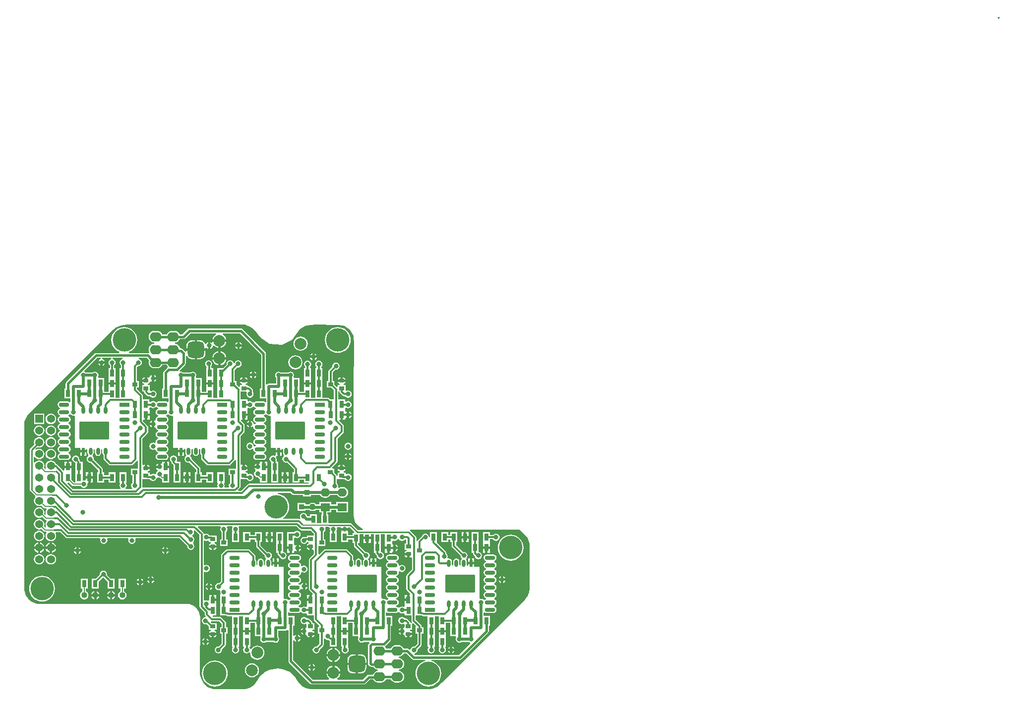
<source format=gbl>
G04*
G04 #@! TF.GenerationSoftware,Altium Limited,Altium Designer,22.1.2 (22)*
G04*
G04 Layer_Physical_Order=6*
G04 Layer_Color=16737819*
%FSAX42Y42*%
%MOMM*%
G71*
G04*
G04 #@! TF.SameCoordinates,0EE806D4-B871-489F-9783-670BAA343DA3*
G04*
G04*
G04 #@! TF.FilePolarity,Positive*
G04*
G01*
G75*
%ADD10C,0.25*%
%ADD13C,0.20*%
%ADD15C,0.50*%
%ADD37R,1.80X0.70*%
%ADD38O,1.80X0.70*%
%ADD39R,0.60X1.20*%
%ADD40O,0.64X1.20*%
%ADD41R,0.80X1.30*%
%ADD47C,0.30*%
G04:AMPARAMS|DCode=48|XSize=5mm|YSize=3mm|CornerRadius=0.08mm|HoleSize=0mm|Usage=FLASHONLY|Rotation=0.000|XOffset=0mm|YOffset=0mm|HoleType=Round|Shape=RoundedRectangle|*
%AMROUNDEDRECTD48*
21,1,5.00,2.85,0,0,0.0*
21,1,4.85,3.00,0,0,0.0*
1,1,0.15,2.42,-1.43*
1,1,0.15,-2.42,-1.43*
1,1,0.15,-2.42,1.43*
1,1,0.15,2.42,1.43*
%
%ADD48ROUNDEDRECTD48*%
%ADD49C,2.00*%
%ADD50C,1.37*%
%ADD51R,1.37X1.37*%
%ADD52C,1.02*%
G04:AMPARAMS|DCode=53|XSize=2.8mm|YSize=2.8mm|CornerRadius=0.7mm|HoleSize=0mm|Usage=FLASHONLY|Rotation=180.000|XOffset=0mm|YOffset=0mm|HoleType=Round|Shape=RoundedRectangle|*
%AMROUNDEDRECTD53*
21,1,2.80,1.40,0,0,180.0*
21,1,1.40,2.80,0,0,180.0*
1,1,1.40,-0.70,0.70*
1,1,1.40,0.70,0.70*
1,1,1.40,0.70,-0.70*
1,1,1.40,-0.70,-0.70*
%
%ADD53ROUNDEDRECTD53*%
%ADD54O,2.00X1.60*%
%ADD55R,1.60X1.40*%
%ADD56O,1.60X1.40*%
%ADD57C,0.80*%
%ADD58C,4.00*%
G04:AMPARAMS|DCode=72|XSize=0.7mm|YSize=0.9mm|CornerRadius=0.18mm|HoleSize=0mm|Usage=FLASHONLY|Rotation=270.000|XOffset=0mm|YOffset=0mm|HoleType=Round|Shape=RoundedRectangle|*
%AMROUNDEDRECTD72*
21,1,0.70,0.55,0,0,270.0*
21,1,0.35,0.90,0,0,270.0*
1,1,0.35,-0.28,-0.18*
1,1,0.35,-0.28,0.18*
1,1,0.35,0.28,0.18*
1,1,0.35,0.28,-0.18*
%
%ADD72ROUNDEDRECTD72*%
%ADD73R,0.90X0.70*%
G04:AMPARAMS|DCode=74|XSize=0.9mm|YSize=0.95mm|CornerRadius=0.23mm|HoleSize=0mm|Usage=FLASHONLY|Rotation=180.000|XOffset=0mm|YOffset=0mm|HoleType=Round|Shape=RoundedRectangle|*
%AMROUNDEDRECTD74*
21,1,0.90,0.50,0,0,180.0*
21,1,0.45,0.95,0,0,180.0*
1,1,0.45,-0.23,0.25*
1,1,0.45,0.23,0.25*
1,1,0.45,0.23,-0.25*
1,1,0.45,-0.23,-0.25*
%
%ADD74ROUNDEDRECTD74*%
%ADD75R,0.90X0.95*%
%ADD76R,0.90X0.95*%
%ADD77C,0.40*%
G36*
X004137Y005846D02*
Y005268D01*
X004117D01*
Y005098D01*
X004224D01*
Y005043D01*
X004220Y005040D01*
X004204Y005034D01*
X004190Y005043D01*
X004169Y005047D01*
X004059D01*
X004037Y005043D01*
X004019Y005030D01*
X004017Y005028D01*
X003993Y005028D01*
X003990Y005033D01*
X003970Y005047D01*
X003946Y005051D01*
X003923Y005047D01*
X003920Y005045D01*
X003900Y005055D01*
Y005080D01*
X003786D01*
Y005215D01*
X003881D01*
X003891Y005195D01*
X003890Y005193D01*
X003885Y005170D01*
X003890Y005147D01*
X003903Y005127D01*
X003923Y005113D01*
X003946Y005109D01*
X003970Y005113D01*
X003990Y005127D01*
X004003Y005147D01*
X004008Y005170D01*
X004003Y005193D01*
X003996Y005204D01*
Y005230D01*
X003993Y005244D01*
X003985Y005255D01*
X003945Y005296D01*
X003933Y005303D01*
X003920Y005306D01*
X003906D01*
Y005325D01*
X003874D01*
X003872Y005345D01*
X003883Y005348D01*
X003895Y005356D01*
X003903Y005368D01*
X003906Y005380D01*
X003841D01*
X003775D01*
X003778Y005368D01*
X003786Y005356D01*
X003798Y005348D01*
X003809Y005345D01*
X003807Y005325D01*
X003776D01*
Y005299D01*
X003756Y005291D01*
X003716Y005331D01*
Y005390D01*
X003686D01*
Y005578D01*
X003735Y005626D01*
X003744Y005625D01*
X003767Y005629D01*
X003787Y005642D01*
X003800Y005662D01*
X003805Y005686D01*
X003800Y005709D01*
X003787Y005729D01*
X003767Y005742D01*
X003744Y005747D01*
X003720Y005742D01*
X003700Y005729D01*
X003687Y005709D01*
X003685Y005697D01*
X003664D01*
X003662Y005709D01*
X003649Y005729D01*
X003629Y005742D01*
X003605Y005747D01*
X003582Y005742D01*
X003562Y005729D01*
X003549Y005709D01*
X003544Y005686D01*
X003546Y005677D01*
X003484Y005615D01*
X003390D01*
Y005445D01*
X003390D01*
Y005437D01*
X003390D01*
Y005267D01*
X003390D01*
X003390Y005258D01*
X003390D01*
X003390Y005247D01*
Y005103D01*
X003320D01*
Y005247D01*
X003320Y005267D01*
X003320Y005278D01*
Y005332D01*
X003200D01*
Y005278D01*
X003200Y005258D01*
X003200Y005247D01*
Y005209D01*
X003123D01*
Y005264D01*
X003123D01*
Y005274D01*
X003123D01*
Y005444D01*
X003031D01*
X003021Y005464D01*
X003024Y005469D01*
X003029Y005493D01*
X003024Y005516D01*
X003011Y005536D01*
X002991Y005549D01*
X002968Y005554D01*
X002944Y005549D01*
X002930Y005540D01*
X002804D01*
X002789Y005549D01*
X002766Y005554D01*
X002751Y005551D01*
X002741Y005569D01*
X002839Y005667D01*
X002839Y005667D01*
X002848Y005681D01*
X002851Y005696D01*
Y005819D01*
X002871Y005823D01*
X002874Y005816D01*
X002888Y005797D01*
X002907Y005783D01*
X002929Y005774D01*
X002953Y005770D01*
X003003D01*
Y005911D01*
X002862D01*
Y005901D01*
X002842Y005895D01*
X002839Y005900D01*
X002839Y005900D01*
X002799Y005939D01*
X002786Y005948D01*
X002771Y005951D01*
X002753Y005957D01*
X002753Y005957D01*
X002743Y005982D01*
X002727Y006003D01*
X002706Y006019D01*
X002682Y006029D01*
X002663Y006031D01*
Y006051D01*
X002682Y006054D01*
X002706Y006064D01*
X002727Y006080D01*
X002743Y006101D01*
X002747Y006110D01*
X002811D01*
X002811Y006110D01*
X002827Y006114D01*
X002840Y006122D01*
X002927Y006209D01*
X003367D01*
X003371Y006189D01*
X003363Y006186D01*
X003338Y006167D01*
X003319Y006142D01*
X003307Y006113D01*
X003305Y006101D01*
X003424D01*
X003542D01*
X003541Y006113D01*
X003528Y006142D01*
X003509Y006167D01*
X003484Y006186D01*
X003476Y006189D01*
X003480Y006209D01*
X003773D01*
X004137Y005846D01*
D02*
G37*
G36*
X005437Y006352D02*
X005480Y006351D01*
X005503Y006345D01*
X005529Y006340D01*
X005533Y006339D01*
X005566Y006331D01*
X005655Y006265D01*
X005711Y006168D01*
X005719Y006018D01*
X005717Y005255D01*
X005718Y003094D01*
X005742Y002985D01*
X005793Y002918D01*
X005873Y002864D01*
X005867Y002844D01*
X005793D01*
X005681Y002956D01*
X005670Y002963D01*
X005658Y002966D01*
X005293D01*
X005280Y002983D01*
Y003118D01*
X005266D01*
Y003146D01*
X005330D01*
Y003192D01*
X005420D01*
Y003146D01*
X005620D01*
Y003326D01*
X005420D01*
Y003284D01*
X005330D01*
Y003326D01*
X005130D01*
Y003284D01*
X005076D01*
X005068Y003296D01*
X005054Y003305D01*
X005038Y003308D01*
X004992D01*
X004976Y003305D01*
X004962Y003296D01*
X004954Y003284D01*
X004890D01*
Y003308D01*
X004760D01*
Y003173D01*
X004890D01*
Y003192D01*
X004957D01*
X004962Y003184D01*
X004976Y003175D01*
X004992Y003172D01*
X005038D01*
X005054Y003175D01*
X005068Y003184D01*
X005073Y003192D01*
X005130D01*
Y003146D01*
X005174D01*
Y003118D01*
X005160D01*
Y002963D01*
X005090D01*
Y003118D01*
X004970D01*
Y003079D01*
X004931D01*
X004919Y003091D01*
X004917Y003103D01*
X004903Y003123D01*
X004883Y003137D01*
X004860Y003141D01*
X004837Y003137D01*
X004817Y003123D01*
X004803Y003103D01*
X004799Y003080D01*
X004803Y003057D01*
X004811Y003046D01*
X004796Y003031D01*
X004794Y003033D01*
X004780Y003036D01*
X004513D01*
X004508Y003056D01*
X004518Y003061D01*
X004551Y003089D01*
X004579Y003122D01*
X004599Y003160D01*
X004612Y003202D01*
X004616Y003245D01*
X004612Y003288D01*
X004599Y003330D01*
X004579Y003368D01*
X004551Y003401D01*
X004518Y003429D01*
X004480Y003449D01*
X004438Y003462D01*
X004415Y003464D01*
X004416Y003484D01*
X004641D01*
X004668Y003458D01*
X004682Y003448D01*
X004700Y003444D01*
X004855D01*
Y003422D01*
X004985D01*
Y003444D01*
X005142D01*
X005156Y003426D01*
X005175Y003411D01*
X005197Y003402D01*
X005220Y003399D01*
X005240D01*
X005263Y003402D01*
X005285Y003411D01*
X005304Y003426D01*
X005318Y003444D01*
X005432D01*
X005446Y003426D01*
X005465Y003411D01*
X005487Y003402D01*
X005510Y003399D01*
X005530D01*
X005553Y003402D01*
X005575Y003411D01*
X005594Y003426D01*
X005609Y003445D01*
X005618Y003467D01*
X005621Y003490D01*
X005618Y003513D01*
X005609Y003535D01*
X005594Y003554D01*
X005575Y003569D01*
X005553Y003578D01*
X005530Y003581D01*
X005510D01*
X005487Y003578D01*
X005465Y003569D01*
X005464Y003568D01*
X005458Y003571D01*
X005447Y003581D01*
X005451Y003600D01*
X005447Y003623D01*
X005433Y003643D01*
X005426Y003648D01*
Y003719D01*
X005445Y003720D01*
X005446Y003720D01*
X005527D01*
X005530Y003719D01*
X005566D01*
X005577Y003704D01*
X005597Y003690D01*
X005620Y003686D01*
X005643Y003690D01*
X005663Y003704D01*
X005677Y003723D01*
X005681Y003747D01*
X005677Y003770D01*
X005663Y003790D01*
X005643Y003803D01*
X005620Y003808D01*
X005597Y003803D01*
X005595Y003802D01*
X005575Y003813D01*
Y003830D01*
X005543D01*
X005541Y003850D01*
X005552Y003852D01*
X005565Y003860D01*
X005573Y003873D01*
X005575Y003885D01*
X005510D01*
X005445D01*
X005447Y003873D01*
X005456Y003860D01*
X005468Y003852D01*
X005479Y003850D01*
X005477Y003830D01*
X005445D01*
Y003774D01*
X005425Y003772D01*
X005423Y003784D01*
X005415Y003795D01*
X005385Y003825D01*
Y003895D01*
X005359D01*
X005350Y003915D01*
X005430Y003994D01*
X005437Y004006D01*
X005440Y004020D01*
Y004410D01*
X005535Y004505D01*
X005543Y004516D01*
X005546Y004530D01*
Y004620D01*
X005543Y004634D01*
X005535Y004645D01*
X005469Y004712D01*
X005477Y004732D01*
X005491D01*
Y004817D01*
X005531D01*
Y004732D01*
X005571D01*
Y004753D01*
X005591Y004764D01*
X005597Y004760D01*
X005600Y004759D01*
Y004817D01*
Y004874D01*
X005597Y004873D01*
X005591Y004869D01*
X005571Y004880D01*
X005571Y004902D01*
X005570Y004921D01*
Y004927D01*
X005590Y004938D01*
X005597Y004933D01*
X005620Y004929D01*
X005643Y004933D01*
X005663Y004947D01*
X005677Y004967D01*
X005681Y004990D01*
X005677Y005013D01*
X005663Y005033D01*
X005643Y005047D01*
X005620Y005051D01*
X005597Y005047D01*
X005590Y005042D01*
X005570Y005053D01*
Y005080D01*
X005450Y005080D01*
X005449Y005099D01*
Y005215D01*
X005476D01*
Y005208D01*
X005479Y005194D01*
X005487Y005183D01*
X005525Y005145D01*
X005536Y005137D01*
X005550Y005134D01*
X005572D01*
X005577Y005127D01*
X005597Y005113D01*
X005620Y005109D01*
X005643Y005113D01*
X005663Y005127D01*
X005677Y005147D01*
X005681Y005170D01*
X005677Y005193D01*
X005663Y005213D01*
X005643Y005227D01*
X005620Y005231D01*
X005597Y005227D01*
X005596Y005226D01*
X005576Y005237D01*
Y005325D01*
X005544D01*
X005542Y005345D01*
X005553Y005348D01*
X005565Y005356D01*
X005573Y005368D01*
X005576Y005380D01*
X005511D01*
Y005400D01*
D01*
Y005380D01*
X005445D01*
X005448Y005368D01*
X005456Y005356D01*
X005468Y005348D01*
X005479Y005345D01*
X005477Y005325D01*
X005446D01*
Y005299D01*
X005426Y005291D01*
X005386Y005331D01*
Y005390D01*
X005356D01*
Y005540D01*
X005405Y005589D01*
X005414Y005587D01*
X005437Y005592D01*
X005457Y005605D01*
X005470Y005625D01*
X005475Y005648D01*
X005470Y005671D01*
X005457Y005691D01*
X005437Y005705D01*
X005414Y005709D01*
X005390Y005705D01*
X005370Y005691D01*
X005357Y005671D01*
X005352Y005648D01*
X005354Y005639D01*
X005295Y005580D01*
X005288Y005569D01*
X005285Y005555D01*
Y005390D01*
X005256D01*
Y005280D01*
X005335D01*
X005378Y005238D01*
Y005080D01*
X005311D01*
X005296Y005095D01*
X005284Y005103D01*
X005270Y005106D01*
X005180D01*
Y005258D01*
X005180D01*
X005180Y005267D01*
X005180D01*
X005180Y005278D01*
Y005437D01*
X005180D01*
Y005445D01*
X005180D01*
Y005615D01*
X005167D01*
X005161Y005635D01*
X005164Y005637D01*
X005177Y005657D01*
X005182Y005680D01*
X005177Y005703D01*
X005164Y005723D01*
X005144Y005737D01*
X005120Y005741D01*
X005097Y005737D01*
X005077Y005723D01*
X005064Y005703D01*
X005059Y005680D01*
X005064Y005657D01*
X005077Y005637D01*
X005080Y005635D01*
X005075Y005615D01*
X005060D01*
Y005445D01*
X005060D01*
Y005437D01*
X005060D01*
Y005267D01*
X005060D01*
X005060Y005258D01*
X005060D01*
X005060Y005247D01*
Y005106D01*
X004990D01*
Y005247D01*
X004990Y005267D01*
X004990Y005278D01*
Y005332D01*
X004870D01*
Y005278D01*
X004870Y005258D01*
X004870Y005247D01*
Y005209D01*
X004793D01*
Y005264D01*
X004793D01*
Y005274D01*
X004793D01*
Y005444D01*
X004701D01*
X004691Y005464D01*
X004694Y005469D01*
X004699Y005493D01*
X004694Y005516D01*
X004681Y005536D01*
X004661Y005549D01*
X004638Y005554D01*
X004614Y005549D01*
X004600Y005540D01*
X004474D01*
X004459Y005549D01*
X004436Y005554D01*
X004413Y005549D01*
X004393Y005536D01*
X004380Y005516D01*
X004375Y005493D01*
X004380Y005469D01*
X004390Y005454D01*
Y005348D01*
X004270D01*
X004252Y005344D01*
X004238Y005335D01*
X004232Y005337D01*
X004218Y005342D01*
Y005863D01*
X004218Y005863D01*
X004215Y005878D01*
X004206Y005891D01*
X003819Y006279D01*
X003806Y006288D01*
X003790Y006291D01*
X003790Y006291D01*
X002910D01*
X002910Y006291D01*
X002894Y006288D01*
X002881Y006279D01*
X002794Y006192D01*
X002747D01*
X002743Y006202D01*
X002727Y006223D01*
X002706Y006239D01*
X002682Y006249D01*
X002655Y006252D01*
X002615D01*
X002589Y006249D01*
X002565Y006239D01*
X002544Y006223D01*
X002528Y006202D01*
X002524Y006192D01*
X002447D01*
X002443Y006202D01*
X002427Y006223D01*
X002406Y006239D01*
X002382Y006249D01*
X002355Y006252D01*
X002315D01*
X002289Y006249D01*
X002265Y006239D01*
X002244Y006223D01*
X002228Y006202D01*
X002218Y006177D01*
X002215Y006151D01*
X002218Y006125D01*
X002228Y006101D01*
X002244Y006080D01*
X002265Y006064D01*
X002289Y006054D01*
X002308Y006051D01*
Y006031D01*
X002289Y006029D01*
X002265Y006019D01*
X002244Y006003D01*
X002228Y005982D01*
X002218Y005957D01*
X002215Y005931D01*
X002218Y005905D01*
X002228Y005881D01*
X002214Y005867D01*
X002212Y005868D01*
X002197Y005871D01*
X002197Y005871D01*
X001886D01*
X001883Y005891D01*
X001921Y005911D01*
X001955Y005939D01*
X001982Y005972D01*
X002003Y006010D01*
X002015Y006052D01*
X002020Y006095D01*
X002015Y006138D01*
X002003Y006180D01*
X001982Y006218D01*
X001955Y006251D01*
X001921Y006279D01*
X001883Y006299D01*
X001842Y006312D01*
X001799Y006316D01*
X001755Y006312D01*
X001714Y006299D01*
X001676Y006279D01*
X001642Y006251D01*
X001615Y006218D01*
X001594Y006180D01*
X001582Y006138D01*
X001577Y006095D01*
X001582Y006052D01*
X001594Y006010D01*
X001615Y005972D01*
X001642Y005939D01*
X001676Y005911D01*
X001714Y005891D01*
X001711Y005871D01*
X001319D01*
X001303Y005868D01*
X001290Y005859D01*
X001290Y005859D01*
X000809Y005377D01*
X000800Y005364D01*
X000797Y005348D01*
X000797Y005348D01*
Y005268D01*
X000777D01*
Y005098D01*
X000884D01*
Y005043D01*
X000880Y005040D01*
X000864Y005034D01*
X000850Y005043D01*
X000829Y005047D01*
X000719D01*
X000697Y005043D01*
X000679Y005030D01*
X000667Y005012D01*
X000663Y004991D01*
X000667Y004969D01*
X000679Y004951D01*
X000697Y004939D01*
X000705Y004937D01*
Y004917D01*
X000697Y004916D01*
X000679Y004903D01*
X000667Y004885D01*
X000663Y004864D01*
X000667Y004842D01*
X000679Y004824D01*
X000697Y004812D01*
X000705Y004810D01*
Y004790D01*
X000697Y004789D01*
X000679Y004776D01*
X000667Y004758D01*
X000663Y004737D01*
X000667Y004715D01*
X000679Y004697D01*
X000697Y004685D01*
X000705Y004683D01*
Y004663D01*
X000697Y004662D01*
X000679Y004649D01*
X000667Y004631D01*
X000663Y004610D01*
X000667Y004588D01*
X000679Y004570D01*
X000697Y004558D01*
X000705Y004556D01*
Y004536D01*
X000697Y004535D01*
X000679Y004522D01*
X000667Y004504D01*
X000663Y004483D01*
X000667Y004461D01*
X000679Y004443D01*
X000697Y004431D01*
X000705Y004429D01*
Y004409D01*
X000697Y004408D01*
X000679Y004395D01*
X000667Y004377D01*
X000663Y004356D01*
X000667Y004334D01*
X000679Y004316D01*
X000697Y004304D01*
X000705Y004302D01*
Y004282D01*
X000697Y004281D01*
X000679Y004268D01*
X000667Y004250D01*
X000663Y004229D01*
X000667Y004207D01*
X000679Y004189D01*
X000697Y004177D01*
X000705Y004175D01*
Y004155D01*
X000697Y004154D01*
X000679Y004141D01*
X000667Y004123D01*
X000663Y004102D01*
X000667Y004080D01*
X000679Y004062D01*
X000697Y004050D01*
X000719Y004046D01*
X000829D01*
X000850Y004050D01*
X000869Y004062D01*
X000881Y004080D01*
X000885Y004102D01*
X000881Y004123D01*
X000869Y004141D01*
X000850Y004154D01*
X000843Y004155D01*
Y004175D01*
X000850Y004177D01*
X000869Y004189D01*
X000881Y004207D01*
X000885Y004229D01*
X000881Y004250D01*
X000869Y004268D01*
X000850Y004281D01*
X000843Y004282D01*
Y004302D01*
X000850Y004304D01*
X000869Y004316D01*
X000881Y004334D01*
X000885Y004356D01*
X000881Y004377D01*
X000869Y004395D01*
X000850Y004408D01*
X000843Y004409D01*
Y004429D01*
X000850Y004431D01*
X000869Y004443D01*
X000881Y004461D01*
X000885Y004483D01*
X000881Y004504D01*
X000869Y004522D01*
X000850Y004535D01*
X000843Y004536D01*
Y004556D01*
X000850Y004558D01*
X000869Y004570D01*
X000881Y004588D01*
X000885Y004610D01*
X000881Y004631D01*
X000869Y004649D01*
X000850Y004662D01*
X000843Y004663D01*
Y004683D01*
X000850Y004685D01*
X000869Y004697D01*
X000881Y004715D01*
X000885Y004737D01*
X000881Y004758D01*
X000869Y004776D01*
X000850Y004789D01*
X000843Y004790D01*
Y004810D01*
X000850Y004812D01*
X000869Y004824D01*
X000889Y004819D01*
X000906Y004807D01*
X000930Y004803D01*
X000939Y004804D01*
X000959Y004789D01*
Y004274D01*
X000959Y004272D01*
Y004254D01*
X000977D01*
X000979Y004254D01*
X001048D01*
Y004215D01*
X001098D01*
X001148D01*
Y004237D01*
X001155Y004240D01*
X001172Y004224D01*
Y004167D01*
X001176Y004147D01*
X001187Y004130D01*
X001184Y004108D01*
X001177Y004103D01*
X001163Y004083D01*
X001159Y004060D01*
X001163Y004037D01*
X001177Y004017D01*
X001197Y004003D01*
X001220Y003999D01*
X001229Y004001D01*
X001357Y003872D01*
Y003832D01*
X001333D01*
Y003662D01*
X001453D01*
Y003711D01*
X001530D01*
Y003662D01*
X001650D01*
Y003832D01*
X001530D01*
Y003782D01*
X001453D01*
Y003832D01*
X001428D01*
Y003887D01*
X001426Y003901D01*
X001418Y003913D01*
X001279Y004051D01*
X001281Y004060D01*
X001277Y004083D01*
X001263Y004103D01*
X001261Y004105D01*
X001261Y004129D01*
X001262Y004130D01*
X001273Y004147D01*
X001277Y004167D01*
Y004224D01*
X001288Y004233D01*
X001290Y004231D01*
X001299Y004218D01*
Y004167D01*
X001303Y004147D01*
X001314Y004130D01*
X001331Y004118D01*
X001352Y004114D01*
X001372Y004118D01*
X001389Y004130D01*
X001400Y004147D01*
X001404Y004167D01*
Y004224D01*
X001415Y004233D01*
X001417Y004231D01*
X001426Y004218D01*
Y004167D01*
X001430Y004147D01*
X001441Y004130D01*
X001443Y004129D01*
Y004071D01*
X001446Y004058D01*
X001453Y004046D01*
X001535Y003965D01*
X001546Y003957D01*
X001560Y003954D01*
X001920D01*
X001934Y003957D01*
X001945Y003965D01*
X002014Y004034D01*
X002018Y004034D01*
X002034Y004027D01*
Y003895D01*
X001915D01*
Y003785D01*
X001941D01*
Y003658D01*
X001934Y003653D01*
X001920Y003633D01*
X001916Y003610D01*
X001920Y003587D01*
X001934Y003567D01*
X001935Y003566D01*
X001929Y003546D01*
X001828D01*
X001822Y003566D01*
X001823Y003567D01*
X001837Y003587D01*
X001841Y003610D01*
X001837Y003633D01*
X001831Y003642D01*
X001840Y003662D01*
X001840D01*
Y003832D01*
X001720D01*
Y003662D01*
X001720Y003662D01*
X001729Y003642D01*
X001723Y003633D01*
X001719Y003610D01*
X001723Y003587D01*
X001737Y003567D01*
X001738Y003566D01*
X001732Y003546D01*
X000925D01*
X000827Y003643D01*
X000835Y003662D01*
X000855D01*
X000907Y003610D01*
X000907Y003610D01*
X000907Y003610D01*
X000908Y003608D01*
X000918Y003602D01*
X000930Y003599D01*
X000930Y003599D01*
X001058D01*
X001067Y003587D01*
X001087Y003573D01*
X001110Y003569D01*
X001133Y003573D01*
X001153Y003587D01*
X001167Y003607D01*
X001171Y003630D01*
X001169Y003642D01*
X001183Y003661D01*
Y003727D01*
X001143D01*
Y003703D01*
X001123Y003689D01*
X001110Y003691D01*
X001103Y003690D01*
X001088Y003703D01*
Y003832D01*
X001088D01*
X001088Y003840D01*
X001088D01*
X001088Y003852D01*
Y004010D01*
X001048D01*
Y004017D01*
X001045Y004031D01*
X001037Y004043D01*
X001029Y004051D01*
X001031Y004060D01*
X001027Y004083D01*
X001013Y004103D01*
X000993Y004117D01*
X000970Y004121D01*
X000947Y004117D01*
X000927Y004103D01*
X000913Y004083D01*
X000909Y004060D01*
X000913Y004037D01*
X000927Y004017D01*
X000947Y004003D01*
X000968Y003999D01*
Y003840D01*
X000968D01*
X000968Y003832D01*
X000968D01*
X000968Y003820D01*
Y003662D01*
X000948Y003661D01*
X000942D01*
X000898Y003705D01*
Y003820D01*
X000898Y003840D01*
X000898Y003852D01*
Y003905D01*
X000838D01*
X000778D01*
Y003870D01*
X000758Y003862D01*
X000660Y003960D01*
X000649Y003968D01*
X000635Y003970D01*
X000633D01*
X000624Y003991D01*
X000610Y004010D01*
X000591Y004024D01*
X000570Y004033D01*
X000547Y004036D01*
X000523Y004033D01*
X000502Y004024D01*
X000483Y004010D01*
X000469Y003991D01*
X000460Y003970D01*
X000457Y003947D01*
X000460Y003924D01*
X000465Y003913D01*
X000454Y003892D01*
X000453Y003891D01*
X000447Y003890D01*
X000427Y003910D01*
X000433Y003924D01*
X000436Y003947D01*
X000433Y003970D01*
X000424Y003991D01*
X000410Y004010D01*
X000391Y004024D01*
X000370Y004033D01*
X000347Y004036D01*
X000323Y004033D01*
X000302Y004024D01*
X000283Y004010D01*
X000273Y003997D01*
X000253Y004003D01*
Y004091D01*
X000273Y004097D01*
X000283Y004084D01*
X000302Y004069D01*
X000323Y004060D01*
X000347Y004057D01*
X000370Y004060D01*
X000391Y004069D01*
X000410Y004084D01*
X000424Y004102D01*
X000433Y004124D01*
X000436Y004147D01*
X000433Y004170D01*
X000424Y004191D01*
X000410Y004210D01*
X000391Y004224D01*
X000370Y004233D01*
X000347Y004236D01*
X000323Y004233D01*
X000302Y004224D01*
X000290Y004215D01*
X000277Y004230D01*
X000312Y004265D01*
X000323Y004260D01*
X000347Y004257D01*
X000370Y004260D01*
X000391Y004269D01*
X000410Y004284D01*
X000424Y004302D01*
X000433Y004324D01*
X000436Y004347D01*
X000433Y004370D01*
X000424Y004391D01*
X000410Y004410D01*
X000391Y004424D01*
X000370Y004433D01*
X000347Y004436D01*
X000323Y004433D01*
X000302Y004424D01*
X000283Y004410D01*
X000269Y004391D01*
X000260Y004370D01*
X000257Y004347D01*
X000260Y004324D01*
X000265Y004312D01*
X000197Y004244D01*
X000189Y004233D01*
X000187Y004220D01*
Y003534D01*
X000189Y003521D01*
X000197Y003511D01*
X000207Y003503D01*
X000207Y003503D01*
X000279Y003432D01*
X000282Y003416D01*
X000280Y003406D01*
X000280Y003405D01*
X000269Y003391D01*
X000260Y003370D01*
X000257Y003347D01*
X000260Y003324D01*
X000269Y003302D01*
X000283Y003284D01*
X000302Y003269D01*
X000323Y003260D01*
X000347Y003257D01*
X000370Y003260D01*
X000384Y003266D01*
X000424Y003227D01*
X000424Y003227D01*
X000433Y003220D01*
X000445Y003218D01*
X000464D01*
X000474Y003198D01*
X000469Y003191D01*
X000460Y003170D01*
X000457Y003147D01*
X000460Y003124D01*
X000462Y003120D01*
X000445Y003108D01*
X000432Y003121D01*
X000433Y003124D01*
X000436Y003147D01*
X000433Y003170D01*
X000424Y003191D01*
X000410Y003210D01*
X000391Y003224D01*
X000370Y003233D01*
X000347Y003236D01*
X000323Y003233D01*
X000302Y003224D01*
X000283Y003210D01*
X000269Y003191D01*
X000260Y003170D01*
X000257Y003147D01*
X000260Y003124D01*
X000269Y003102D01*
X000283Y003084D01*
X000302Y003069D01*
X000323Y003060D01*
X000347Y003057D01*
X000370Y003060D01*
X000391Y003069D01*
X000395Y003072D01*
X000441Y003025D01*
X000441Y003025D01*
X000451Y003019D01*
X000463Y003016D01*
X000463Y003016D01*
X000463D01*
X000473Y002996D01*
X000469Y002991D01*
X000460Y002970D01*
X000457Y002947D01*
X000460Y002924D01*
X000464Y002914D01*
X000454Y002892D01*
X000453Y002891D01*
X000446Y002890D01*
X000427Y002910D01*
X000433Y002924D01*
X000436Y002947D01*
X000433Y002970D01*
X000424Y002991D01*
X000410Y003010D01*
X000391Y003024D01*
X000370Y003033D01*
X000347Y003036D01*
X000323Y003033D01*
X000302Y003024D01*
X000283Y003010D01*
X000269Y002991D01*
X000260Y002970D01*
X000257Y002947D01*
X000260Y002924D01*
X000269Y002902D01*
X000283Y002884D01*
X000302Y002869D01*
X000323Y002860D01*
X000347Y002857D01*
X000370Y002860D01*
X000384Y002866D01*
X000424Y002826D01*
X000424Y002826D01*
X000434Y002819D01*
X000446Y002817D01*
X000463D01*
X000473Y002797D01*
X000469Y002791D01*
X000460Y002770D01*
X000457Y002747D01*
X000460Y002724D01*
X000469Y002702D01*
X000483Y002684D01*
X000502Y002669D01*
X000523Y002660D01*
X000547Y002657D01*
X000570Y002660D01*
X000591Y002669D01*
X000610Y002684D01*
X000624Y002702D01*
X000633Y002724D01*
X000636Y002747D01*
X000633Y002770D01*
X000624Y002791D01*
X000624Y002792D01*
X000634Y002812D01*
X000707D01*
X000799Y002720D01*
X000811Y002712D01*
X000824Y002709D01*
X001382D01*
X001393Y002689D01*
X001389Y002670D01*
X001393Y002647D01*
X001407Y002627D01*
X001427Y002613D01*
X001450Y002609D01*
X001473Y002613D01*
X001493Y002627D01*
X001507Y002647D01*
X001511Y002670D01*
X001507Y002689D01*
X001518Y002709D01*
X001862D01*
X001873Y002689D01*
X001869Y002670D01*
X001873Y002647D01*
X001887Y002627D01*
X001907Y002613D01*
X001930Y002609D01*
X001953Y002613D01*
X001973Y002627D01*
X001987Y002647D01*
X001991Y002670D01*
X001987Y002689D01*
X001998Y002709D01*
X002740D01*
X002875Y002575D01*
X002874Y002570D01*
X002879Y002547D01*
X002892Y002527D01*
X002912Y002513D01*
X002935Y002509D01*
X002959Y002513D01*
X002978Y002527D01*
X002992Y002547D01*
X002996Y002570D01*
X002992Y002593D01*
X002978Y002613D01*
X002976Y002615D01*
Y002639D01*
X002978Y002641D01*
X002992Y002661D01*
X002996Y002684D01*
X002992Y002708D01*
X002978Y002728D01*
X002965Y002737D01*
X002962Y002756D01*
X002963Y002760D01*
X002973Y002767D01*
X002987Y002787D01*
X002991Y002810D01*
X002987Y002833D01*
X002985Y002835D01*
X003001Y002848D01*
X003084Y002765D01*
Y001539D01*
X003087Y001526D01*
X003095Y001514D01*
X003174Y001435D01*
Y001410D01*
X003177Y001396D01*
X003185Y001385D01*
X003193Y001377D01*
X003187Y001363D01*
X003184Y001358D01*
X003162Y001353D01*
X003142Y001340D01*
X003128Y001320D01*
X003124Y001297D01*
X003128Y001273D01*
X003142Y001254D01*
X003162Y001240D01*
X003185Y001236D01*
X003208Y001240D01*
X003244Y001204D01*
Y001145D01*
X003276D01*
X003278Y001125D01*
X003267Y001122D01*
X003255Y001114D01*
X003247Y001102D01*
X003244Y001090D01*
X003309D01*
X003375D01*
X003372Y001102D01*
X003364Y001114D01*
X003352Y001122D01*
X003341Y001125D01*
X003343Y001145D01*
X003374D01*
Y001255D01*
X003295D01*
X003276Y001273D01*
X003287Y001291D01*
X003295Y001289D01*
X003423D01*
X003464Y001248D01*
Y001190D01*
X003434D01*
Y001080D01*
X003464D01*
Y000908D01*
X003415Y000859D01*
X003406Y000861D01*
X003383Y000857D01*
X003363Y000843D01*
X003350Y000823D01*
X003345Y000800D01*
X003350Y000777D01*
X003363Y000757D01*
X003383Y000743D01*
X003406Y000739D01*
X003430Y000743D01*
X003450Y000757D01*
X003463Y000777D01*
X003468Y000800D01*
X003466Y000809D01*
X003525Y000868D01*
X003532Y000879D01*
X003535Y000893D01*
Y001080D01*
X003564D01*
Y001190D01*
X003535D01*
Y001263D01*
X003532Y001277D01*
X003525Y001288D01*
X003463Y001350D01*
X003451Y001358D01*
X003438Y001361D01*
X003314D01*
X003307Y001370D01*
X003316Y001390D01*
X003370D01*
Y001560D01*
X003370D01*
X003370Y001560D01*
X003369Y001580D01*
Y001633D01*
X003309D01*
Y001653D01*
X003289D01*
Y001738D01*
X003249D01*
Y001649D01*
X003229Y001638D01*
X003223Y001642D01*
X003200Y001647D01*
X003177Y001642D01*
X003176Y001642D01*
X003156Y001652D01*
Y002123D01*
X003176Y002134D01*
X003177Y002133D01*
X003200Y002129D01*
X003223Y002133D01*
X003243Y002147D01*
X003257Y002167D01*
X003261Y002190D01*
X003257Y002213D01*
X003243Y002233D01*
X003223Y002247D01*
X003200Y002251D01*
X003177Y002247D01*
X003176Y002246D01*
X003156Y002257D01*
Y002657D01*
X003176Y002667D01*
X003177Y002667D01*
X003200Y002662D01*
X003223Y002667D01*
X003225Y002668D01*
X003245Y002657D01*
Y002640D01*
X003277D01*
X003279Y002620D01*
X003268Y002618D01*
X003255Y002610D01*
X003247Y002597D01*
X003245Y002585D01*
X003310D01*
X003375D01*
X003373Y002597D01*
X003364Y002610D01*
X003352Y002618D01*
X003341Y002620D01*
X003343Y002640D01*
X003375D01*
Y002750D01*
X003297D01*
X003294Y002751D01*
X003254D01*
X003243Y002766D01*
X003223Y002780D01*
X003200Y002784D01*
X003177Y002780D01*
X003176Y002779D01*
X003172Y002779D01*
X003154Y002789D01*
X003153Y002793D01*
X003145Y002805D01*
X003054Y002896D01*
X003062Y002914D01*
X003440D01*
X003451Y002894D01*
X003443Y002883D01*
X003439Y002860D01*
X003443Y002837D01*
X003457Y002817D01*
X003464Y002812D01*
Y002685D01*
X003435D01*
Y002575D01*
X003565D01*
Y002647D01*
X003565Y002650D01*
X003565Y002653D01*
Y002685D01*
X003536D01*
Y002812D01*
X003543Y002817D01*
X003557Y002837D01*
X003561Y002860D01*
X003557Y002883D01*
X003549Y002894D01*
X003560Y002914D01*
X003641D01*
X003651Y002894D01*
X003644Y002883D01*
X003639Y002860D01*
X003644Y002837D01*
X003650Y002828D01*
X003640Y002808D01*
X003640D01*
Y002638D01*
X003760D01*
Y002808D01*
X003760Y002808D01*
X003751Y002828D01*
X003757Y002837D01*
X003762Y002860D01*
X003757Y002883D01*
X003750Y002894D01*
X003760Y002914D01*
X004739D01*
X004801Y002852D01*
X004813Y002844D01*
X004826Y002841D01*
X004981D01*
X005039Y002783D01*
Y002750D01*
X004915D01*
Y002731D01*
X004895D01*
X004884Y002728D01*
X004870Y002731D01*
X004847Y002727D01*
X004827Y002713D01*
X004813Y002693D01*
X004809Y002670D01*
X004813Y002647D01*
X004827Y002627D01*
X004847Y002613D01*
X004870Y002609D01*
X004893Y002613D01*
X004913Y002627D01*
X004922Y002640D01*
X004947D01*
X004949Y002620D01*
X004938Y002618D01*
X004925Y002610D01*
X004917Y002597D01*
X004915Y002585D01*
X004980D01*
Y002565D01*
X005000D01*
Y002509D01*
X005007D01*
X005019Y002512D01*
X005025Y002510D01*
X005039Y002500D01*
Y002437D01*
X004965Y002363D01*
X004957Y002351D01*
X004954Y002338D01*
Y001840D01*
X004957Y001826D01*
X004965Y001815D01*
X005021Y001758D01*
X005013Y001738D01*
X004999D01*
Y001653D01*
X004979D01*
Y001633D01*
X004919D01*
Y001580D01*
X004919Y001568D01*
X004919D01*
X004920Y001560D01*
X004917Y001541D01*
X004900Y001532D01*
X004893Y001537D01*
X004870Y001541D01*
X004847Y001537D01*
X004827Y001523D01*
X004826Y001523D01*
X004802D01*
X004801Y001525D01*
X004783Y001537D01*
X004775Y001539D01*
Y001559D01*
X004783Y001560D01*
X004801Y001573D01*
X004813Y001591D01*
X004817Y001612D01*
X004813Y001634D01*
X004801Y001652D01*
X004783Y001664D01*
X004775Y001666D01*
Y001686D01*
X004783Y001687D01*
X004801Y001700D01*
X004813Y001718D01*
X004817Y001739D01*
X004813Y001761D01*
X004801Y001779D01*
X004783Y001791D01*
X004775Y001793D01*
Y001813D01*
X004783Y001814D01*
X004801Y001827D01*
X004808Y001838D01*
X004813Y001840D01*
X004829Y001843D01*
X004833Y001843D01*
X004847Y001833D01*
X004850Y001833D01*
Y001890D01*
Y001947D01*
X004847Y001947D01*
X004827Y001933D01*
X004816Y001918D01*
X004810Y001913D01*
X004793Y001911D01*
X004783Y001918D01*
X004775Y001920D01*
Y001940D01*
X004783Y001941D01*
X004801Y001954D01*
X004813Y001972D01*
X004817Y001993D01*
X004813Y002015D01*
X004801Y002033D01*
X004783Y002045D01*
X004775Y002047D01*
Y002067D01*
X004783Y002068D01*
X004801Y002081D01*
X004813Y002099D01*
X004817Y002120D01*
X004835Y002131D01*
X004847Y002123D01*
X004870Y002119D01*
X004893Y002123D01*
X004913Y002137D01*
X004927Y002157D01*
X004931Y002180D01*
X004927Y002203D01*
X004913Y002223D01*
X004893Y002237D01*
X004870Y002241D01*
X004847Y002237D01*
X004834Y002228D01*
X004816Y002240D01*
X004817Y002247D01*
X004813Y002269D01*
X004801Y002287D01*
X004783Y002299D01*
X004775Y002301D01*
Y002321D01*
X004783Y002322D01*
X004801Y002335D01*
X004813Y002353D01*
X004817Y002374D01*
X004813Y002396D01*
X004801Y002414D01*
X004783Y002426D01*
X004761Y002430D01*
X004651D01*
X004630Y002426D01*
X004611Y002414D01*
X004599Y002396D01*
X004595Y002374D01*
X004599Y002353D01*
X004611Y002335D01*
X004630Y002322D01*
X004637Y002321D01*
Y002301D01*
X004630Y002299D01*
X004611Y002287D01*
X004599Y002269D01*
X004595Y002247D01*
X004599Y002226D01*
X004611Y002208D01*
X004630Y002195D01*
X004637Y002194D01*
Y002174D01*
X004630Y002172D01*
X004611Y002160D01*
X004599Y002142D01*
X004595Y002120D01*
X004599Y002099D01*
X004611Y002081D01*
X004630Y002068D01*
X004637Y002067D01*
Y002047D01*
X004630Y002045D01*
X004611Y002033D01*
X004599Y002015D01*
X004595Y001993D01*
X004599Y001972D01*
X004611Y001954D01*
X004630Y001941D01*
X004637Y001940D01*
Y001920D01*
X004630Y001918D01*
X004611Y001906D01*
X004599Y001888D01*
X004595Y001866D01*
X004599Y001845D01*
X004611Y001827D01*
X004630Y001814D01*
X004637Y001813D01*
Y001793D01*
X004630Y001791D01*
X004611Y001779D01*
X004599Y001761D01*
X004595Y001739D01*
X004599Y001718D01*
X004611Y001700D01*
X004630Y001687D01*
X004637Y001686D01*
Y001666D01*
X004630Y001664D01*
X004611Y001652D01*
X004591Y001657D01*
X004574Y001669D01*
X004550Y001673D01*
X004541Y001672D01*
X004521Y001687D01*
Y002202D01*
X004521Y002204D01*
Y002222D01*
X004503D01*
X004501Y002222D01*
X004432D01*
Y002261D01*
X004382D01*
X004332D01*
Y002239D01*
X004325Y002236D01*
X004308Y002252D01*
Y002309D01*
X004304Y002329D01*
X004296Y002341D01*
X004293Y002346D01*
X004300Y002365D01*
X004302Y002367D01*
X004315Y002387D01*
X004320Y002410D01*
X004315Y002433D01*
X004302Y002453D01*
X004282Y002467D01*
X004258Y002471D01*
X004242Y002468D01*
X004123Y002586D01*
Y002638D01*
X004147D01*
Y002808D01*
X004027D01*
Y002759D01*
X003950D01*
Y002808D01*
X003830D01*
Y002638D01*
X003950D01*
Y002688D01*
X004027D01*
Y002638D01*
X004052D01*
Y002572D01*
X004054Y002558D01*
X004062Y002546D01*
X004197Y002411D01*
X004197Y002410D01*
X004202Y002387D01*
X004215Y002368D01*
X004218Y002360D01*
Y002346D01*
X004207Y002329D01*
X004203Y002309D01*
Y002252D01*
X004192Y002243D01*
X004190Y002245D01*
X004181Y002258D01*
Y002309D01*
X004177Y002329D01*
X004166Y002346D01*
X004149Y002358D01*
X004128Y002362D01*
X004108Y002358D01*
X004091Y002346D01*
X004080Y002329D01*
X004076Y002309D01*
Y002252D01*
X004065Y002243D01*
X004063Y002245D01*
X004054Y002258D01*
Y002309D01*
X004050Y002329D01*
X004039Y002346D01*
X004037Y002347D01*
Y002399D01*
X004034Y002412D01*
X004027Y002424D01*
X003945Y002505D01*
X003934Y002513D01*
X003920Y002516D01*
X003560D01*
X003546Y002513D01*
X003535Y002505D01*
X003465Y002435D01*
X003457Y002424D01*
X003454Y002410D01*
Y001975D01*
X003419Y001939D01*
X003410Y001941D01*
X003387Y001937D01*
X003367Y001923D01*
X003353Y001903D01*
X003349Y001880D01*
X003353Y001857D01*
X003367Y001837D01*
X003387Y001823D01*
X003410Y001819D01*
X003426Y001822D01*
X003428Y001821D01*
X003441Y001808D01*
X003442Y001806D01*
X003439Y001790D01*
X003443Y001767D01*
X003449Y001758D01*
X003439Y001738D01*
X003439D01*
Y001580D01*
X003439Y001568D01*
X003439D01*
X003440Y001560D01*
X003440D01*
Y001390D01*
X003521D01*
X003525Y001389D01*
X003537D01*
X003541Y001386D01*
X003553Y001378D01*
X003566Y001375D01*
X003640D01*
Y001212D01*
X003640D01*
X003640Y001203D01*
X003640D01*
X003640Y001192D01*
Y001033D01*
X003640D01*
Y001025D01*
X003640D01*
Y000855D01*
X003641D01*
X003651Y000835D01*
X003643Y000823D01*
X003639Y000800D01*
X003643Y000777D01*
X003657Y000757D01*
X003677Y000743D01*
X003700Y000739D01*
X003723Y000743D01*
X003743Y000757D01*
X003757Y000777D01*
X003761Y000800D01*
X003757Y000823D01*
X003749Y000835D01*
X003759Y000855D01*
X003760D01*
Y001025D01*
X003760D01*
Y001033D01*
X003760D01*
Y001203D01*
X003760D01*
X003760Y001212D01*
X003760D01*
X003760Y001223D01*
Y001375D01*
X003830D01*
Y001223D01*
X003830Y001203D01*
X003830Y001192D01*
Y001138D01*
X003890D01*
X003950D01*
Y001192D01*
X003950Y001212D01*
X003950Y001223D01*
Y001261D01*
X004027D01*
Y001212D01*
X004027D01*
Y001202D01*
X004027D01*
Y001032D01*
X004119D01*
X004129Y001012D01*
X004126Y001007D01*
X004121Y000983D01*
X004126Y000960D01*
X004139Y000940D01*
X004159Y000927D01*
X004182Y000922D01*
X004206Y000927D01*
X004220Y000936D01*
X004346D01*
X004361Y000927D01*
X004384Y000922D01*
X004407Y000927D01*
X004427Y000940D01*
X004440Y000960D01*
X004445Y000983D01*
X004440Y001007D01*
X004430Y001022D01*
Y001128D01*
X004550D01*
X004568Y001132D01*
X004582Y001141D01*
X004588Y001139D01*
X004602Y001134D01*
Y000607D01*
X004602Y000607D01*
X004605Y000592D01*
X004614Y000579D01*
X004971Y000221D01*
X004971Y000221D01*
X004984Y000212D01*
X005000Y000209D01*
X005000Y000209D01*
X005890D01*
X005890Y000209D01*
X005906Y000212D01*
X005919Y000221D01*
X005991Y000294D01*
X006049D01*
X006051Y000290D01*
X006067Y000269D01*
X006088Y000253D01*
X006112Y000243D01*
X006138Y000239D01*
X006178D01*
X006204Y000243D01*
X006229Y000253D01*
X006250Y000269D01*
X006266Y000290D01*
X006270Y000299D01*
X006347D01*
X006351Y000290D01*
X006367Y000269D01*
X006388Y000253D01*
X006412Y000243D01*
X006438Y000239D01*
X006478D01*
X006504Y000243D01*
X006529Y000253D01*
X006550Y000269D01*
X006566Y000290D01*
X006576Y000314D01*
X006579Y000340D01*
X006576Y000366D01*
X006566Y000390D01*
X006550Y000411D01*
X006529Y000427D01*
X006504Y000437D01*
X006485Y000440D01*
Y000460D01*
X006504Y000463D01*
X006529Y000473D01*
X006550Y000489D01*
X006566Y000510D01*
X006576Y000534D01*
X006579Y000560D01*
X006576Y000586D01*
X006566Y000610D01*
X006550Y000631D01*
X006529Y000647D01*
X006504Y000657D01*
X006485Y000660D01*
Y000680D01*
X006504Y000683D01*
X006529Y000693D01*
X006550Y000709D01*
X006566Y000730D01*
X006570Y000739D01*
X006613D01*
X006711Y000641D01*
X006724Y000632D01*
X006740Y000629D01*
X006740Y000629D01*
X006937D01*
X006940Y000609D01*
X006907Y000599D01*
X006869Y000579D01*
X006835Y000551D01*
X006808Y000518D01*
X006787Y000480D01*
X006775Y000438D01*
X006770Y000395D01*
X006775Y000352D01*
X006787Y000310D01*
X006808Y000272D01*
X006835Y000239D01*
X006869Y000211D01*
X006907Y000191D01*
X006948Y000178D01*
X006991Y000174D01*
X007035Y000178D01*
X007076Y000191D01*
X007114Y000211D01*
X007148Y000239D01*
X007175Y000272D01*
X007196Y000310D01*
X007208Y000352D01*
X007213Y000395D01*
X007208Y000438D01*
X007196Y000480D01*
X007175Y000518D01*
X007148Y000551D01*
X007114Y000579D01*
X007076Y000599D01*
X007043Y000609D01*
X007046Y000629D01*
X007531D01*
X007531Y000629D01*
X007547Y000632D01*
X007560Y000641D01*
X008011Y001093D01*
X008020Y001106D01*
X008023Y001121D01*
X008023Y001121D01*
Y001208D01*
X008043D01*
Y001378D01*
X007936D01*
Y001433D01*
X007940Y001436D01*
X007956Y001442D01*
X007970Y001433D01*
X007991Y001429D01*
X008101D01*
X008123Y001433D01*
X008141Y001446D01*
X008153Y001464D01*
X008157Y001485D01*
X008153Y001507D01*
X008141Y001525D01*
X008123Y001537D01*
X008115Y001539D01*
Y001559D01*
X008123Y001560D01*
X008141Y001573D01*
X008153Y001591D01*
X008157Y001612D01*
X008153Y001634D01*
X008141Y001652D01*
X008123Y001664D01*
X008115Y001666D01*
Y001686D01*
X008123Y001687D01*
X008141Y001700D01*
X008153Y001718D01*
X008157Y001739D01*
X008153Y001761D01*
X008141Y001779D01*
X008123Y001791D01*
X008115Y001793D01*
Y001813D01*
X008123Y001814D01*
X008141Y001827D01*
X008153Y001845D01*
X008157Y001866D01*
X008153Y001888D01*
X008141Y001906D01*
X008123Y001918D01*
X008115Y001920D01*
Y001940D01*
X008123Y001941D01*
X008141Y001954D01*
X008153Y001972D01*
X008157Y001993D01*
X008153Y002015D01*
X008141Y002033D01*
X008123Y002045D01*
X008115Y002047D01*
Y002067D01*
X008123Y002068D01*
X008141Y002081D01*
X008153Y002099D01*
X008157Y002120D01*
X008153Y002142D01*
X008141Y002160D01*
X008123Y002172D01*
X008115Y002174D01*
Y002194D01*
X008123Y002195D01*
X008141Y002208D01*
X008153Y002226D01*
X008157Y002247D01*
X008153Y002269D01*
X008141Y002287D01*
X008123Y002299D01*
X008115Y002301D01*
Y002321D01*
X008123Y002322D01*
X008141Y002335D01*
X008153Y002353D01*
X008157Y002374D01*
X008153Y002396D01*
X008141Y002414D01*
X008123Y002426D01*
X008101Y002430D01*
X007991D01*
X007970Y002426D01*
X007951Y002414D01*
X007939Y002396D01*
X007935Y002374D01*
X007939Y002353D01*
X007951Y002335D01*
X007970Y002322D01*
X007977Y002321D01*
Y002301D01*
X007970Y002299D01*
X007951Y002287D01*
X007939Y002269D01*
X007935Y002247D01*
X007939Y002226D01*
X007951Y002208D01*
X007970Y002195D01*
X007977Y002194D01*
Y002174D01*
X007970Y002172D01*
X007951Y002160D01*
X007939Y002142D01*
X007935Y002120D01*
X007939Y002099D01*
X007951Y002081D01*
X007970Y002068D01*
X007977Y002067D01*
Y002047D01*
X007970Y002045D01*
X007951Y002033D01*
X007939Y002015D01*
X007935Y001993D01*
X007939Y001972D01*
X007951Y001954D01*
X007970Y001941D01*
X007977Y001940D01*
Y001920D01*
X007970Y001918D01*
X007951Y001906D01*
X007939Y001888D01*
X007935Y001866D01*
X007939Y001845D01*
X007951Y001827D01*
X007970Y001814D01*
X007977Y001813D01*
Y001793D01*
X007970Y001791D01*
X007951Y001779D01*
X007939Y001761D01*
X007935Y001739D01*
X007939Y001718D01*
X007951Y001700D01*
X007970Y001687D01*
X007977Y001686D01*
Y001666D01*
X007970Y001664D01*
X007951Y001652D01*
X007931Y001657D01*
X007914Y001669D01*
X007890Y001673D01*
X007881Y001672D01*
X007861Y001687D01*
Y002202D01*
X007861Y002204D01*
Y002222D01*
X007843D01*
X007841Y002222D01*
X007772D01*
Y002261D01*
X007722D01*
X007672D01*
Y002239D01*
X007665Y002236D01*
X007648Y002252D01*
Y002309D01*
X007644Y002329D01*
X007637Y002340D01*
X007633Y002346D01*
X007641Y002365D01*
X007643Y002367D01*
X007657Y002387D01*
X007661Y002410D01*
X007657Y002433D01*
X007643Y002453D01*
X007623Y002467D01*
X007600Y002471D01*
X007583Y002468D01*
X007463Y002588D01*
Y002638D01*
X007487D01*
Y002808D01*
X007367D01*
Y002759D01*
X007330D01*
Y002808D01*
X007210D01*
Y002638D01*
X007330D01*
Y002688D01*
X007367D01*
Y002638D01*
X007392D01*
Y002573D01*
X007394Y002559D01*
X007402Y002548D01*
X007539Y002411D01*
X007539Y002410D01*
X007544Y002387D01*
X007556Y002368D01*
X007558Y002361D01*
Y002346D01*
X007547Y002329D01*
X007543Y002309D01*
Y002252D01*
X007532Y002243D01*
X007530Y002245D01*
X007521Y002258D01*
Y002309D01*
X007517Y002329D01*
X007506Y002346D01*
X007489Y002358D01*
X007468Y002362D01*
X007448Y002358D01*
X007431Y002346D01*
X007420Y002329D01*
X007416Y002309D01*
Y002252D01*
X007405Y002243D01*
X007403Y002245D01*
X007394Y002258D01*
Y002309D01*
X007390Y002329D01*
X007379Y002346D01*
X007362Y002358D01*
X007341Y002362D01*
X007331Y002359D01*
X007324Y002367D01*
X007317Y002377D01*
X007321Y002398D01*
X007317Y002421D01*
X007303Y002441D01*
X007296Y002446D01*
Y002455D01*
X007293Y002469D01*
X007285Y002480D01*
X007136Y002629D01*
X007140Y002638D01*
X007140D01*
Y002808D01*
X007020D01*
Y002731D01*
X007000Y002729D01*
X006996Y002747D01*
X006983Y002766D01*
X006963Y002780D01*
X006959Y002781D01*
X006956Y002783D01*
X006942Y002785D01*
X006940D01*
X006926Y002783D01*
X006924Y002781D01*
X006916Y002780D01*
X006896Y002766D01*
X006883Y002747D01*
X006882Y002743D01*
X006815Y002675D01*
X006807Y002663D01*
X006806Y002658D01*
X006786Y002660D01*
Y002715D01*
X006783Y002729D01*
X006775Y002740D01*
X006764Y002748D01*
X006678Y002834D01*
X006677Y002835D01*
X006683Y002855D01*
X008550Y002856D01*
X008687Y002718D01*
X008716Y002606D01*
X008718Y001847D01*
X008713Y001779D01*
X008687Y001719D01*
X008644Y001662D01*
X007218Y000234D01*
X007142Y000168D01*
X007073Y000138D01*
X007015Y000130D01*
X004978Y000131D01*
X004901Y000146D01*
X004832Y000180D01*
X004762Y000254D01*
X004703Y000348D01*
X004622Y000421D01*
X004515Y000464D01*
X004431Y000481D01*
X004272Y000457D01*
X004206Y000420D01*
X004116Y000349D01*
X004080Y000292D01*
X004011Y000199D01*
X003964Y000165D01*
X003902Y000140D01*
X003842Y000127D01*
X003325Y000130D01*
X003225Y000163D01*
X003185Y000195D01*
X003146Y000236D01*
X003103Y000320D01*
X003093Y000384D01*
X003095Y001354D01*
X003074Y001448D01*
X003040Y001499D01*
X003010Y001529D01*
X002969Y001557D01*
X002909Y001580D01*
X002825Y001584D01*
X001891Y001586D01*
X001302D01*
X001152Y001585D01*
X000390D01*
X000340Y001586D01*
X000331Y001586D01*
X000313Y001588D01*
X000296Y001592D01*
X000289Y001594D01*
X000270Y001600D01*
X000270Y001600D01*
X000270Y001600D01*
X000252Y001606D01*
X000249Y001607D01*
X000235Y001614D01*
X000231Y001616D01*
X000215Y001627D01*
X000215D01*
X000215Y001627D01*
X000200Y001637D01*
X000186Y001648D01*
X000186D01*
X000186Y001648D01*
X000186Y001648D01*
X000186Y001648D01*
X000172Y001661D01*
X000169Y001664D01*
X000163Y001670D01*
X000160Y001674D01*
X000160Y001674D01*
X000151Y001685D01*
X000135Y001708D01*
X000121Y001732D01*
X000110Y001758D01*
X000106Y001772D01*
X000106Y001772D01*
X000095Y001819D01*
X000094Y001845D01*
Y004698D01*
X000147Y004799D01*
X001576Y006237D01*
X001661Y006305D01*
X001715Y006334D01*
X001783Y006350D01*
X001852Y006355D01*
X003862D01*
X003953Y006318D01*
X003997Y006290D01*
X004032Y006255D01*
X004122Y006135D01*
X004272Y006025D01*
X004492Y006015D01*
X004662Y006095D01*
X004802Y006285D01*
X004858Y006320D01*
X004888Y006334D01*
X004922Y006345D01*
X005062Y006355D01*
X005437Y006352D01*
D02*
G37*
G36*
X002222Y005747D02*
X002218Y005737D01*
X002215Y005711D01*
X002218Y005685D01*
X002228Y005661D01*
X002244Y005640D01*
X002265Y005624D01*
X002289Y005614D01*
X002315Y005610D01*
X002355D01*
X002382Y005614D01*
X002406Y005624D01*
X002427Y005640D01*
X002443Y005661D01*
X002447Y005670D01*
X002524D01*
X002528Y005661D01*
X002539Y005646D01*
X002540Y005643D01*
X002538Y005626D01*
X002535Y005621D01*
X002530Y005618D01*
X002479Y005566D01*
X002470Y005553D01*
X002467Y005537D01*
X002467Y005537D01*
Y005268D01*
X002447D01*
Y005098D01*
X002554D01*
Y005043D01*
X002550Y005040D01*
X002534Y005034D01*
X002520Y005043D01*
X002499Y005047D01*
X002389D01*
X002367Y005043D01*
X002349Y005030D01*
X002329Y005036D01*
X002313Y005047D01*
X002290Y005051D01*
X002267Y005047D01*
X002250Y005036D01*
X002237Y005040D01*
X002230Y005045D01*
Y005080D01*
X002116D01*
Y005140D01*
X002113Y005154D01*
X002105Y005165D01*
X002016Y005254D01*
Y005280D01*
X002046D01*
Y005390D01*
X002016D01*
Y005634D01*
X002032Y005650D01*
X002040Y005649D01*
X002063Y005653D01*
X002083Y005667D01*
X002097Y005687D01*
X002101Y005710D01*
X002097Y005733D01*
X002083Y005753D01*
X002063Y005767D01*
X002050Y005769D01*
X002052Y005789D01*
X002180D01*
X002222Y005747D01*
D02*
G37*
G36*
X001770Y005769D02*
X001757Y005767D01*
X001737Y005753D01*
X001723Y005733D01*
X001719Y005710D01*
X001723Y005687D01*
X001737Y005667D01*
X001744Y005662D01*
Y005615D01*
X001720D01*
Y005445D01*
X001720D01*
Y005437D01*
X001720D01*
Y005267D01*
X001720D01*
X001720Y005258D01*
X001720D01*
X001720Y005247D01*
Y005103D01*
X001650D01*
Y005247D01*
X001650Y005267D01*
X001650Y005278D01*
Y005332D01*
X001530D01*
Y005278D01*
X001530Y005258D01*
X001530Y005247D01*
Y005209D01*
X001453D01*
Y005264D01*
X001453D01*
Y005274D01*
X001453D01*
Y005444D01*
X001361D01*
X001351Y005464D01*
X001354Y005469D01*
X001359Y005493D01*
X001354Y005516D01*
X001341Y005536D01*
X001321Y005549D01*
X001298Y005554D01*
X001274Y005549D01*
X001260Y005540D01*
X001134D01*
X001122Y005547D01*
X001116Y005569D01*
X001336Y005789D01*
X001395D01*
X001400Y005771D01*
X001400Y005771D01*
X001387Y005767D01*
X001383Y005764D01*
X001367Y005753D01*
X001353Y005733D01*
X001353Y005730D01*
X001467D01*
X001467Y005733D01*
X001453Y005753D01*
X001437Y005764D01*
X001433Y005767D01*
X001420Y005771D01*
X001420Y005771D01*
X001425Y005789D01*
X001578D01*
X001580Y005769D01*
X001567Y005767D01*
X001547Y005753D01*
X001533Y005733D01*
X001529Y005710D01*
X001533Y005687D01*
X001547Y005667D01*
X001554Y005662D01*
Y005615D01*
X001530D01*
Y005457D01*
X001530Y005445D01*
X001530Y005425D01*
Y005372D01*
X001650D01*
Y005425D01*
X001650Y005437D01*
X001650Y005457D01*
Y005615D01*
X001626D01*
Y005662D01*
X001633Y005667D01*
X001647Y005687D01*
X001651Y005710D01*
X001647Y005733D01*
X001633Y005753D01*
X001613Y005767D01*
X001600Y005769D01*
X001602Y005789D01*
X001768D01*
X001770Y005769D01*
D02*
G37*
G36*
X002367Y004939D02*
X002375Y004937D01*
Y004917D01*
X002367Y004916D01*
X002349Y004903D01*
X002337Y004885D01*
X002333Y004864D01*
X002337Y004842D01*
X002349Y004824D01*
X002367Y004812D01*
X002375Y004810D01*
Y004790D01*
X002367Y004789D01*
X002349Y004776D01*
X002337Y004758D01*
X002333Y004737D01*
X002335Y004726D01*
X002317Y004714D01*
X002313Y004717D01*
X002310Y004717D01*
Y004660D01*
Y004603D01*
X002313Y004603D01*
X002314Y004604D01*
X002336Y004594D01*
X002337Y004588D01*
X002349Y004570D01*
X002367Y004558D01*
X002375Y004556D01*
Y004536D01*
X002367Y004535D01*
X002349Y004522D01*
X002337Y004504D01*
X002333Y004483D01*
X002337Y004461D01*
X002349Y004443D01*
X002367Y004431D01*
X002375Y004429D01*
Y004409D01*
X002367Y004408D01*
X002349Y004395D01*
X002337Y004377D01*
X002333Y004356D01*
X002335Y004346D01*
X002317Y004334D01*
X002313Y004337D01*
X002290Y004341D01*
X002267Y004337D01*
X002247Y004323D01*
X002233Y004303D01*
X002229Y004280D01*
X002233Y004257D01*
X002247Y004237D01*
X002267Y004223D01*
X002290Y004219D01*
X002313Y004223D01*
X002313Y004224D01*
X002336Y004214D01*
X002337Y004207D01*
X002349Y004189D01*
X002367Y004177D01*
X002375Y004175D01*
Y004155D01*
X002367Y004154D01*
X002349Y004141D01*
X002337Y004123D01*
X002333Y004102D01*
X002337Y004080D01*
X002349Y004062D01*
X002367Y004050D01*
X002389Y004046D01*
X002499D01*
X002520Y004050D01*
X002539Y004062D01*
X002551Y004080D01*
X002555Y004102D01*
X002551Y004123D01*
X002539Y004141D01*
X002520Y004154D01*
X002513Y004155D01*
Y004175D01*
X002520Y004177D01*
X002539Y004189D01*
X002551Y004207D01*
X002555Y004229D01*
X002551Y004250D01*
X002539Y004268D01*
X002520Y004281D01*
X002513Y004282D01*
Y004302D01*
X002520Y004304D01*
X002539Y004316D01*
X002551Y004334D01*
X002555Y004356D01*
X002551Y004377D01*
X002539Y004395D01*
X002520Y004408D01*
X002513Y004409D01*
Y004429D01*
X002520Y004431D01*
X002539Y004443D01*
X002551Y004461D01*
X002555Y004483D01*
X002551Y004504D01*
X002539Y004522D01*
X002520Y004535D01*
X002513Y004536D01*
Y004556D01*
X002520Y004558D01*
X002539Y004570D01*
X002551Y004588D01*
X002555Y004610D01*
X002551Y004631D01*
X002539Y004649D01*
X002520Y004662D01*
X002513Y004663D01*
Y004683D01*
X002520Y004685D01*
X002539Y004697D01*
X002551Y004715D01*
X002555Y004737D01*
X002551Y004758D01*
X002539Y004776D01*
X002520Y004789D01*
X002513Y004790D01*
Y004810D01*
X002520Y004812D01*
X002539Y004824D01*
X002559Y004819D01*
X002576Y004807D01*
X002600Y004803D01*
X002609Y004804D01*
X002629Y004789D01*
Y004274D01*
X002629Y004272D01*
Y004254D01*
X002647D01*
X002649Y004254D01*
X002718D01*
Y004215D01*
X002768D01*
X002818D01*
Y004237D01*
X002825Y004240D01*
X002842Y004224D01*
Y004167D01*
X002846Y004147D01*
X002857Y004130D01*
X002854Y004108D01*
X002847Y004103D01*
X002833Y004083D01*
X002829Y004060D01*
X002833Y004037D01*
X002847Y004017D01*
X002867Y004003D01*
X002890Y003999D01*
X002907Y004002D01*
X003027Y003882D01*
Y003832D01*
X003003D01*
Y003662D01*
X003123D01*
Y003711D01*
X003200D01*
Y003662D01*
X003320D01*
Y003832D01*
X003200D01*
Y003782D01*
X003123D01*
Y003832D01*
X003098D01*
Y003897D01*
X003096Y003911D01*
X003088Y003923D01*
X002951Y004059D01*
X002951Y004060D01*
X002947Y004083D01*
X002933Y004103D01*
X002931Y004105D01*
Y004129D01*
X002932Y004130D01*
X002943Y004147D01*
X002947Y004167D01*
Y004224D01*
X002958Y004233D01*
X002960Y004231D01*
X002969Y004218D01*
Y004167D01*
X002973Y004147D01*
X002984Y004130D01*
X003001Y004118D01*
X003022Y004114D01*
X003042Y004118D01*
X003059Y004130D01*
X003070Y004147D01*
X003074Y004167D01*
Y004224D01*
X003085Y004233D01*
X003087Y004231D01*
X003096Y004218D01*
Y004167D01*
X003100Y004147D01*
X003111Y004130D01*
X003113Y004129D01*
Y004071D01*
X003116Y004058D01*
X003123Y004046D01*
X003205Y003965D01*
X003216Y003957D01*
X003230Y003954D01*
X003590D01*
X003604Y003957D01*
X003615Y003965D01*
X003685Y004035D01*
X003690Y004042D01*
X003710Y004038D01*
Y003895D01*
X003585D01*
Y003785D01*
X003609D01*
Y003658D01*
X003602Y003653D01*
X003588Y003633D01*
X003584Y003610D01*
X003588Y003591D01*
X003577Y003571D01*
X003518D01*
X003508Y003591D01*
X003512Y003610D01*
X003507Y003633D01*
X003501Y003642D01*
X003510Y003662D01*
X003510D01*
Y003832D01*
X003390D01*
Y003662D01*
X003390D01*
X003399Y003642D01*
X003394Y003633D01*
X003389Y003610D01*
X003393Y003591D01*
X003382Y003571D01*
X002126D01*
X002124Y003570D01*
X002118Y003574D01*
X002106Y003586D01*
Y003720D01*
X002187D01*
X002190Y003719D01*
X002236D01*
X002247Y003704D01*
X002267Y003690D01*
X002290Y003686D01*
X002313Y003690D01*
X002333Y003704D01*
X002347Y003723D01*
X002349Y003738D01*
X002369Y003748D01*
X002370Y003748D01*
X002377Y003743D01*
X002400Y003739D01*
X002410Y003741D01*
X002426Y003725D01*
X002426Y003725D01*
X002436Y003719D01*
X002448Y003716D01*
X002448Y003697D01*
Y003662D01*
X002568D01*
Y003820D01*
X002568Y003840D01*
X002568Y003852D01*
Y003905D01*
X002508D01*
Y003925D01*
X002488D01*
Y004010D01*
X002448D01*
Y003989D01*
X002428Y003978D01*
X002423Y003982D01*
X002420Y003982D01*
Y003925D01*
X002400D01*
Y003905D01*
X002343D01*
X002343Y003902D01*
X002357Y003882D01*
X002369Y003874D01*
Y003851D01*
X002357Y003843D01*
X002343Y003823D01*
X002341Y003809D01*
X002321Y003799D01*
X002320Y003799D01*
X002313Y003803D01*
X002290Y003808D01*
X002267Y003803D01*
X002255Y003796D01*
X002235Y003805D01*
Y003830D01*
X002203D01*
X002201Y003850D01*
X002212Y003852D01*
X002225Y003860D01*
X002233Y003873D01*
X002235Y003885D01*
X002170D01*
Y003905D01*
X002150D01*
Y003961D01*
X002143D01*
X002128Y003958D01*
X002126Y003956D01*
X002106Y003967D01*
Y004405D01*
X002195Y004495D01*
X002203Y004506D01*
X002206Y004520D01*
Y004610D01*
X002203Y004624D01*
X002195Y004635D01*
X002119Y004712D01*
X002123Y004732D01*
X002151D01*
Y004817D01*
X002171D01*
Y004837D01*
X002231D01*
Y004890D01*
X002231Y004902D01*
X002231D01*
X002230Y004910D01*
X002230D01*
Y004935D01*
X002237Y004940D01*
X002250Y004944D01*
X002267Y004933D01*
X002290Y004929D01*
X002313Y004933D01*
X002330Y004944D01*
X002349Y004951D01*
X002367Y004939D01*
D02*
G37*
G36*
X004018Y004953D02*
X004019Y004951D01*
X004037Y004939D01*
X004045Y004937D01*
Y004917D01*
X004037Y004916D01*
X004019Y004903D01*
X004007Y004885D01*
X004003Y004864D01*
X004007Y004842D01*
X004019Y004824D01*
X004037Y004812D01*
X004045Y004810D01*
Y004790D01*
X004037Y004789D01*
X004019Y004776D01*
X004007Y004758D01*
X004003Y004737D01*
X004007Y004715D01*
X004019Y004697D01*
X004037Y004685D01*
X004045Y004683D01*
Y004663D01*
X004037Y004662D01*
X004027Y004655D01*
X004020Y004657D01*
X004007Y004664D01*
X004003Y004683D01*
X003990Y004703D01*
X003970Y004717D01*
X003966Y004717D01*
Y004660D01*
Y004603D01*
X003970Y004603D01*
X003983Y004613D01*
X003988Y004612D01*
X004003Y004605D01*
X004004Y004604D01*
X004007Y004588D01*
X004019Y004570D01*
X004037Y004558D01*
X004045Y004556D01*
Y004536D01*
X004037Y004535D01*
X004019Y004522D01*
X004007Y004504D01*
X004003Y004483D01*
X004007Y004461D01*
X004019Y004443D01*
X004037Y004431D01*
X004045Y004429D01*
Y004409D01*
X004037Y004408D01*
X004019Y004395D01*
X004007Y004377D01*
X004003Y004356D01*
X004007Y004334D01*
X004019Y004316D01*
X004037Y004304D01*
X004045Y004302D01*
Y004282D01*
X004037Y004281D01*
X004027Y004273D01*
X004018Y004276D01*
X004007Y004283D01*
X004003Y004303D01*
X003990Y004323D01*
X003970Y004337D01*
X003946Y004341D01*
X003923Y004337D01*
X003903Y004323D01*
X003890Y004303D01*
X003885Y004280D01*
X003890Y004257D01*
X003903Y004237D01*
X003923Y004223D01*
X003946Y004219D01*
X003970Y004223D01*
X003983Y004232D01*
X003990Y004231D01*
X004003Y004225D01*
X004004Y004224D01*
X004007Y004207D01*
X004019Y004189D01*
X004037Y004177D01*
X004045Y004175D01*
Y004155D01*
X004037Y004154D01*
X004019Y004141D01*
X004007Y004123D01*
X004003Y004102D01*
X004007Y004080D01*
X004019Y004062D01*
X004037Y004050D01*
X004059Y004046D01*
X004169D01*
X004190Y004050D01*
X004209Y004062D01*
X004221Y004080D01*
X004225Y004102D01*
X004221Y004123D01*
X004209Y004141D01*
X004190Y004154D01*
X004183Y004155D01*
Y004175D01*
X004190Y004177D01*
X004209Y004189D01*
X004221Y004207D01*
X004225Y004229D01*
X004221Y004250D01*
X004209Y004268D01*
X004190Y004281D01*
X004183Y004282D01*
Y004302D01*
X004190Y004304D01*
X004209Y004316D01*
X004221Y004334D01*
X004225Y004356D01*
X004221Y004377D01*
X004209Y004395D01*
X004190Y004408D01*
X004183Y004409D01*
Y004429D01*
X004190Y004431D01*
X004209Y004443D01*
X004221Y004461D01*
X004225Y004483D01*
X004221Y004504D01*
X004209Y004522D01*
X004190Y004535D01*
X004183Y004536D01*
Y004556D01*
X004190Y004558D01*
X004209Y004570D01*
X004221Y004588D01*
X004225Y004610D01*
X004221Y004631D01*
X004209Y004649D01*
X004190Y004662D01*
X004183Y004663D01*
Y004683D01*
X004190Y004685D01*
X004209Y004697D01*
X004221Y004715D01*
X004225Y004737D01*
X004221Y004758D01*
X004209Y004776D01*
X004190Y004789D01*
X004183Y004790D01*
Y004810D01*
X004190Y004812D01*
X004209Y004824D01*
X004229Y004819D01*
X004246Y004807D01*
X004270Y004803D01*
X004279Y004804D01*
X004299Y004789D01*
Y004274D01*
X004299Y004272D01*
Y004254D01*
X004317D01*
X004319Y004254D01*
X004388D01*
Y004215D01*
X004438D01*
X004488D01*
Y004237D01*
X004495Y004240D01*
X004512Y004224D01*
Y004167D01*
X004516Y004147D01*
X004527Y004130D01*
X004524Y004108D01*
X004517Y004103D01*
X004503Y004083D01*
X004499Y004060D01*
X004503Y004037D01*
X004517Y004017D01*
X004537Y004003D01*
X004560Y003999D01*
X004577Y004002D01*
X004697Y003882D01*
Y003832D01*
X004673D01*
Y003662D01*
X004793D01*
Y003711D01*
X004870D01*
Y003662D01*
X004944D01*
X004955Y003642D01*
X004952Y003638D01*
X003932D01*
X003918Y003635D01*
X003907Y003627D01*
X003794Y003514D01*
X003751D01*
X003743Y003533D01*
X003771Y003561D01*
X003779Y003572D01*
X003782Y003586D01*
Y003720D01*
X003857D01*
X003860Y003719D01*
X003893D01*
X003903Y003704D01*
X003923Y003690D01*
X003946Y003686D01*
X003970Y003690D01*
X003990Y003704D01*
X004003Y003723D01*
X004008Y003747D01*
X004003Y003770D01*
X003990Y003790D01*
X003970Y003803D01*
X003946Y003808D01*
X003925Y003804D01*
X003919Y003805D01*
X003905Y003813D01*
Y003830D01*
X003873D01*
X003871Y003850D01*
X003882Y003852D01*
X003895Y003860D01*
X003903Y003873D01*
X003905Y003885D01*
X003840D01*
Y003905D01*
X003820D01*
Y003961D01*
X003813D01*
X003802Y003959D01*
X003789Y003965D01*
X003782Y003971D01*
Y004451D01*
X003840Y004510D01*
X003848Y004521D01*
X003851Y004535D01*
Y004637D01*
X003848Y004651D01*
X003840Y004662D01*
X003791Y004712D01*
X003799Y004732D01*
X003821D01*
Y004817D01*
X003841D01*
Y004837D01*
X003901D01*
Y004890D01*
X003901Y004902D01*
X003901D01*
X003900Y004910D01*
X003905Y004925D01*
X003923Y004933D01*
X003946Y004929D01*
X003970Y004933D01*
X003990Y004947D01*
X003994Y004953D01*
X004018Y004953D01*
D02*
G37*
G36*
X005280Y002902D02*
X005292Y002899D01*
X005302D01*
X005313Y002879D01*
X005309Y002860D01*
X005313Y002837D01*
X005319Y002828D01*
X005310Y002808D01*
X005310D01*
Y002638D01*
X005430D01*
Y002808D01*
X005430Y002808D01*
X005421Y002828D01*
X005427Y002837D01*
X005431Y002860D01*
X005427Y002879D01*
X005438Y002899D01*
X005492D01*
X005502Y002880D01*
X005618D01*
X005628Y002895D01*
X005646Y002897D01*
X005726Y002817D01*
X005719Y002798D01*
X005697D01*
Y002759D01*
X005620D01*
Y002808D01*
X005620D01*
X005611Y002828D01*
X005616Y002837D01*
X005617Y002840D01*
X005502D01*
X005503Y002837D01*
X005509Y002828D01*
X005500Y002808D01*
X005500D01*
Y002638D01*
X005620D01*
Y002688D01*
X005697D01*
Y002628D01*
X005722D01*
Y002583D01*
X005724Y002569D01*
X005732Y002557D01*
X005871Y002419D01*
X005869Y002410D01*
X005873Y002387D01*
X005886Y002368D01*
X005888Y002361D01*
Y002346D01*
X005877Y002329D01*
X005873Y002309D01*
Y002252D01*
X005862Y002243D01*
X005860Y002245D01*
X005851Y002258D01*
Y002309D01*
X005847Y002329D01*
X005836Y002346D01*
X005819Y002358D01*
X005798Y002362D01*
X005778Y002358D01*
X005761Y002346D01*
X005750Y002329D01*
X005746Y002309D01*
Y002252D01*
X005735Y002243D01*
X005733Y002245D01*
X005724Y002258D01*
Y002309D01*
X005720Y002329D01*
X005709Y002346D01*
X005707Y002347D01*
Y002399D01*
X005704Y002412D01*
X005697Y002424D01*
X005615Y002505D01*
X005604Y002513D01*
X005590Y002516D01*
X005230D01*
X005216Y002513D01*
X005205Y002505D01*
X005131Y002431D01*
X005111Y002439D01*
Y002575D01*
X005235D01*
Y002685D01*
X005208D01*
Y002812D01*
X005216Y002817D01*
X005229Y002837D01*
X005234Y002860D01*
X005230Y002882D01*
X005230Y002887D01*
X005238Y002902D01*
X005280D01*
X005280Y002902D01*
D02*
G37*
G36*
X006252Y002630D02*
X006252D01*
Y002565D01*
X006312D01*
Y002545D01*
X006332D01*
Y002460D01*
X006372D01*
Y002474D01*
X006386Y002482D01*
X006392Y002483D01*
X006393Y002483D01*
Y002540D01*
Y002597D01*
X006392Y002597D01*
X006386Y002598D01*
X006372Y002606D01*
Y002628D01*
X006372D01*
Y002657D01*
X006382Y002662D01*
X006392Y002666D01*
X006413Y002662D01*
X006436Y002667D01*
X006456Y002680D01*
X006465Y002694D01*
X006467Y002694D01*
X006486D01*
X006488Y002694D01*
X006497Y002680D01*
X006517Y002667D01*
X006540Y002662D01*
X006563Y002667D01*
X006583Y002680D01*
X006588Y002688D01*
X006614D01*
Y002620D01*
X006585D01*
Y002510D01*
X006617D01*
X006619Y002490D01*
X006608Y002488D01*
X006595Y002480D01*
X006587Y002467D01*
X006585Y002455D01*
X006650D01*
Y002435D01*
X006670D01*
Y002379D01*
X006677D01*
X006692Y002382D01*
X006694Y002384D01*
X006714Y002373D01*
Y002175D01*
X006625Y002085D01*
X006617Y002074D01*
X006614Y002060D01*
Y001840D01*
X006617Y001826D01*
X006625Y001815D01*
X006683Y001757D01*
X006675Y001738D01*
X006669D01*
Y001653D01*
X006649D01*
Y001633D01*
X006589D01*
Y001580D01*
X006589Y001568D01*
X006589D01*
X006590Y001560D01*
X006587Y001541D01*
X006570Y001532D01*
X006563Y001537D01*
X006540Y001541D01*
X006517Y001537D01*
X006497Y001523D01*
X006496Y001523D01*
X006472D01*
X006471Y001525D01*
X006453Y001537D01*
X006445Y001539D01*
Y001559D01*
X006453Y001560D01*
X006471Y001573D01*
X006483Y001591D01*
X006487Y001612D01*
X006483Y001634D01*
X006471Y001652D01*
X006453Y001664D01*
X006445Y001666D01*
Y001686D01*
X006453Y001687D01*
X006471Y001700D01*
X006483Y001718D01*
X006487Y001739D01*
X006483Y001761D01*
X006471Y001779D01*
X006453Y001791D01*
X006445Y001793D01*
Y001813D01*
X006453Y001814D01*
X006471Y001827D01*
X006483Y001845D01*
X006487Y001866D01*
X006483Y001888D01*
X006471Y001906D01*
X006453Y001918D01*
X006445Y001920D01*
Y001940D01*
X006453Y001941D01*
X006471Y001954D01*
X006483Y001972D01*
X006487Y001993D01*
X006483Y002015D01*
X006471Y002033D01*
X006453Y002045D01*
X006445Y002047D01*
Y002067D01*
X006453Y002068D01*
X006471Y002081D01*
X006483Y002099D01*
X006487Y002120D01*
X006485Y002131D01*
X006503Y002142D01*
X006517Y002133D01*
X006540Y002129D01*
X006563Y002133D01*
X006583Y002147D01*
X006597Y002167D01*
X006601Y002190D01*
X006597Y002213D01*
X006583Y002233D01*
X006563Y002247D01*
X006540Y002251D01*
X006517Y002247D01*
X006506Y002239D01*
X006497Y002243D01*
X006487Y002251D01*
X006483Y002269D01*
X006471Y002287D01*
X006453Y002299D01*
X006445Y002301D01*
Y002321D01*
X006453Y002322D01*
X006471Y002335D01*
X006483Y002353D01*
X006487Y002374D01*
X006483Y002396D01*
X006471Y002414D01*
X006453Y002426D01*
X006431Y002430D01*
X006321D01*
X006300Y002426D01*
X006281Y002414D01*
X006269Y002396D01*
X006265Y002374D01*
X006269Y002353D01*
X006281Y002335D01*
X006300Y002322D01*
X006307Y002321D01*
Y002301D01*
X006300Y002299D01*
X006281Y002287D01*
X006269Y002269D01*
X006265Y002247D01*
X006269Y002226D01*
X006281Y002208D01*
X006300Y002195D01*
X006307Y002194D01*
Y002174D01*
X006300Y002172D01*
X006281Y002160D01*
X006269Y002142D01*
X006265Y002120D01*
X006269Y002099D01*
X006281Y002081D01*
X006300Y002068D01*
X006307Y002067D01*
Y002047D01*
X006300Y002045D01*
X006281Y002033D01*
X006269Y002015D01*
X006265Y001993D01*
X006269Y001972D01*
X006281Y001954D01*
X006300Y001941D01*
X006307Y001940D01*
Y001920D01*
X006300Y001918D01*
X006281Y001906D01*
X006269Y001888D01*
X006265Y001866D01*
X006269Y001845D01*
X006281Y001827D01*
X006300Y001814D01*
X006307Y001813D01*
Y001793D01*
X006300Y001791D01*
X006281Y001779D01*
X006269Y001761D01*
X006265Y001739D01*
X006269Y001718D01*
X006281Y001700D01*
X006300Y001687D01*
X006307Y001686D01*
Y001666D01*
X006300Y001664D01*
X006281Y001652D01*
X006261Y001657D01*
X006244Y001669D01*
X006220Y001673D01*
X006211Y001672D01*
X006191Y001687D01*
Y002202D01*
X006191Y002204D01*
Y002222D01*
X006173D01*
X006171Y002222D01*
X006102D01*
Y002261D01*
X006052D01*
X006002D01*
Y002239D01*
X005995Y002236D01*
X005978Y002252D01*
Y002309D01*
X005974Y002329D01*
X005967Y002340D01*
X005963Y002346D01*
X005971Y002365D01*
X005973Y002367D01*
X005987Y002387D01*
X005991Y002410D01*
X005987Y002433D01*
X005973Y002453D01*
X005953Y002467D01*
X005930Y002471D01*
X005921Y002469D01*
X005793Y002598D01*
Y002628D01*
X005817D01*
Y002778D01*
X005887D01*
Y002733D01*
X005947D01*
X006007D01*
Y002778D01*
X006062D01*
Y002630D01*
X006062D01*
Y002460D01*
X006086D01*
Y002451D01*
X006089Y002437D01*
X006097Y002425D01*
X006109Y002413D01*
X006109Y002410D01*
X006113Y002387D01*
X006127Y002367D01*
X006147Y002353D01*
X006170Y002349D01*
X006193Y002353D01*
X006213Y002367D01*
X006227Y002387D01*
X006231Y002410D01*
X006227Y002433D01*
X006213Y002453D01*
X006193Y002467D01*
X006182Y002469D01*
Y002628D01*
X006182D01*
Y002778D01*
X006252D01*
Y002630D01*
D02*
G37*
G36*
X006493Y001443D02*
X006497Y001437D01*
X006517Y001423D01*
X006540Y001419D01*
X006563Y001423D01*
X006570Y001428D01*
X006590Y001417D01*
Y001390D01*
X006704D01*
Y001300D01*
X006707Y001286D01*
X006715Y001275D01*
X006715Y001274D01*
X006707Y001255D01*
X006704Y001255D01*
X006684Y001262D01*
X006681Y001276D01*
X006673Y001287D01*
X006635Y001325D01*
X006624Y001333D01*
X006610Y001336D01*
X006588D01*
X006583Y001343D01*
X006563Y001357D01*
X006540Y001361D01*
X006517Y001357D01*
X006497Y001343D01*
X006483Y001323D01*
X006479Y001300D01*
X006483Y001277D01*
X006497Y001257D01*
X006517Y001243D01*
X006540Y001239D01*
X006563Y001243D01*
X006564Y001244D01*
X006584Y001233D01*
Y001182D01*
X006564Y001171D01*
X006563Y001172D01*
X006560Y001172D01*
Y001115D01*
Y001058D01*
X006563Y001058D01*
X006564Y001059D01*
X006575Y001055D01*
X006584Y001048D01*
X006587Y001038D01*
X006595Y001025D01*
X006607Y001017D01*
X006622Y001014D01*
X006629D01*
Y001070D01*
X006649D01*
Y001090D01*
X006715D01*
X006712Y001102D01*
X006704Y001114D01*
X006692Y001122D01*
X006681Y001125D01*
X006683Y001145D01*
X006714D01*
Y001236D01*
X006714Y001247D01*
X006734Y001256D01*
X006782Y001208D01*
X006774Y001190D01*
X006774D01*
Y001080D01*
X006804D01*
Y000908D01*
X006755Y000859D01*
X006746Y000861D01*
X006723Y000857D01*
X006703Y000843D01*
X006690Y000823D01*
X006687Y000809D01*
X006666Y000802D01*
X006659Y000809D01*
X006646Y000818D01*
X006630Y000821D01*
X006630Y000821D01*
X006570D01*
X006566Y000830D01*
X006550Y000851D01*
X006529Y000867D01*
X006504Y000877D01*
X006478Y000881D01*
X006438D01*
X006412Y000877D01*
X006388Y000867D01*
X006367Y000851D01*
X006351Y000830D01*
X006347Y000821D01*
X006270D01*
X006266Y000830D01*
X006255Y000844D01*
X006255Y000845D01*
X006257Y000866D01*
X006259Y000869D01*
X006262Y000871D01*
X006341Y000950D01*
X006341Y000950D01*
X006350Y000964D01*
X006353Y000979D01*
Y001208D01*
X006373D01*
Y001378D01*
X006266D01*
Y001433D01*
X006270Y001436D01*
X006286Y001442D01*
X006300Y001433D01*
X006321Y001429D01*
X006431D01*
X006453Y001433D01*
X006471Y001446D01*
X006493Y001443D01*
D02*
G37*
G36*
X004823Y001443D02*
X004827Y001437D01*
X004847Y001423D01*
X004870Y001419D01*
X004893Y001423D01*
X004900Y001428D01*
X004920Y001417D01*
Y001390D01*
X005034D01*
Y001320D01*
X005037Y001306D01*
X005045Y001295D01*
X005130Y001210D01*
X005125Y001190D01*
X005104D01*
Y001080D01*
X005134D01*
Y000908D01*
X005085Y000859D01*
X005076Y000861D01*
X005053Y000857D01*
X005033Y000843D01*
X005020Y000823D01*
X005015Y000800D01*
X005020Y000777D01*
X005033Y000757D01*
X005053Y000743D01*
X005076Y000739D01*
X005100Y000743D01*
X005120Y000757D01*
X005133Y000777D01*
X005138Y000800D01*
X005136Y000809D01*
X005195Y000868D01*
X005202Y000879D01*
X005205Y000893D01*
Y000983D01*
X005225Y000989D01*
X005227Y000987D01*
X005247Y000973D01*
X005270Y000969D01*
X005281Y000971D01*
X005287Y000965D01*
X005299Y000957D01*
X005310Y000955D01*
Y000855D01*
X005430D01*
Y001025D01*
X005430D01*
Y001033D01*
X005430D01*
Y001203D01*
X005430D01*
X005430Y001212D01*
X005430D01*
X005430Y001223D01*
Y001375D01*
X005500D01*
Y001223D01*
X005500Y001203D01*
X005500Y001192D01*
Y001138D01*
X005560D01*
X005620D01*
Y001192D01*
X005620Y001212D01*
X005620Y001223D01*
Y001261D01*
X005697D01*
Y001212D01*
X005697D01*
Y001202D01*
X005697D01*
Y001032D01*
X005789D01*
X005799Y001012D01*
X005796Y001007D01*
X005791Y000983D01*
X005796Y000960D01*
X005809Y000940D01*
X005829Y000927D01*
X005852Y000922D01*
X005876Y000927D01*
X005890Y000936D01*
X005980D01*
X005989Y000916D01*
X005971Y000899D01*
X005962Y000886D01*
X005959Y000870D01*
X005959Y000870D01*
Y000570D01*
X005959Y000570D01*
X005962Y000554D01*
X005971Y000541D01*
X005990Y000521D01*
X005990Y000521D01*
X006004Y000513D01*
X006019Y000510D01*
X006019Y000510D01*
X006051D01*
X006067Y000489D01*
X006088Y000473D01*
X006112Y000463D01*
X006131Y000460D01*
Y000440D01*
X006112Y000437D01*
X006088Y000427D01*
X006067Y000411D01*
X006051Y000390D01*
X006045Y000375D01*
X005974D01*
X005959Y000372D01*
X005946Y000363D01*
X005946Y000363D01*
X005873Y000291D01*
X005445D01*
X005438Y000311D01*
X005456Y000324D01*
X005475Y000349D01*
X005487Y000379D01*
X005488Y000390D01*
X005370D01*
X005252D01*
X005253Y000379D01*
X005265Y000349D01*
X005284Y000324D01*
X005302Y000311D01*
X005295Y000291D01*
X005017D01*
X004683Y000624D01*
Y000956D01*
X004703Y000962D01*
X004707Y000957D01*
X004727Y000943D01*
X004730Y000943D01*
Y001000D01*
Y001057D01*
X004727Y001057D01*
X004707Y001043D01*
X004703Y001038D01*
X004683Y001044D01*
Y001208D01*
X004703D01*
Y001378D01*
X004596D01*
Y001433D01*
X004600Y001436D01*
X004616Y001442D01*
X004630Y001433D01*
X004651Y001429D01*
X004761D01*
X004783Y001433D01*
X004801Y001446D01*
X004823Y001443D01*
D02*
G37*
G36*
X006865Y001389D02*
X006877D01*
X006881Y001386D01*
X006893Y001378D01*
X006906Y001375D01*
X006980D01*
Y001212D01*
X006980D01*
X006980Y001203D01*
X006980D01*
X006980Y001192D01*
Y001033D01*
X006980D01*
Y001025D01*
X006980D01*
Y000855D01*
X006981D01*
X006991Y000835D01*
X006983Y000823D01*
X006979Y000800D01*
X006983Y000777D01*
X006997Y000757D01*
X007017Y000743D01*
X007040Y000739D01*
X007063Y000743D01*
X007083Y000757D01*
X007097Y000777D01*
X007101Y000800D01*
X007097Y000823D01*
X007089Y000835D01*
X007099Y000855D01*
X007100D01*
Y001025D01*
X007100D01*
Y001033D01*
X007100D01*
Y001203D01*
X007100D01*
X007100Y001212D01*
X007100D01*
X007100Y001223D01*
Y001375D01*
X007170D01*
Y001223D01*
X007170Y001203D01*
X007170Y001192D01*
Y001138D01*
X007230D01*
X007290D01*
Y001192D01*
X007290Y001212D01*
X007290Y001223D01*
Y001261D01*
X007367D01*
Y001212D01*
X007367D01*
Y001202D01*
X007367D01*
Y001032D01*
X007459D01*
X007469Y001012D01*
X007466Y001007D01*
X007461Y000983D01*
X007466Y000960D01*
X007479Y000940D01*
X007499Y000927D01*
X007522Y000922D01*
X007546Y000927D01*
X007560Y000936D01*
X007686D01*
X007701Y000927D01*
X007701Y000926D01*
X007708Y000905D01*
X007514Y000711D01*
X006765D01*
X006756Y000722D01*
X006764Y000742D01*
X006770Y000743D01*
X006790Y000757D01*
X006803Y000777D01*
X006808Y000800D01*
X006806Y000809D01*
X006865Y000868D01*
X006872Y000879D01*
X006875Y000893D01*
Y001080D01*
X006904D01*
Y001190D01*
X006875D01*
Y001201D01*
X006872Y001214D01*
X006865Y001226D01*
X006776Y001315D01*
Y001372D01*
X006780Y001390D01*
X006861D01*
X006865Y001389D01*
D02*
G37*
%LPC*%
G36*
X003404Y006061D02*
X003305D01*
X003306Y006058D01*
X003287Y006048D01*
X003273Y006057D01*
X003270Y006057D01*
Y006000D01*
Y005943D01*
X003273Y005943D01*
X003293Y005957D01*
X003307Y005977D01*
X003311Y005998D01*
X003317Y006002D01*
X003330Y006005D01*
X003338Y005996D01*
X003363Y005976D01*
X003392Y005964D01*
X003404Y005963D01*
Y006061D01*
D02*
G37*
G36*
X003770Y006057D02*
Y006020D01*
X003807D01*
X003807Y006023D01*
X003793Y006043D01*
X003773Y006057D01*
X003770Y006057D01*
D02*
G37*
G36*
X003730D02*
X003727Y006057D01*
X003707Y006043D01*
X003693Y006023D01*
X003693Y006020D01*
X003730D01*
Y006057D01*
D02*
G37*
G36*
X003542Y006061D02*
X003444D01*
Y005963D01*
X003455Y005964D01*
X003484Y005976D01*
X003509Y005996D01*
X003528Y006021D01*
X003541Y006050D01*
X003542Y006061D01*
D02*
G37*
G36*
X003003Y006092D02*
X002953D01*
X002929Y006089D01*
X002907Y006080D01*
X002888Y006065D01*
X002874Y006047D01*
X002865Y006025D01*
X002862Y006001D01*
Y005951D01*
X003003D01*
Y006092D01*
D02*
G37*
G36*
X003807Y005980D02*
X003770D01*
Y005943D01*
X003773Y005943D01*
X003793Y005957D01*
X003807Y005977D01*
X003807Y005980D01*
D02*
G37*
G36*
X003730D02*
X003693D01*
X003693Y005977D01*
X003707Y005957D01*
X003727Y005943D01*
X003730Y005943D01*
Y005980D01*
D02*
G37*
G36*
X003093Y006092D02*
X003043D01*
Y005951D01*
X003183D01*
Y005956D01*
X003203Y005962D01*
X003207Y005957D01*
X003227Y005943D01*
X003230Y005943D01*
Y006000D01*
Y006057D01*
X003227Y006057D01*
X003207Y006043D01*
X003199Y006031D01*
X003177Y006033D01*
X003171Y006047D01*
X003157Y006065D01*
X003138Y006080D01*
X003116Y006089D01*
X003093Y006092D01*
D02*
G37*
G36*
X003444Y005900D02*
Y005801D01*
X003542D01*
X003541Y005813D01*
X003528Y005842D01*
X003509Y005867D01*
X003484Y005886D01*
X003455Y005898D01*
X003444Y005900D01*
D02*
G37*
G36*
X003404D02*
X003392Y005898D01*
X003363Y005886D01*
X003338Y005867D01*
X003319Y005842D01*
X003307Y005813D01*
X003305Y005801D01*
X003404D01*
Y005900D01*
D02*
G37*
G36*
X003183Y005911D02*
X003043D01*
Y005770D01*
X003093D01*
X003116Y005774D01*
X003138Y005783D01*
X003157Y005797D01*
X003171Y005816D01*
X003180Y005838D01*
X003183Y005861D01*
Y005911D01*
D02*
G37*
G36*
X003542Y005761D02*
X003444D01*
Y005663D01*
X003455Y005664D01*
X003484Y005676D01*
X003509Y005696D01*
X003528Y005721D01*
X003541Y005750D01*
X003542Y005761D01*
D02*
G37*
G36*
X003404D02*
X003305D01*
X003307Y005750D01*
X003319Y005721D01*
X003338Y005696D01*
X003363Y005676D01*
X003392Y005664D01*
X003404Y005663D01*
Y005761D01*
D02*
G37*
G36*
X004020Y005557D02*
Y005520D01*
X004057D01*
X004057Y005523D01*
X004043Y005543D01*
X004023Y005557D01*
X004020Y005557D01*
D02*
G37*
G36*
X003980D02*
X003977Y005557D01*
X003957Y005543D01*
X003943Y005523D01*
X003943Y005520D01*
X003980D01*
Y005557D01*
D02*
G37*
G36*
X004057Y005480D02*
X004020D01*
Y005443D01*
X004023Y005443D01*
X004043Y005457D01*
X004057Y005477D01*
X004057Y005480D01*
D02*
G37*
G36*
X003980D02*
X003943D01*
X003943Y005477D01*
X003957Y005457D01*
X003977Y005443D01*
X003980Y005443D01*
Y005480D01*
D02*
G37*
G36*
X003868Y005456D02*
X003861D01*
Y005420D01*
X003906D01*
X003903Y005432D01*
X003895Y005445D01*
X003883Y005453D01*
X003868Y005456D01*
D02*
G37*
G36*
X003821D02*
X003813D01*
X003798Y005453D01*
X003786Y005445D01*
X003778Y005432D01*
X003775Y005420D01*
X003821D01*
Y005456D01*
D02*
G37*
G36*
X003240Y005747D02*
X003217Y005742D01*
X003197Y005729D01*
X003183Y005709D01*
X003179Y005686D01*
X003183Y005662D01*
X003197Y005642D01*
X003208Y005635D01*
X003202Y005615D01*
X003200D01*
Y005457D01*
X003200Y005445D01*
X003200Y005425D01*
Y005372D01*
X003320D01*
Y005425D01*
X003320Y005437D01*
X003320Y005457D01*
Y005615D01*
X003285D01*
Y005645D01*
X003297Y005662D01*
X003301Y005686D01*
X003297Y005709D01*
X003283Y005729D01*
X003263Y005742D01*
X003240Y005747D01*
D02*
G37*
G36*
X004811Y006153D02*
X004779Y006149D01*
X004750Y006137D01*
X004725Y006118D01*
X004706Y006093D01*
X004694Y006064D01*
X004689Y006032D01*
X004694Y006001D01*
X004706Y005972D01*
X004725Y005947D01*
X004750Y005928D01*
X004779Y005915D01*
X004811Y005911D01*
X004842Y005915D01*
X004871Y005928D01*
X004896Y005947D01*
X004915Y005972D01*
X004927Y006001D01*
X004932Y006032D01*
X004927Y006064D01*
X004915Y006093D01*
X004896Y006118D01*
X004871Y006137D01*
X004842Y006149D01*
X004811Y006153D01*
D02*
G37*
G36*
X005445Y006316D02*
X005402Y006312D01*
X005360Y006299D01*
X005322Y006279D01*
X005289Y006251D01*
X005261Y006218D01*
X005241Y006180D01*
X005228Y006138D01*
X005224Y006095D01*
X005228Y006052D01*
X005241Y006010D01*
X005261Y005972D01*
X005289Y005939D01*
X005322Y005911D01*
X005360Y005891D01*
X005402Y005878D01*
X005445Y005874D01*
X005488Y005878D01*
X005530Y005891D01*
X005568Y005911D01*
X005601Y005939D01*
X005629Y005972D01*
X005649Y006010D01*
X005662Y006052D01*
X005666Y006095D01*
X005662Y006138D01*
X005649Y006180D01*
X005629Y006218D01*
X005601Y006251D01*
X005568Y006279D01*
X005530Y006299D01*
X005488Y006312D01*
X005445Y006316D01*
D02*
G37*
G36*
X005050Y005867D02*
Y005830D01*
X005087D01*
X005087Y005833D01*
X005073Y005853D01*
X005053Y005867D01*
X005050Y005867D01*
D02*
G37*
G36*
X005010D02*
X005007Y005867D01*
X004987Y005853D01*
X004973Y005833D01*
X004973Y005830D01*
X005010D01*
Y005867D01*
D02*
G37*
G36*
X005087Y005790D02*
X005050D01*
Y005753D01*
X005053Y005753D01*
X005073Y005767D01*
X005087Y005787D01*
X005087Y005790D01*
D02*
G37*
G36*
X005010D02*
X004973D01*
X004973Y005787D01*
X004987Y005767D01*
X005007Y005753D01*
X005010Y005753D01*
Y005790D01*
D02*
G37*
G36*
X004721Y005833D02*
X004689Y005829D01*
X004660Y005817D01*
X004635Y005798D01*
X004616Y005773D01*
X004604Y005744D01*
X004599Y005712D01*
X004604Y005681D01*
X004616Y005652D01*
X004635Y005627D01*
X004660Y005608D01*
X004689Y005595D01*
X004721Y005591D01*
X004752Y005595D01*
X004781Y005608D01*
X004806Y005627D01*
X004825Y005652D01*
X004837Y005681D01*
X004842Y005712D01*
X004837Y005744D01*
X004825Y005773D01*
X004806Y005798D01*
X004781Y005817D01*
X004752Y005829D01*
X004721Y005833D01*
D02*
G37*
G36*
X005538Y005456D02*
X005531D01*
Y005420D01*
X005576D01*
X005573Y005432D01*
X005565Y005445D01*
X005553Y005453D01*
X005538Y005456D01*
D02*
G37*
G36*
X005491D02*
X005483D01*
X005468Y005453D01*
X005456Y005445D01*
X005448Y005432D01*
X005445Y005420D01*
X005491D01*
Y005456D01*
D02*
G37*
G36*
X004930Y005741D02*
X004907Y005737D01*
X004887Y005723D01*
X004873Y005703D01*
X004869Y005680D01*
X004873Y005657D01*
X004887Y005637D01*
X004890Y005635D01*
X004884Y005615D01*
X004870D01*
Y005457D01*
X004870Y005445D01*
X004870Y005425D01*
Y005372D01*
X004990D01*
Y005425D01*
X004990Y005437D01*
X004990Y005457D01*
Y005615D01*
X004975D01*
X004970Y005635D01*
X004973Y005637D01*
X004987Y005657D01*
X004991Y005680D01*
X004987Y005703D01*
X004973Y005723D01*
X004953Y005737D01*
X004930Y005741D01*
D02*
G37*
G36*
X005640Y004874D02*
Y004837D01*
X005677D01*
X005677Y004840D01*
X005663Y004860D01*
X005643Y004873D01*
X005640Y004874D01*
D02*
G37*
G36*
X005677Y004797D02*
X005640D01*
Y004759D01*
X005643Y004760D01*
X005663Y004773D01*
X005677Y004793D01*
X005677Y004797D01*
D02*
G37*
G36*
X000435Y004835D02*
X000258D01*
Y004658D01*
X000435D01*
Y004835D01*
D02*
G37*
G36*
X000547Y004836D02*
X000523Y004833D01*
X000502Y004824D01*
X000483Y004810D01*
X000469Y004791D01*
X000460Y004770D01*
X000457Y004747D01*
X000460Y004724D01*
X000469Y004702D01*
X000483Y004684D01*
X000502Y004669D01*
X000523Y004660D01*
X000547Y004657D01*
X000570Y004660D01*
X000591Y004669D01*
X000610Y004684D01*
X000624Y004702D01*
X000633Y004724D01*
X000636Y004747D01*
X000633Y004770D01*
X000624Y004791D01*
X000610Y004810D01*
X000591Y004824D01*
X000570Y004833D01*
X000547Y004836D01*
D02*
G37*
G36*
Y004636D02*
X000523Y004633D01*
X000502Y004624D01*
X000483Y004610D01*
X000469Y004591D01*
X000460Y004570D01*
X000457Y004547D01*
X000460Y004524D01*
X000469Y004502D01*
X000483Y004484D01*
X000502Y004469D01*
X000523Y004460D01*
X000547Y004457D01*
X000570Y004460D01*
X000591Y004469D01*
X000610Y004484D01*
X000624Y004502D01*
X000633Y004524D01*
X000636Y004547D01*
X000633Y004570D01*
X000624Y004591D01*
X000610Y004610D01*
X000591Y004624D01*
X000570Y004633D01*
X000547Y004636D01*
D02*
G37*
G36*
X000347D02*
X000323Y004633D01*
X000302Y004624D01*
X000283Y004610D01*
X000269Y004591D01*
X000260Y004570D01*
X000257Y004547D01*
X000260Y004524D01*
X000269Y004502D01*
X000283Y004484D01*
X000302Y004469D01*
X000323Y004460D01*
X000347Y004457D01*
X000370Y004460D01*
X000391Y004469D01*
X000410Y004484D01*
X000424Y004502D01*
X000433Y004524D01*
X000436Y004547D01*
X000433Y004570D01*
X000424Y004591D01*
X000410Y004610D01*
X000391Y004624D01*
X000370Y004633D01*
X000347Y004636D01*
D02*
G37*
G36*
X000547Y004436D02*
X000523Y004433D01*
X000502Y004424D01*
X000483Y004410D01*
X000469Y004391D01*
X000460Y004370D01*
X000457Y004347D01*
X000460Y004324D01*
X000469Y004302D01*
X000483Y004284D01*
X000502Y004269D01*
X000523Y004260D01*
X000547Y004257D01*
X000570Y004260D01*
X000591Y004269D01*
X000610Y004284D01*
X000624Y004302D01*
X000633Y004324D01*
X000636Y004347D01*
X000633Y004370D01*
X000624Y004391D01*
X000610Y004410D01*
X000591Y004424D01*
X000570Y004433D01*
X000547Y004436D01*
D02*
G37*
G36*
X005620Y004341D02*
X005597Y004337D01*
X005577Y004323D01*
X005563Y004303D01*
X005559Y004280D01*
X005563Y004257D01*
X005577Y004237D01*
X005597Y004223D01*
X005620Y004219D01*
X005643Y004223D01*
X005663Y004237D01*
X005677Y004257D01*
X005681Y004280D01*
X005677Y004303D01*
X005663Y004323D01*
X005643Y004337D01*
X005620Y004341D01*
D02*
G37*
G36*
X005640Y004161D02*
Y004123D01*
X005677D01*
X005677Y004127D01*
X005663Y004147D01*
X005643Y004160D01*
X005640Y004161D01*
D02*
G37*
G36*
X005600D02*
X005597Y004160D01*
X005577Y004147D01*
X005563Y004127D01*
X005563Y004123D01*
X005600D01*
Y004161D01*
D02*
G37*
G36*
X001148Y004175D02*
X001118D01*
Y004115D01*
X001148D01*
Y004175D01*
D02*
G37*
G36*
X001078D02*
X001048D01*
Y004115D01*
X001078D01*
Y004175D01*
D02*
G37*
G36*
X000547Y004236D02*
X000523Y004233D01*
X000502Y004224D01*
X000483Y004210D01*
X000469Y004191D01*
X000460Y004170D01*
X000457Y004147D01*
X000460Y004124D01*
X000469Y004102D01*
X000483Y004084D01*
X000502Y004069D01*
X000523Y004060D01*
X000547Y004057D01*
X000570Y004060D01*
X000591Y004069D01*
X000610Y004084D01*
X000624Y004102D01*
X000633Y004124D01*
X000636Y004147D01*
X000633Y004170D01*
X000624Y004191D01*
X000610Y004210D01*
X000591Y004224D01*
X000570Y004233D01*
X000547Y004236D01*
D02*
G37*
G36*
X005677Y004083D02*
X005640D01*
Y004046D01*
X005643Y004047D01*
X005663Y004060D01*
X005677Y004080D01*
X005677Y004083D01*
D02*
G37*
G36*
X005600D02*
X005563D01*
X005563Y004080D01*
X005577Y004060D01*
X005597Y004047D01*
X005600Y004046D01*
Y004083D01*
D02*
G37*
G36*
X000898Y004010D02*
X000858D01*
Y003945D01*
X000898D01*
Y004010D01*
D02*
G37*
G36*
X000818D02*
X000778D01*
Y003945D01*
X000818D01*
Y004010D01*
D02*
G37*
G36*
X005538Y003961D02*
X005530D01*
Y003925D01*
X005575D01*
X005573Y003937D01*
X005565Y003950D01*
X005552Y003958D01*
X005538Y003961D01*
D02*
G37*
G36*
X005490D02*
X005483D01*
X005468Y003958D01*
X005456Y003950D01*
X005447Y003937D01*
X005445Y003925D01*
X005490D01*
Y003961D01*
D02*
G37*
G36*
X001263Y003832D02*
X001223D01*
Y003767D01*
X001263D01*
Y003832D01*
D02*
G37*
G36*
X001183D02*
X001143D01*
Y003767D01*
X001183D01*
Y003832D01*
D02*
G37*
G36*
X001263Y003727D02*
X001223D01*
Y003662D01*
X001263D01*
Y003727D01*
D02*
G37*
G36*
X007677Y002808D02*
X007637D01*
Y002743D01*
X007677D01*
Y002808D01*
D02*
G37*
G36*
X004337D02*
X004297D01*
Y002743D01*
X004337D01*
Y002808D01*
D02*
G37*
G36*
X007597D02*
X007557D01*
Y002743D01*
X007597D01*
Y002808D01*
D02*
G37*
G36*
X004257D02*
X004217D01*
Y002743D01*
X004257D01*
Y002808D01*
D02*
G37*
G36*
X004751Y002834D02*
X004728Y002830D01*
X004708Y002816D01*
X004703Y002809D01*
X004643D01*
X004640Y002808D01*
X004582D01*
Y002650D01*
X004582Y002630D01*
X004582Y002618D01*
Y002565D01*
X004642D01*
Y002545D01*
X004662D01*
Y002460D01*
X004702D01*
Y002485D01*
X004705Y002487D01*
X004722Y002493D01*
X004737Y002483D01*
X004740Y002483D01*
Y002540D01*
Y002597D01*
X004737Y002597D01*
X004722Y002587D01*
X004705Y002593D01*
X004702Y002595D01*
Y002618D01*
X004702Y002638D01*
X004702Y002650D01*
Y002710D01*
X004722Y002721D01*
X004728Y002717D01*
X004751Y002712D01*
X004775Y002717D01*
X004795Y002730D01*
X004808Y002750D01*
X004812Y002773D01*
X004808Y002797D01*
X004795Y002816D01*
X004775Y002830D01*
X004751Y002834D01*
D02*
G37*
G36*
X008042Y002808D02*
X007922D01*
Y002650D01*
X007922Y002630D01*
X007922Y002618D01*
Y002565D01*
X008042D01*
Y002618D01*
X008042Y002638D01*
X008042Y002650D01*
Y002689D01*
X008097D01*
X008104Y002680D01*
X008124Y002667D01*
X008147Y002662D01*
X008170Y002667D01*
X008190Y002680D01*
X008204Y002700D01*
X008208Y002723D01*
X008204Y002747D01*
X008190Y002766D01*
X008170Y002780D01*
X008147Y002784D01*
X008124Y002780D01*
X008104Y002766D01*
X008100Y002761D01*
X008042D01*
Y002808D01*
D02*
G37*
G36*
X000347Y002836D02*
X000323Y002833D01*
X000302Y002824D01*
X000283Y002810D01*
X000269Y002791D01*
X000260Y002770D01*
X000257Y002747D01*
X000260Y002724D01*
X000269Y002702D01*
X000283Y002684D01*
X000302Y002669D01*
X000323Y002660D01*
X000347Y002657D01*
X000370Y002660D01*
X000391Y002669D01*
X000410Y002684D01*
X000424Y002702D01*
X000433Y002724D01*
X000436Y002747D01*
X000433Y002770D01*
X000424Y002791D01*
X000410Y002810D01*
X000391Y002824D01*
X000370Y002833D01*
X000347Y002836D01*
D02*
G37*
G36*
X007677Y002703D02*
X007637D01*
Y002638D01*
X007677D01*
Y002703D01*
D02*
G37*
G36*
X007597D02*
X007557D01*
Y002638D01*
X007597D01*
Y002703D01*
D02*
G37*
G36*
X004337D02*
X004297D01*
Y002638D01*
X004337D01*
Y002703D01*
D02*
G37*
G36*
X004257D02*
X004217D01*
Y002638D01*
X004257D01*
Y002703D01*
D02*
G37*
G36*
X000567Y002634D02*
Y002567D01*
X000633D01*
X000633Y002570D01*
X000624Y002591D01*
X000610Y002610D01*
X000591Y002624D01*
X000570Y002633D01*
X000567Y002634D01*
D02*
G37*
G36*
X000527D02*
X000523Y002633D01*
X000502Y002624D01*
X000483Y002610D01*
X000469Y002591D01*
X000460Y002570D01*
X000460Y002567D01*
X000527D01*
Y002634D01*
D02*
G37*
G36*
X000367D02*
Y002567D01*
X000433D01*
X000433Y002570D01*
X000424Y002591D01*
X000410Y002610D01*
X000391Y002624D01*
X000370Y002633D01*
X000367Y002634D01*
D02*
G37*
G36*
X000327D02*
X000323Y002633D01*
X000302Y002624D01*
X000283Y002610D01*
X000269Y002591D01*
X000260Y002570D01*
X000260Y002567D01*
X000327D01*
Y002634D01*
D02*
G37*
G36*
X004780Y002597D02*
Y002560D01*
X004817D01*
X004817Y002563D01*
X004803Y002583D01*
X004783Y002597D01*
X004780Y002597D01*
D02*
G37*
G36*
X002520Y002557D02*
Y002520D01*
X002557D01*
X002557Y002523D01*
X002543Y002543D01*
X002523Y002557D01*
X002520Y002557D01*
D02*
G37*
G36*
X002480D02*
X002477Y002557D01*
X002457Y002543D01*
X002443Y002523D01*
X002443Y002520D01*
X002480D01*
Y002557D01*
D02*
G37*
G36*
X001020D02*
Y002520D01*
X001057D01*
X001057Y002523D01*
X001043Y002543D01*
X001023Y002557D01*
X001020Y002557D01*
D02*
G37*
G36*
X000980D02*
X000977Y002557D01*
X000957Y002543D01*
X000943Y002523D01*
X000943Y002520D01*
X000980D01*
Y002557D01*
D02*
G37*
G36*
X004960Y002545D02*
X004915D01*
X004917Y002533D01*
X004925Y002520D01*
X004938Y002512D01*
X004952Y002509D01*
X004960D01*
Y002545D01*
D02*
G37*
G36*
X003375Y002545D02*
X003330D01*
Y002509D01*
X003337D01*
X003352Y002512D01*
X003364Y002520D01*
X003373Y002533D01*
X003375Y002545D01*
D02*
G37*
G36*
X003290D02*
X003245D01*
X003247Y002533D01*
X003255Y002520D01*
X003268Y002512D01*
X003282Y002509D01*
X003290D01*
Y002545D01*
D02*
G37*
G36*
X004817Y002520D02*
X004780D01*
Y002483D01*
X004783Y002483D01*
X004803Y002497D01*
X004817Y002517D01*
X004817Y002520D01*
D02*
G37*
G36*
X000633Y002527D02*
X000567D01*
Y002460D01*
X000570Y002460D01*
X000591Y002469D01*
X000610Y002484D01*
X000624Y002502D01*
X000633Y002524D01*
X000633Y002527D01*
D02*
G37*
G36*
X000527D02*
X000460D01*
X000460Y002524D01*
X000469Y002502D01*
X000483Y002484D01*
X000502Y002469D01*
X000523Y002460D01*
X000527Y002460D01*
Y002527D01*
D02*
G37*
G36*
X000433D02*
X000367D01*
Y002460D01*
X000370Y002460D01*
X000391Y002469D01*
X000410Y002484D01*
X000424Y002502D01*
X000433Y002524D01*
X000433Y002527D01*
D02*
G37*
G36*
X000327D02*
X000260D01*
X000260Y002524D01*
X000269Y002502D01*
X000283Y002484D01*
X000302Y002469D01*
X000323Y002460D01*
X000327Y002460D01*
Y002527D01*
D02*
G37*
G36*
X008042Y002525D02*
X008002D01*
Y002460D01*
X008042D01*
Y002525D01*
D02*
G37*
G36*
X007962D02*
X007922D01*
Y002460D01*
X007962D01*
Y002525D01*
D02*
G37*
G36*
X004622D02*
X004582D01*
Y002460D01*
X004622D01*
Y002525D01*
D02*
G37*
G36*
X002557Y002480D02*
X002520D01*
Y002443D01*
X002523Y002443D01*
X002543Y002457D01*
X002557Y002477D01*
X002557Y002480D01*
D02*
G37*
G36*
X002480D02*
X002443D01*
X002443Y002477D01*
X002457Y002457D01*
X002477Y002443D01*
X002480Y002443D01*
Y002480D01*
D02*
G37*
G36*
X001057D02*
X001020D01*
Y002443D01*
X001023Y002443D01*
X001043Y002457D01*
X001057Y002477D01*
X001057Y002480D01*
D02*
G37*
G36*
X000980D02*
X000943D01*
X000943Y002477D01*
X000957Y002457D01*
X000977Y002443D01*
X000980Y002443D01*
Y002480D01*
D02*
G37*
G36*
X007852Y002808D02*
X007732D01*
Y002638D01*
X007732D01*
X007732Y002630D01*
X007732D01*
X007732Y002618D01*
Y002460D01*
X007756D01*
Y002450D01*
X007759Y002436D01*
X007767Y002425D01*
X007784Y002408D01*
X007788Y002387D01*
X007801Y002367D01*
X007821Y002353D01*
X007844Y002349D01*
X007868Y002353D01*
X007888Y002367D01*
X007901Y002387D01*
X007906Y002410D01*
X007901Y002433D01*
X007888Y002453D01*
X007868Y002467D01*
X007852Y002470D01*
Y002630D01*
X007852D01*
X007852Y002638D01*
X007852D01*
X007852Y002650D01*
Y002808D01*
D02*
G37*
G36*
X004512D02*
X004392D01*
Y002638D01*
X004392D01*
X004392Y002630D01*
X004392D01*
X004392Y002618D01*
Y002460D01*
X004416D01*
Y002445D01*
X004419Y002431D01*
X004427Y002419D01*
X004452Y002394D01*
X004452Y002394D01*
X004453Y002387D01*
X004467Y002367D01*
X004487Y002353D01*
X004510Y002349D01*
X004533Y002353D01*
X004553Y002367D01*
X004567Y002387D01*
X004571Y002410D01*
X004567Y002433D01*
X004553Y002453D01*
X004533Y002467D01*
X004512Y002471D01*
Y002630D01*
X004512D01*
X004512Y002638D01*
X004512D01*
X004512Y002650D01*
Y002808D01*
D02*
G37*
G36*
X008395Y002766D02*
X008352Y002762D01*
X008311Y002749D01*
X008272Y002729D01*
X008239Y002701D01*
X008211Y002668D01*
X008191Y002629D01*
X008178Y002588D01*
X008174Y002545D01*
X008178Y002502D01*
X008191Y002460D01*
X008211Y002422D01*
X008239Y002388D01*
X008272Y002361D01*
X008311Y002340D01*
X008352Y002328D01*
X008395Y002324D01*
X008438Y002328D01*
X008480Y002340D01*
X008518Y002361D01*
X008551Y002388D01*
X008579Y002422D01*
X008599Y002460D01*
X008612Y002502D01*
X008616Y002545D01*
X008612Y002588D01*
X008599Y002629D01*
X008579Y002668D01*
X008551Y002701D01*
X008518Y002729D01*
X008480Y002749D01*
X008438Y002762D01*
X008395Y002766D01*
D02*
G37*
G36*
X007772Y002361D02*
X007742D01*
Y002301D01*
X007772D01*
Y002361D01*
D02*
G37*
G36*
X007702D02*
X007672D01*
Y002301D01*
X007702D01*
Y002361D01*
D02*
G37*
G36*
X004432D02*
X004402D01*
Y002301D01*
X004432D01*
Y002361D01*
D02*
G37*
G36*
X004362D02*
X004332D01*
Y002301D01*
X004362D01*
Y002361D01*
D02*
G37*
G36*
X000347Y002436D02*
X000323Y002433D01*
X000302Y002424D01*
X000283Y002410D01*
X000269Y002391D01*
X000260Y002370D01*
X000257Y002347D01*
X000260Y002324D01*
X000269Y002302D01*
X000283Y002284D01*
X000302Y002269D01*
X000323Y002260D01*
X000347Y002257D01*
X000370Y002260D01*
X000391Y002269D01*
X000410Y002284D01*
X000424Y002302D01*
X000433Y002324D01*
X000436Y002347D01*
X000433Y002370D01*
X000424Y002391D01*
X000410Y002410D01*
X000391Y002424D01*
X000370Y002433D01*
X000347Y002436D01*
D02*
G37*
G36*
X000547Y002436D02*
X000523Y002433D01*
X000502Y002424D01*
X000483Y002410D01*
X000469Y002391D01*
X000460Y002370D01*
X000457Y002347D01*
X000460Y002324D01*
X000469Y002302D01*
X000483Y002284D01*
X000502Y002269D01*
X000523Y002260D01*
X000547Y002257D01*
X000570Y002260D01*
X000591Y002269D01*
X000610Y002284D01*
X000624Y002302D01*
X000633Y002324D01*
X000636Y002347D01*
X000633Y002370D01*
X000624Y002391D01*
X000610Y002410D01*
X000591Y002424D01*
X000570Y002433D01*
X000547Y002436D01*
D02*
G37*
G36*
X008270Y002057D02*
Y002020D01*
X008307D01*
X008307Y002023D01*
X008293Y002043D01*
X008273Y002057D01*
X008270Y002057D01*
D02*
G37*
G36*
X008230D02*
X008227Y002057D01*
X008207Y002043D01*
X008193Y002023D01*
X008193Y002020D01*
X008230D01*
Y002057D01*
D02*
G37*
G36*
X002270D02*
Y002020D01*
X002307D01*
X002307Y002023D01*
X002293Y002043D01*
X002273Y002057D01*
X002270Y002057D01*
D02*
G37*
G36*
X002230D02*
X002227Y002057D01*
X002207Y002043D01*
X002193Y002023D01*
X002193Y002020D01*
X002230D01*
Y002057D01*
D02*
G37*
G36*
X002090Y002017D02*
Y001980D01*
X002127D01*
X002127Y001983D01*
X002113Y002003D01*
X002093Y002017D01*
X002090Y002017D01*
D02*
G37*
G36*
X002050D02*
X002047Y002017D01*
X002027Y002003D01*
X002013Y001983D01*
X002013Y001980D01*
X002050D01*
Y002017D01*
D02*
G37*
G36*
X002307Y001980D02*
X002270D01*
Y001943D01*
X002273Y001943D01*
X002293Y001957D01*
X002307Y001977D01*
X002307Y001980D01*
D02*
G37*
G36*
X002230D02*
X002193D01*
X002193Y001977D01*
X002207Y001957D01*
X002227Y001943D01*
X002230Y001943D01*
Y001980D01*
D02*
G37*
G36*
X008307D02*
X008270D01*
Y001943D01*
X008273Y001943D01*
X008293Y001957D01*
X008307Y001977D01*
X008307Y001980D01*
D02*
G37*
G36*
X008230D02*
X008193D01*
X008193Y001977D01*
X008207Y001957D01*
X008227Y001943D01*
X008230Y001943D01*
Y001980D01*
D02*
G37*
G36*
X004890Y001947D02*
Y001910D01*
X004927D01*
X004927Y001913D01*
X004913Y001933D01*
X004893Y001947D01*
X004890Y001947D01*
D02*
G37*
G36*
X002127Y001940D02*
X002090D01*
Y001903D01*
X002093Y001903D01*
X002113Y001917D01*
X002127Y001937D01*
X002127Y001940D01*
D02*
G37*
G36*
X002050D02*
X002013D01*
X002013Y001937D01*
X002027Y001917D01*
X002047Y001903D01*
X002050Y001903D01*
Y001940D01*
D02*
G37*
G36*
X003265Y001937D02*
Y001900D01*
X003302D01*
X003302Y001903D01*
X003288Y001923D01*
X003268Y001937D01*
X003265Y001937D01*
D02*
G37*
G36*
X003225D02*
X003222Y001937D01*
X003202Y001923D01*
X003188Y001903D01*
X003188Y001900D01*
X003225D01*
Y001937D01*
D02*
G37*
G36*
X001443Y002155D02*
X001420Y002151D01*
X001400Y002137D01*
X001387Y002118D01*
X001382Y002094D01*
X001384Y002087D01*
X001315Y002017D01*
X001245D01*
Y001848D01*
X001365D01*
Y001967D01*
X001433Y002035D01*
X001443Y002033D01*
X001448Y002034D01*
X001515Y001967D01*
Y001848D01*
X001635D01*
Y002017D01*
X001565D01*
X001502Y002081D01*
X001504Y002094D01*
X001500Y002118D01*
X001487Y002137D01*
X001467Y002151D01*
X001443Y002155D01*
D02*
G37*
G36*
X004927Y001870D02*
X004890D01*
Y001833D01*
X004893Y001833D01*
X004913Y001847D01*
X004927Y001867D01*
X004927Y001870D01*
D02*
G37*
G36*
X003302Y001860D02*
X003265D01*
Y001823D01*
X003268Y001823D01*
X003288Y001837D01*
X003302Y001857D01*
X003302Y001860D01*
D02*
G37*
G36*
X003225D02*
X003188D01*
X003188Y001857D01*
X003202Y001837D01*
X003222Y001823D01*
X003225Y001823D01*
Y001860D01*
D02*
G37*
G36*
X001594Y001801D02*
Y001752D01*
X001643D01*
X001636Y001768D01*
X001625Y001783D01*
X001610Y001794D01*
X001594Y001801D01*
D02*
G37*
G36*
X001326D02*
Y001752D01*
X001374D01*
X001367Y001768D01*
X001356Y001783D01*
X001341Y001794D01*
X001326Y001801D01*
D02*
G37*
G36*
X001285D02*
X001270Y001794D01*
X001255Y001783D01*
X001244Y001768D01*
X001237Y001752D01*
X001285D01*
Y001801D01*
D02*
G37*
G36*
X001555D02*
X001539Y001794D01*
X001524Y001783D01*
X001513Y001768D01*
X001506Y001752D01*
X001555D01*
Y001801D01*
D02*
G37*
G36*
X004959Y001738D02*
X004919D01*
Y001673D01*
X004959D01*
Y001738D01*
D02*
G37*
G36*
X003369D02*
X003329D01*
Y001673D01*
X003369D01*
Y001738D01*
D02*
G37*
G36*
X001643Y001712D02*
X001594D01*
Y001664D01*
X001610Y001671D01*
X001625Y001682D01*
X001636Y001697D01*
X001643Y001712D01*
D02*
G37*
G36*
X001374D02*
X001326D01*
Y001664D01*
X001341Y001671D01*
X001356Y001682D01*
X001367Y001697D01*
X001374Y001712D01*
D02*
G37*
G36*
X001555D02*
X001506D01*
X001513Y001697D01*
X001524Y001682D01*
X001539Y001671D01*
X001555Y001664D01*
Y001712D01*
D02*
G37*
G36*
X001285D02*
X001237D01*
X001244Y001697D01*
X001255Y001682D01*
X001270Y001671D01*
X001285Y001664D01*
Y001712D01*
D02*
G37*
G36*
X001825Y002017D02*
X001705D01*
Y001848D01*
X001734D01*
Y001796D01*
X001729Y001794D01*
X001715Y001783D01*
X001703Y001768D01*
X001696Y001751D01*
X001694Y001733D01*
X001696Y001714D01*
X001703Y001697D01*
X001715Y001682D01*
X001729Y001671D01*
X001747Y001664D01*
X001765Y001661D01*
X001783Y001664D01*
X001801Y001671D01*
X001815Y001682D01*
X001827Y001697D01*
X001834Y001714D01*
X001836Y001733D01*
X001834Y001751D01*
X001827Y001768D01*
X001815Y001783D01*
X001801Y001794D01*
X001796Y001796D01*
Y001848D01*
X001825D01*
Y002017D01*
D02*
G37*
G36*
X001175Y002017D02*
X001055D01*
Y001848D01*
X001084D01*
Y001796D01*
X001079Y001794D01*
X001065Y001783D01*
X001053Y001768D01*
X001046Y001751D01*
X001044Y001733D01*
X001046Y001714D01*
X001053Y001697D01*
X001065Y001682D01*
X001079Y001671D01*
X001097Y001664D01*
X001115Y001661D01*
X001133Y001664D01*
X001151Y001671D01*
X001165Y001682D01*
X001177Y001697D01*
X001184Y001714D01*
X001186Y001733D01*
X001184Y001751D01*
X001177Y001768D01*
X001165Y001783D01*
X001151Y001794D01*
X001146Y001796D01*
Y001848D01*
X001175D01*
Y002017D01*
D02*
G37*
G36*
X000395Y002066D02*
X000352Y002062D01*
X000310Y002049D01*
X000272Y002029D01*
X000239Y002001D01*
X000211Y001968D01*
X000191Y001930D01*
X000178Y001888D01*
X000174Y001845D01*
X000178Y001802D01*
X000191Y001760D01*
X000211Y001722D01*
X000239Y001689D01*
X000272Y001661D01*
X000310Y001641D01*
X000352Y001628D01*
X000395Y001624D01*
X000438Y001628D01*
X000480Y001641D01*
X000518Y001661D01*
X000551Y001689D01*
X000579Y001722D01*
X000599Y001760D01*
X000612Y001802D01*
X000616Y001845D01*
X000612Y001888D01*
X000599Y001930D01*
X000579Y001968D01*
X000551Y002001D01*
X000518Y002029D01*
X000480Y002049D01*
X000438Y002062D01*
X000395Y002066D01*
D02*
G37*
G36*
X003375Y001050D02*
X003329D01*
Y001014D01*
X003337D01*
X003352Y001017D01*
X003364Y001025D01*
X003372Y001038D01*
X003375Y001050D01*
D02*
G37*
G36*
X003289D02*
X003244D01*
X003247Y001038D01*
X003255Y001025D01*
X003267Y001017D01*
X003282Y001014D01*
X003289D01*
Y001050D01*
D02*
G37*
G36*
X003205Y000997D02*
Y000960D01*
X003242D01*
X003242Y000964D01*
X003228Y000983D01*
X003208Y000997D01*
X003205Y000997D01*
D02*
G37*
G36*
X003165D02*
X003162Y000997D01*
X003142Y000983D01*
X003128Y000964D01*
X003128Y000960D01*
X003165D01*
Y000997D01*
D02*
G37*
G36*
X003242Y000920D02*
X003205D01*
Y000883D01*
X003208Y000884D01*
X003228Y000897D01*
X003242Y000917D01*
X003242Y000920D01*
D02*
G37*
G36*
X003165D02*
X003128D01*
X003128Y000917D01*
X003142Y000897D01*
X003162Y000884D01*
X003165Y000883D01*
Y000920D01*
D02*
G37*
G36*
X003950Y001098D02*
X003890D01*
X003830D01*
Y001045D01*
X003830Y001033D01*
X003830Y001013D01*
Y000855D01*
X003831D01*
X003842Y000835D01*
X003834Y000823D01*
X003829Y000800D01*
X003834Y000777D01*
X003847Y000757D01*
X003867Y000743D01*
X003890Y000739D01*
X003914Y000743D01*
X003929Y000754D01*
X003938Y000752D01*
X003943Y000750D01*
X003950Y000745D01*
X003953Y000719D01*
X003965Y000689D01*
X003984Y000664D01*
X004009Y000645D01*
X004039Y000633D01*
X004070Y000629D01*
X004101Y000633D01*
X004131Y000645D01*
X004156Y000664D01*
X004175Y000689D01*
X004187Y000719D01*
X004191Y000750D01*
X004187Y000781D01*
X004175Y000811D01*
X004156Y000836D01*
X004131Y000855D01*
X004101Y000867D01*
X004070Y000871D01*
X004039Y000867D01*
X004009Y000855D01*
X003984Y000836D01*
X003969Y000815D01*
X003952Y000817D01*
X003948Y000819D01*
X003947Y000821D01*
X003947Y000823D01*
X003944Y000827D01*
X003940Y000837D01*
X003949Y000855D01*
X003950D01*
Y001013D01*
X003950Y001025D01*
X003950Y001045D01*
Y001098D01*
D02*
G37*
G36*
X003980Y000571D02*
X003949Y000567D01*
X003919Y000555D01*
X003894Y000536D01*
X003875Y000511D01*
X003863Y000481D01*
X003859Y000450D01*
X003863Y000419D01*
X003875Y000389D01*
X003894Y000364D01*
X003919Y000345D01*
X003949Y000333D01*
X003980Y000329D01*
X004011Y000333D01*
X004041Y000345D01*
X004066Y000364D01*
X004085Y000389D01*
X004097Y000419D01*
X004101Y000450D01*
X004097Y000481D01*
X004085Y000511D01*
X004066Y000536D01*
X004041Y000555D01*
X004011Y000567D01*
X003980Y000571D01*
D02*
G37*
G36*
X003345Y000616D02*
X003302Y000612D01*
X003260Y000599D01*
X003222Y000579D01*
X003189Y000551D01*
X003161Y000518D01*
X003141Y000480D01*
X003128Y000438D01*
X003124Y000395D01*
X003128Y000352D01*
X003141Y000310D01*
X003161Y000272D01*
X003189Y000239D01*
X003222Y000211D01*
X003260Y000191D01*
X003302Y000178D01*
X003345Y000174D01*
X003388Y000178D01*
X003430Y000191D01*
X003468Y000211D01*
X003501Y000239D01*
X003529Y000272D01*
X003549Y000310D01*
X003562Y000352D01*
X003566Y000395D01*
X003562Y000438D01*
X003549Y000480D01*
X003529Y000518D01*
X003501Y000551D01*
X003468Y000579D01*
X003430Y000599D01*
X003388Y000612D01*
X003345Y000616D01*
D02*
G37*
G36*
X002310Y005497D02*
Y005460D01*
X002347D01*
X002347Y005463D01*
X002333Y005483D01*
X002313Y005497D01*
X002310Y005497D01*
D02*
G37*
G36*
X002270D02*
X002267Y005497D01*
X002247Y005483D01*
X002233Y005463D01*
X002233Y005463D01*
X002213Y005453D01*
X002198Y005456D01*
X002191D01*
Y005400D01*
X002171D01*
Y005380D01*
X002105D01*
X002108Y005368D01*
X002116Y005356D01*
X002128Y005348D01*
X002139Y005345D01*
X002137Y005325D01*
X002106D01*
Y005215D01*
X002136D01*
Y005208D01*
X002139Y005194D01*
X002147Y005183D01*
X002185Y005145D01*
X002196Y005137D01*
X002210Y005134D01*
X002242D01*
X002247Y005127D01*
X002267Y005113D01*
X002290Y005109D01*
X002313Y005113D01*
X002333Y005127D01*
X002347Y005147D01*
X002351Y005170D01*
X002347Y005193D01*
X002333Y005213D01*
X002313Y005227D01*
X002290Y005231D01*
X002267Y005227D01*
X002256Y005219D01*
X002236Y005230D01*
Y005325D01*
X002204D01*
X002202Y005345D01*
X002213Y005348D01*
X002225Y005356D01*
X002233Y005368D01*
X002236Y005380D01*
X002244Y005386D01*
X002256Y005390D01*
X002267Y005383D01*
X002270Y005383D01*
Y005440D01*
Y005497D01*
D02*
G37*
G36*
X002151Y005456D02*
X002143D01*
X002128Y005453D01*
X002116Y005445D01*
X002108Y005432D01*
X002105Y005420D01*
X002151D01*
Y005456D01*
D02*
G37*
G36*
X002347Y005420D02*
X002310D01*
Y005383D01*
X002313Y005383D01*
X002333Y005397D01*
X002347Y005417D01*
X002347Y005420D01*
D02*
G37*
G36*
X001467Y005690D02*
X001430D01*
Y005653D01*
X001433Y005653D01*
X001453Y005667D01*
X001467Y005687D01*
X001467Y005690D01*
D02*
G37*
G36*
X001390D02*
X001353D01*
X001353Y005687D01*
X001367Y005667D01*
X001387Y005653D01*
X001390Y005653D01*
Y005690D01*
D02*
G37*
G36*
X002231Y004797D02*
X002191D01*
Y004732D01*
X002231D01*
Y004797D01*
D02*
G37*
G36*
X002270Y004717D02*
X002267Y004717D01*
X002247Y004703D01*
X002233Y004683D01*
X002233Y004680D01*
X002270D01*
Y004717D01*
D02*
G37*
G36*
Y004640D02*
X002233D01*
X002233Y004637D01*
X002247Y004617D01*
X002267Y004603D01*
X002270Y004603D01*
Y004640D01*
D02*
G37*
G36*
X002818Y004175D02*
X002788D01*
Y004115D01*
X002818D01*
Y004175D01*
D02*
G37*
G36*
X002748D02*
X002718D01*
Y004115D01*
X002748D01*
Y004175D01*
D02*
G37*
G36*
X002568Y004010D02*
X002528D01*
Y003945D01*
X002568D01*
Y004010D01*
D02*
G37*
G36*
X002380Y003982D02*
X002377Y003982D01*
X002357Y003968D01*
X002343Y003949D01*
X002343Y003945D01*
X002380D01*
Y003982D01*
D02*
G37*
G36*
X002198Y003961D02*
X002190D01*
Y003925D01*
X002235D01*
X002233Y003937D01*
X002225Y003950D01*
X002212Y003958D01*
X002198Y003961D01*
D02*
G37*
G36*
X002933Y003832D02*
X002893D01*
Y003767D01*
X002933D01*
Y003832D01*
D02*
G37*
G36*
X002853D02*
X002813D01*
Y003767D01*
X002853D01*
Y003832D01*
D02*
G37*
G36*
X002640Y004121D02*
X002617Y004117D01*
X002597Y004103D01*
X002583Y004083D01*
X002579Y004060D01*
X002583Y004037D01*
X002597Y004017D01*
X002607Y004010D01*
Y004005D01*
X002610Y003992D01*
X002618Y003980D01*
X002638Y003960D01*
Y003840D01*
X002638D01*
X002638Y003832D01*
X002638D01*
X002638Y003820D01*
Y003662D01*
X002758D01*
Y003832D01*
X002758D01*
X002758Y003840D01*
X002758D01*
X002758Y003852D01*
Y004010D01*
X002703D01*
X002692Y004030D01*
X002697Y004037D01*
X002701Y004060D01*
X002697Y004083D01*
X002683Y004103D01*
X002663Y004117D01*
X002640Y004121D01*
D02*
G37*
G36*
X002933Y003727D02*
X002893D01*
Y003662D01*
X002933D01*
Y003727D01*
D02*
G37*
G36*
X002853D02*
X002813D01*
Y003662D01*
X002853D01*
Y003727D01*
D02*
G37*
G36*
X003901Y004797D02*
X003861D01*
Y004732D01*
X003901D01*
Y004797D01*
D02*
G37*
G36*
X003926Y004717D02*
X003923Y004717D01*
X003903Y004703D01*
X003890Y004683D01*
X003889Y004680D01*
X003926D01*
Y004717D01*
D02*
G37*
G36*
Y004640D02*
X003889D01*
X003890Y004637D01*
X003903Y004617D01*
X003923Y004603D01*
X003926Y004603D01*
Y004640D01*
D02*
G37*
G36*
X004488Y004175D02*
X004458D01*
Y004115D01*
X004488D01*
Y004175D01*
D02*
G37*
G36*
X004418D02*
X004388D01*
X004388Y004131D01*
Y004131D01*
Y004131D01*
X004388Y004124D01*
X004368Y004113D01*
X004363Y004117D01*
X004340Y004121D01*
X004317Y004117D01*
X004297Y004103D01*
X004283Y004083D01*
X004279Y004060D01*
X004283Y004037D01*
X004297Y004017D01*
X004308Y004009D01*
Y003840D01*
X004308D01*
X004308Y003832D01*
X004308D01*
X004308Y003820D01*
Y003662D01*
X004428D01*
Y003832D01*
X004428D01*
X004428Y003840D01*
X004428D01*
X004428Y003852D01*
Y004010D01*
X004404D01*
Y004029D01*
X004401Y004043D01*
X004399Y004047D01*
X004401Y004060D01*
X004397Y004083D01*
X004388Y004095D01*
X004398Y004115D01*
X004404Y004115D01*
X004418D01*
Y004175D01*
D02*
G37*
G36*
X004158Y004010D02*
X004118D01*
Y003991D01*
X004104Y003983D01*
X004098Y003982D01*
X004097Y003982D01*
Y003925D01*
X004077D01*
Y003905D01*
X004020D01*
X004021Y003902D01*
X004034Y003882D01*
X004038Y003879D01*
Y003855D01*
X004034Y003853D01*
X004021Y003833D01*
X004016Y003809D01*
X004021Y003786D01*
X004034Y003766D01*
X004054Y003753D01*
X004077Y003748D01*
X004078Y003749D01*
X004098Y003729D01*
X004098Y003729D01*
X004108Y003722D01*
X004118Y003720D01*
Y003662D01*
X004238D01*
Y003820D01*
X004238Y003840D01*
X004238Y003840D01*
X004238D01*
Y003905D01*
X004178D01*
Y003925D01*
X004158D01*
Y004010D01*
D02*
G37*
G36*
X004238D02*
X004198D01*
Y003945D01*
X004238D01*
Y004010D01*
D02*
G37*
G36*
X004057Y003982D02*
X004054Y003982D01*
X004034Y003968D01*
X004021Y003949D01*
X004020Y003945D01*
X004057D01*
Y003982D01*
D02*
G37*
G36*
X003868Y003961D02*
X003860D01*
Y003925D01*
X003905D01*
X003903Y003937D01*
X003895Y003950D01*
X003882Y003958D01*
X003868Y003961D01*
D02*
G37*
G36*
X004603Y003832D02*
X004563D01*
Y003767D01*
X004603D01*
Y003832D01*
D02*
G37*
G36*
X004523D02*
X004483D01*
Y003767D01*
X004523D01*
Y003832D01*
D02*
G37*
G36*
X004603Y003727D02*
X004563D01*
Y003662D01*
X004603D01*
Y003727D01*
D02*
G37*
G36*
X004523D02*
X004483D01*
Y003662D01*
X004523D01*
Y003727D01*
D02*
G37*
G36*
X006007Y002693D02*
X005967D01*
Y002628D01*
X006007D01*
Y002693D01*
D02*
G37*
G36*
X005927D02*
X005887D01*
Y002628D01*
X005927D01*
Y002693D01*
D02*
G37*
G36*
X006433Y002597D02*
Y002560D01*
X006470D01*
X006469Y002563D01*
X006456Y002583D01*
X006436Y002597D01*
X006433Y002597D01*
D02*
G37*
G36*
X006470Y002520D02*
X006433D01*
Y002483D01*
X006436Y002483D01*
X006456Y002497D01*
X006469Y002517D01*
X006470Y002520D01*
D02*
G37*
G36*
X006292Y002525D02*
X006252D01*
Y002460D01*
X006292D01*
Y002525D01*
D02*
G37*
G36*
X006630Y002415D02*
X006585D01*
X006587Y002403D01*
X006595Y002390D01*
X006608Y002382D01*
X006622Y002379D01*
X006630D01*
Y002415D01*
D02*
G37*
G36*
X006102Y002361D02*
X006072D01*
Y002301D01*
X006102D01*
Y002361D01*
D02*
G37*
G36*
X006032D02*
X006002D01*
Y002301D01*
X006032D01*
Y002361D01*
D02*
G37*
G36*
X006629Y001738D02*
X006589D01*
Y001673D01*
X006629D01*
Y001738D01*
D02*
G37*
G36*
X006520Y001172D02*
X006517Y001172D01*
X006497Y001158D01*
X006483Y001138D01*
X006483Y001135D01*
X006520D01*
Y001172D01*
D02*
G37*
G36*
Y001095D02*
X006483D01*
X006483Y001092D01*
X006497Y001072D01*
X006517Y001058D01*
X006520Y001058D01*
Y001095D01*
D02*
G37*
G36*
X006715Y001050D02*
X006669D01*
Y001014D01*
X006677D01*
X006692Y001017D01*
X006704Y001025D01*
X006712Y001038D01*
X006715Y001050D01*
D02*
G37*
G36*
X004870Y001361D02*
X004847Y001357D01*
X004827Y001343D01*
X004813Y001323D01*
X004809Y001300D01*
X004813Y001277D01*
X004827Y001257D01*
X004847Y001243D01*
X004870Y001239D01*
X004893Y001243D01*
X004894Y001244D01*
X004914Y001233D01*
Y001182D01*
X004894Y001171D01*
X004893Y001172D01*
X004890Y001172D01*
Y001115D01*
Y001058D01*
X004893Y001058D01*
X004894Y001059D01*
X004905Y001055D01*
X004914Y001048D01*
X004917Y001038D01*
X004925Y001025D01*
X004937Y001017D01*
X004952Y001014D01*
X004959D01*
Y001070D01*
X004979D01*
Y001090D01*
X005045D01*
X005042Y001102D01*
X005034Y001114D01*
X005022Y001122D01*
X005011Y001125D01*
X005013Y001145D01*
X005044D01*
Y001255D01*
X005014D01*
Y001262D01*
X005011Y001276D01*
X005003Y001287D01*
X004965Y001325D01*
X004954Y001333D01*
X004940Y001336D01*
X004918D01*
X004913Y001343D01*
X004893Y001357D01*
X004870Y001361D01*
D02*
G37*
G36*
X004850Y001172D02*
X004847Y001172D01*
X004827Y001158D01*
X004813Y001138D01*
X004813Y001135D01*
X004850D01*
Y001172D01*
D02*
G37*
G36*
Y001095D02*
X004813D01*
X004813Y001092D01*
X004827Y001072D01*
X004847Y001058D01*
X004850Y001058D01*
Y001095D01*
D02*
G37*
G36*
X004770Y001057D02*
Y001020D01*
X004807D01*
X004807Y001023D01*
X004793Y001043D01*
X004773Y001057D01*
X004770Y001057D01*
D02*
G37*
G36*
X005045Y001050D02*
X004999D01*
Y001014D01*
X005007D01*
X005022Y001017D01*
X005034Y001025D01*
X005042Y001038D01*
X005045Y001050D01*
D02*
G37*
G36*
X004807Y000980D02*
X004770D01*
Y000943D01*
X004773Y000943D01*
X004793Y000957D01*
X004807Y000977D01*
X004807Y000980D01*
D02*
G37*
G36*
X005620Y001098D02*
X005560D01*
X005500D01*
Y001045D01*
X005500Y001033D01*
X005500Y001013D01*
Y000855D01*
X005515D01*
X005521Y000835D01*
X005513Y000823D01*
X005509Y000800D01*
X005513Y000777D01*
X005527Y000757D01*
X005547Y000743D01*
X005570Y000739D01*
X005593Y000743D01*
X005613Y000757D01*
X005627Y000777D01*
X005631Y000800D01*
X005627Y000823D01*
X005619Y000835D01*
X005620Y000855D01*
X005620D01*
Y001013D01*
X005620Y001025D01*
X005620Y001045D01*
Y001098D01*
D02*
G37*
G36*
X005390Y000828D02*
Y000730D01*
X005488D01*
X005487Y000741D01*
X005475Y000771D01*
X005456Y000796D01*
X005431Y000815D01*
X005401Y000827D01*
X005390Y000828D01*
D02*
G37*
G36*
X005350D02*
X005339Y000827D01*
X005309Y000815D01*
X005284Y000796D01*
X005265Y000771D01*
X005253Y000741D01*
X005252Y000730D01*
X005350D01*
Y000828D01*
D02*
G37*
G36*
X005488Y000690D02*
X005390D01*
Y000592D01*
X005401Y000593D01*
X005431Y000605D01*
X005456Y000624D01*
X005475Y000649D01*
X005487Y000679D01*
X005488Y000690D01*
D02*
G37*
G36*
X005350D02*
X005252D01*
X005253Y000679D01*
X005265Y000649D01*
X005284Y000624D01*
X005309Y000605D01*
X005339Y000593D01*
X005350Y000592D01*
Y000690D01*
D02*
G37*
G36*
X005841Y000721D02*
X005791D01*
Y000580D01*
X005932D01*
Y000630D01*
X005929Y000653D01*
X005920Y000675D01*
X005905Y000694D01*
X005886Y000709D01*
X005865Y000718D01*
X005841Y000721D01*
D02*
G37*
G36*
X005751D02*
X005701D01*
X005678Y000718D01*
X005656Y000709D01*
X005637Y000694D01*
X005622Y000675D01*
X005613Y000653D01*
X005610Y000630D01*
Y000580D01*
X005751D01*
Y000721D01*
D02*
G37*
G36*
X005020Y000557D02*
Y000520D01*
X005057D01*
X005057Y000523D01*
X005043Y000543D01*
X005023Y000557D01*
X005020Y000557D01*
D02*
G37*
G36*
X004980D02*
X004977Y000557D01*
X004957Y000543D01*
X004943Y000523D01*
X004943Y000520D01*
X004980D01*
Y000557D01*
D02*
G37*
G36*
X005057Y000480D02*
X005020D01*
Y000443D01*
X005023Y000443D01*
X005043Y000457D01*
X005057Y000477D01*
X005057Y000480D01*
D02*
G37*
G36*
X004980D02*
X004943D01*
X004943Y000477D01*
X004957Y000457D01*
X004977Y000443D01*
X004980Y000443D01*
Y000480D01*
D02*
G37*
G36*
X005390Y000528D02*
Y000430D01*
X005488D01*
X005487Y000441D01*
X005475Y000471D01*
X005456Y000496D01*
X005431Y000515D01*
X005401Y000527D01*
X005390Y000528D01*
D02*
G37*
G36*
X005350D02*
X005339Y000527D01*
X005309Y000515D01*
X005284Y000496D01*
X005265Y000471D01*
X005253Y000441D01*
X005252Y000430D01*
X005350D01*
Y000528D01*
D02*
G37*
G36*
X005932Y000540D02*
X005791D01*
Y000399D01*
X005841D01*
X005865Y000402D01*
X005886Y000411D01*
X005905Y000426D01*
X005920Y000445D01*
X005929Y000467D01*
X005932Y000490D01*
Y000540D01*
D02*
G37*
G36*
X005751D02*
X005610D01*
Y000490D01*
X005613Y000467D01*
X005622Y000445D01*
X005637Y000426D01*
X005656Y000411D01*
X005678Y000402D01*
X005701Y000399D01*
X005751D01*
Y000540D01*
D02*
G37*
G36*
X007400Y000857D02*
Y000820D01*
X007437D01*
X007437Y000823D01*
X007423Y000843D01*
X007403Y000857D01*
X007400Y000857D01*
D02*
G37*
G36*
X007360D02*
X007357Y000857D01*
X007337Y000843D01*
X007323Y000823D01*
X007323Y000820D01*
X007360D01*
Y000857D01*
D02*
G37*
G36*
X007437Y000780D02*
X007400D01*
Y000743D01*
X007403Y000743D01*
X007423Y000757D01*
X007437Y000777D01*
X007437Y000780D01*
D02*
G37*
G36*
X007360D02*
X007323D01*
X007323Y000777D01*
X007337Y000757D01*
X007357Y000743D01*
X007360Y000743D01*
Y000780D01*
D02*
G37*
G36*
X007290Y001098D02*
X007230D01*
X007170D01*
Y001045D01*
X007170Y001033D01*
X007170Y001013D01*
Y000855D01*
X007170D01*
X007180Y000835D01*
X007173Y000823D01*
X007168Y000800D01*
X007173Y000777D01*
X007186Y000757D01*
X007206Y000743D01*
X007229Y000739D01*
X007253Y000743D01*
X007272Y000757D01*
X007286Y000777D01*
X007290Y000800D01*
X007286Y000823D01*
X007278Y000835D01*
X007288Y000855D01*
X007290D01*
Y001013D01*
X007290Y001025D01*
X007290Y001045D01*
Y001098D01*
D02*
G37*
%LPD*%
D10*
X005292Y002933D02*
X005658D01*
X005779Y002811D01*
X006655D01*
X006750Y002715D01*
X000220Y004220D02*
X000347Y004347D01*
X000220Y003534D02*
Y004220D01*
X000632Y003448D02*
X000810Y003270D01*
X000567Y003448D02*
X000632D01*
D13*
X003450Y003610D02*
Y003747D01*
X004077Y003793D02*
Y003809D01*
Y003793D02*
X004120Y003750D01*
X000930Y003630D02*
X001110D01*
X000928Y003631D02*
X000930Y003630D01*
X005143Y002933D02*
X005292D01*
X004847D02*
X005143D01*
X004835Y002945D02*
X004847Y002933D01*
X004642Y002723D02*
Y002772D01*
X000220Y003534D02*
X000306Y003448D01*
X000446Y003847D02*
X000643D01*
X000347Y003947D02*
X000446Y003847D01*
X000446Y002847D02*
X000607D01*
X000347Y002947D02*
X000446Y002847D01*
X000363Y003147D02*
X000463Y003047D01*
X000611D01*
X000347Y003347D02*
X000445Y003248D01*
X000602D01*
X000603Y003247D01*
X000347Y003147D02*
X000363D01*
X000306Y003448D02*
X000567D01*
X000567Y003448D01*
X000838Y003722D02*
X000928Y003631D01*
X000928D01*
X000838Y003722D02*
Y003747D01*
X001115Y001733D02*
Y001933D01*
X001765Y001733D02*
Y001933D01*
X002400Y003795D02*
X002448Y003747D01*
X002508D01*
X002400Y003795D02*
Y003800D01*
X004174Y003750D02*
X004178Y003747D01*
X004120Y003750D02*
X004174D01*
D15*
X007468Y001518D02*
Y001583D01*
X007427Y001476D02*
X007468Y001518D01*
X007427Y001297D02*
Y001476D01*
X007796Y001302D02*
Y001447D01*
X007722Y001520D02*
X007796Y001447D01*
X007722Y001520D02*
Y001583D01*
X007617Y001302D02*
X007796D01*
X007427Y001117D02*
Y001296D01*
X007617Y001117D02*
Y001302D01*
X007724Y000982D02*
Y001174D01*
X007890D01*
Y001612D01*
X007523Y000982D02*
X007724D01*
X007523Y001415D02*
X007553Y001445D01*
X007523Y001415D02*
X007523Y000982D01*
X007596Y001489D02*
Y001582D01*
X007553Y001445D02*
X007596Y001489D01*
X005883Y001445D02*
X005926Y001489D01*
Y001582D01*
X005853Y001415D02*
X005853Y000982D01*
X005853Y001415D02*
X005883Y001445D01*
X005853Y000982D02*
X006054D01*
X006220Y001174D02*
Y001612D01*
X006054Y001174D02*
X006220D01*
X006054Y000982D02*
Y001174D01*
X005947Y001117D02*
Y001302D01*
X005757Y001117D02*
Y001296D01*
X005947Y001302D02*
X006126D01*
X006052Y001520D02*
Y001583D01*
Y001520D02*
X006126Y001447D01*
Y001302D02*
Y001447D01*
X005757Y001297D02*
Y001476D01*
X005798Y001518D01*
Y001583D01*
X004128Y001518D02*
Y001583D01*
X004087Y001476D02*
X004128Y001518D01*
X004087Y001297D02*
Y001476D01*
X004456Y001302D02*
Y001447D01*
X004382Y001520D02*
X004456Y001447D01*
X004382Y001520D02*
Y001583D01*
X004277Y001302D02*
X004456D01*
X004087Y001117D02*
Y001296D01*
X004277Y001117D02*
Y001302D01*
X004384Y000982D02*
Y001174D01*
X004550D01*
Y001612D01*
X004183Y000982D02*
X004384D01*
X004183Y001415D02*
X004213Y001445D01*
X004183Y001415D02*
X004183Y000982D01*
X004256Y001489D02*
Y001582D01*
X004213Y001445D02*
X004256Y001489D01*
X004564Y004987D02*
X004607Y005031D01*
X004564Y004894D02*
Y004987D01*
X004637Y005494D02*
X004637Y005061D01*
X004607Y005031D02*
X004637Y005061D01*
X004436Y005494D02*
X004637D01*
X004270Y004864D02*
Y005302D01*
X004436D01*
Y005494D01*
X004543Y005174D02*
Y005359D01*
X004733Y005180D02*
Y005359D01*
X004364Y005174D02*
X004543D01*
X004438Y004893D02*
Y004956D01*
X004364Y005029D02*
X004438Y004956D01*
X004364Y005029D02*
Y005174D01*
X004733Y005000D02*
Y005179D01*
X004692Y004958D02*
X004733Y005000D01*
X004692Y004893D02*
Y004958D01*
X001352Y004893D02*
Y004958D01*
X001393Y005000D01*
Y005179D01*
X001024Y005029D02*
Y005174D01*
Y005029D02*
X001098Y004956D01*
Y004893D02*
Y004956D01*
X001024Y005174D02*
X001203D01*
X001393Y005180D02*
Y005359D01*
X001203Y005174D02*
Y005359D01*
X001096Y005302D02*
Y005494D01*
X000930Y005302D02*
X001096D01*
X000930Y004864D02*
Y005302D01*
X001096Y005494D02*
X001297D01*
X001267Y005031D02*
X001297Y005061D01*
X001297Y005494D02*
X001297Y005061D01*
X001224Y004894D02*
Y004987D01*
X001267Y005031D01*
X002894Y004987D02*
X002937Y005031D01*
X002894Y004894D02*
Y004987D01*
X002967Y005494D02*
X002967Y005061D01*
X002937Y005031D02*
X002967Y005061D01*
X002766Y005494D02*
X002967D01*
X002600Y004864D02*
Y005302D01*
X002766D01*
Y005494D01*
X002873Y005174D02*
Y005359D01*
X003063Y005180D02*
Y005359D01*
X002694Y005174D02*
X002873D01*
X002768Y004893D02*
Y004956D01*
X002694Y005029D02*
X002768Y004956D01*
X002694Y005029D02*
Y005174D01*
X003063Y005000D02*
Y005179D01*
X003022Y004958D02*
X003063Y005000D01*
X003022Y004893D02*
Y004958D01*
X003870Y003400D02*
X004000Y003530D01*
X002390Y003400D02*
X003870D01*
X004000Y003530D02*
X004660D01*
X004700Y003490D01*
X004860Y003080D02*
X004865D01*
X004912Y003033D01*
X005030D01*
X005015Y003238D02*
X005220D01*
X005518D01*
X004700Y003490D02*
X004920D01*
X004827Y003238D02*
X005015D01*
X005220Y003226D02*
X005230Y003236D01*
X005220Y003030D02*
Y003226D01*
X004825Y003240D02*
X004827Y003238D01*
X005518D02*
X005520Y003236D01*
X005230Y003490D02*
X005520D01*
X004920D02*
X005230D01*
D37*
X007020Y001485D02*
D03*
X005350D02*
D03*
X003680D02*
D03*
X005140Y004991D02*
D03*
X001800D02*
D03*
X003470D02*
D03*
D38*
X007020Y001739D02*
D03*
Y001866D02*
D03*
Y001993D02*
D03*
Y002120D02*
D03*
Y002247D02*
D03*
Y002374D02*
D03*
Y001612D02*
D03*
X008046Y001485D02*
D03*
Y001612D02*
D03*
Y001739D02*
D03*
Y002247D02*
D03*
Y001866D02*
D03*
Y002374D02*
D03*
Y001993D02*
D03*
Y002120D02*
D03*
X006376D02*
D03*
Y001993D02*
D03*
Y002374D02*
D03*
Y001866D02*
D03*
Y002247D02*
D03*
Y001739D02*
D03*
Y001612D02*
D03*
Y001485D02*
D03*
X005350Y001612D02*
D03*
Y002374D02*
D03*
Y002247D02*
D03*
Y002120D02*
D03*
Y001993D02*
D03*
Y001866D02*
D03*
Y001739D02*
D03*
X003680D02*
D03*
Y001866D02*
D03*
Y001993D02*
D03*
Y002120D02*
D03*
Y002247D02*
D03*
Y002374D02*
D03*
Y001612D02*
D03*
X004706Y001485D02*
D03*
Y001612D02*
D03*
Y001739D02*
D03*
Y002247D02*
D03*
Y001866D02*
D03*
Y002374D02*
D03*
Y001993D02*
D03*
Y002120D02*
D03*
X004114Y004356D02*
D03*
Y004483D02*
D03*
Y004102D02*
D03*
Y004610D02*
D03*
Y004229D02*
D03*
Y004737D02*
D03*
Y004864D02*
D03*
Y004991D02*
D03*
X005140Y004864D02*
D03*
Y004102D02*
D03*
Y004229D02*
D03*
Y004356D02*
D03*
Y004483D02*
D03*
Y004610D02*
D03*
Y004737D02*
D03*
X001800D02*
D03*
Y004610D02*
D03*
Y004483D02*
D03*
Y004356D02*
D03*
Y004229D02*
D03*
Y004102D02*
D03*
Y004864D02*
D03*
X000774Y004991D02*
D03*
Y004864D02*
D03*
Y004737D02*
D03*
Y004229D02*
D03*
Y004610D02*
D03*
Y004102D02*
D03*
Y004483D02*
D03*
Y004356D02*
D03*
X002444D02*
D03*
Y004483D02*
D03*
Y004102D02*
D03*
Y004610D02*
D03*
Y004229D02*
D03*
Y004737D02*
D03*
Y004864D02*
D03*
Y004991D02*
D03*
X003470Y004864D02*
D03*
Y004102D02*
D03*
Y004229D02*
D03*
Y004356D02*
D03*
Y004483D02*
D03*
Y004610D02*
D03*
Y004737D02*
D03*
D39*
X007722Y002281D02*
D03*
X006052D02*
D03*
X004382D02*
D03*
X004438Y004195D02*
D03*
X001098D02*
D03*
X002768D02*
D03*
D40*
X007595Y001583D02*
D03*
X007341Y002281D02*
D03*
X007468D02*
D03*
X007722Y001583D02*
D03*
X007341D02*
D03*
X007595Y002281D02*
D03*
X007468Y001583D02*
D03*
X005798D02*
D03*
X005925Y002281D02*
D03*
X005671Y001583D02*
D03*
X006052D02*
D03*
X005798Y002281D02*
D03*
X005671D02*
D03*
X005925Y001583D02*
D03*
X004255D02*
D03*
X004001Y002281D02*
D03*
X004128D02*
D03*
X004382Y001583D02*
D03*
X004001D02*
D03*
X004255Y002281D02*
D03*
X004128Y001583D02*
D03*
X004692Y004893D02*
D03*
X004565Y004195D02*
D03*
X004819Y004893D02*
D03*
X004438D02*
D03*
X004692Y004195D02*
D03*
X004819D02*
D03*
X004565Y004893D02*
D03*
X001225D02*
D03*
X001479Y004195D02*
D03*
X001352D02*
D03*
X001098Y004893D02*
D03*
X001479D02*
D03*
X001225Y004195D02*
D03*
X001352Y004893D02*
D03*
X003022D02*
D03*
X002895Y004195D02*
D03*
X003149Y004893D02*
D03*
X002768D02*
D03*
X003022Y004195D02*
D03*
X003149D02*
D03*
X002895Y004893D02*
D03*
D41*
X007983Y001293D02*
D03*
X007793D02*
D03*
X007617Y001117D02*
D03*
Y001297D02*
D03*
X007427Y001117D02*
D03*
Y001297D02*
D03*
X005757D02*
D03*
Y001117D02*
D03*
X005947Y001297D02*
D03*
Y001117D02*
D03*
X006123Y001293D02*
D03*
X006313D02*
D03*
X004643D02*
D03*
X004453D02*
D03*
X004277Y001117D02*
D03*
Y001297D02*
D03*
X004087Y001117D02*
D03*
Y001297D02*
D03*
X004733Y005179D02*
D03*
Y005359D02*
D03*
X004543Y005179D02*
D03*
Y005359D02*
D03*
X004367Y005183D02*
D03*
X004177D02*
D03*
X000837D02*
D03*
X001027D02*
D03*
X001203Y005359D02*
D03*
Y005179D02*
D03*
X001393Y005359D02*
D03*
Y005179D02*
D03*
X003063D02*
D03*
Y005359D02*
D03*
X002873Y005179D02*
D03*
Y005359D02*
D03*
X002697Y005183D02*
D03*
X002507D02*
D03*
X007270Y002723D02*
D03*
X007080D02*
D03*
X007982D02*
D03*
X007792D02*
D03*
X007617Y002723D02*
D03*
X007427D02*
D03*
X007230Y001297D02*
D03*
X007040D02*
D03*
X006840Y001475D02*
D03*
X006650D02*
D03*
X007792Y002545D02*
D03*
X007982D02*
D03*
X007230Y000940D02*
D03*
X007040D02*
D03*
X007230Y001118D02*
D03*
X007040D02*
D03*
X006649Y001653D02*
D03*
X006839D02*
D03*
X004642Y002545D02*
D03*
X004452D02*
D03*
X003700Y000940D02*
D03*
X003890D02*
D03*
X004452Y002723D02*
D03*
X004642D02*
D03*
X004087Y002723D02*
D03*
X004277D02*
D03*
X003310Y001475D02*
D03*
X003500D02*
D03*
X003700Y002723D02*
D03*
X003890D02*
D03*
X003700Y001118D02*
D03*
X003890D02*
D03*
X003700Y001297D02*
D03*
X003890D02*
D03*
X003499Y001653D02*
D03*
X003309D02*
D03*
X005370Y001118D02*
D03*
X005560D02*
D03*
X006122Y002713D02*
D03*
X006312D02*
D03*
X005757D02*
D03*
X005947D02*
D03*
X005370Y001297D02*
D03*
X005560D02*
D03*
X004980Y001475D02*
D03*
X005170D02*
D03*
X005370Y000940D02*
D03*
X005560D02*
D03*
X005370Y002723D02*
D03*
X005560D02*
D03*
X005169Y001653D02*
D03*
X004979D02*
D03*
X006312Y002545D02*
D03*
X006122D02*
D03*
X001575Y001933D02*
D03*
X001765D02*
D03*
X001305Y001933D02*
D03*
X001115D02*
D03*
X003063Y003747D02*
D03*
X002873D02*
D03*
X001981Y004817D02*
D03*
X002171D02*
D03*
X001780Y005352D02*
D03*
X001590D02*
D03*
X001780Y003747D02*
D03*
X001590D02*
D03*
X001780Y005530D02*
D03*
X001590D02*
D03*
X000838Y003925D02*
D03*
X001028D02*
D03*
X002170Y004995D02*
D03*
X001980D02*
D03*
X001780Y005173D02*
D03*
X001590D02*
D03*
X001393Y003747D02*
D03*
X001203D02*
D03*
X001028Y003747D02*
D03*
X000838D02*
D03*
X003651Y004817D02*
D03*
X003841D02*
D03*
X003450Y005352D02*
D03*
X003260D02*
D03*
X003450Y003747D02*
D03*
X003260D02*
D03*
X003450Y005530D02*
D03*
X003260D02*
D03*
X002508Y003925D02*
D03*
X002698D02*
D03*
X003840Y004995D02*
D03*
X003650D02*
D03*
X003450Y005173D02*
D03*
X003260D02*
D03*
X002698Y003747D02*
D03*
X002508D02*
D03*
X004368D02*
D03*
X004178D02*
D03*
X004733Y003747D02*
D03*
X004543D02*
D03*
X005120Y005173D02*
D03*
X004930D02*
D03*
X005510Y004995D02*
D03*
X005320D02*
D03*
X004178Y003925D02*
D03*
X004368D02*
D03*
X005120Y005530D02*
D03*
X004930D02*
D03*
X005120Y003747D02*
D03*
X004930D02*
D03*
X005120Y005352D02*
D03*
X004930D02*
D03*
X005321Y004817D02*
D03*
X005511D02*
D03*
X005030Y003033D02*
D03*
X005220D02*
D03*
D47*
X005511Y004817D02*
X005620D01*
X005511Y004817D02*
X005511Y004817D01*
X002823Y002795D02*
X002935Y002682D01*
X006840Y002650D02*
X006940Y002750D01*
X006413Y002540D02*
X006420D01*
X006317D02*
X006413D01*
X004477Y002420D02*
X004500D01*
X004452Y002445D02*
Y002723D01*
X004500Y002420D02*
X004510Y002410D01*
X004452Y002445D02*
X004477Y002420D01*
X006163Y002410D02*
X006170D01*
X006122Y002451D02*
Y002545D01*
Y002451D02*
X006163Y002410D01*
X007832D02*
X007844D01*
X007792Y002450D02*
X007832Y002410D01*
X007792Y002450D02*
Y002545D01*
X007792Y002545D02*
Y002723D01*
X006122Y002545D02*
Y002723D01*
X004087Y002572D02*
X004258Y002400D01*
X004087Y002572D02*
Y002723D01*
X007427Y002573D02*
Y002723D01*
Y002573D02*
X007600Y002400D01*
X005757Y002583D02*
X005930Y002410D01*
X005757Y002583D02*
Y002723D01*
X004560Y004070D02*
X004733Y003897D01*
Y003747D02*
Y003897D01*
X004340Y004057D02*
X004368Y004029D01*
Y003747D02*
Y004029D01*
X004340Y004057D02*
Y004070D01*
X002643Y004005D02*
X002698Y003950D01*
X002643Y004005D02*
Y004057D01*
X002640Y004060D02*
X002643Y004057D01*
X002890Y004070D02*
X003063Y003897D01*
Y003747D02*
Y003897D01*
X002698Y003747D02*
Y003950D01*
X001028Y003747D02*
Y003925D01*
X001012Y003941D02*
X001028Y003925D01*
X000970Y004059D02*
Y004060D01*
X001012Y003941D02*
Y004017D01*
X000970Y004059D02*
X001012Y004017D01*
X001393Y003747D02*
Y003887D01*
X001220Y004060D02*
X001393Y003887D01*
X000869Y003410D02*
X002098D01*
X002166Y003478D01*
X003808D01*
X000889Y003460D02*
X002051D01*
X002126Y003535D02*
X003695D01*
X002051Y003460D02*
X002126Y003535D01*
X003808Y003478D02*
X003932Y003602D01*
X004980D02*
X005026Y003648D01*
X003932Y003602D02*
X004980D01*
X005026Y003648D02*
Y003856D01*
X005092Y003922D02*
X005307D01*
X005404Y004020D02*
Y004424D01*
X005307Y003922D02*
X005404Y004020D01*
X005026Y003856D02*
X005092Y003922D01*
X005404Y004424D02*
X005510Y004530D01*
Y004620D01*
X005414Y004716D02*
X005510Y004620D01*
X005414Y004716D02*
Y005252D01*
X005331Y005335D02*
X005414Y005252D01*
X005321Y005335D02*
X005331D01*
X000740Y003680D02*
Y003830D01*
X000635Y003935D02*
X000740Y003830D01*
X000559Y003935D02*
X000635D01*
X000547Y003947D02*
X000559Y003935D01*
X001977Y003837D02*
X001980Y003840D01*
X001977Y003593D02*
Y003837D01*
X003645Y003610D02*
Y003835D01*
X003650Y003840D01*
X003750Y004702D02*
X003815Y004637D01*
Y004535D02*
Y004637D01*
X003746Y004466D02*
X003815Y004535D01*
X003746Y003586D02*
Y004466D01*
X002170Y004520D02*
Y004610D01*
X002070Y003580D02*
Y004420D01*
X002170Y004520D01*
X002000Y003510D02*
X002070Y003580D01*
X000547Y003732D02*
X000869Y003410D01*
X000684Y003666D02*
X000889Y003460D01*
X000910Y003510D02*
X002000D01*
X000740Y003680D02*
X000910Y003510D01*
X002170Y003775D02*
X002190Y003755D01*
X002282D02*
X002290Y003747D01*
X002190Y003755D02*
X002282D01*
X003840Y003775D02*
X003860Y003755D01*
X003938D02*
X003946Y003747D01*
X003860Y003755D02*
X003938D01*
X005510Y003775D02*
X005530Y003755D01*
X005612D02*
X005620Y003747D01*
X005530Y003755D02*
X005612D01*
X003304Y001197D02*
X003308Y001201D01*
X003200Y002730D02*
X003214D01*
X004975Y001480D02*
X004975Y001480D01*
X007984Y002725D02*
X008147D01*
X006315Y002720D02*
X006413D01*
X003920Y005270D02*
X003960Y005230D01*
Y005170D02*
X003960Y005170D01*
X003960Y005170D02*
Y005230D01*
X003841Y005270D02*
X003920D01*
X003695Y003535D02*
X003746Y003586D01*
X002080Y004700D02*
X002170Y004610D01*
X002080Y004700D02*
Y005140D01*
X001981Y005239D02*
X002080Y005140D01*
X001981Y005239D02*
Y005335D01*
X004643Y002773D02*
X004751D01*
X003195Y001287D02*
X003212D01*
X003185Y001297D02*
X003195Y001287D01*
X003302Y001197D02*
X003304D01*
X003212Y001287D02*
X003302Y001197D01*
X001590Y005530D02*
Y005711D01*
X001780Y005530D02*
Y005710D01*
X001780Y005173D02*
Y005352D01*
X002040Y005709D02*
Y005710D01*
X001981Y005649D02*
X002040Y005709D01*
X001981Y005335D02*
Y005649D01*
X003260Y005530D02*
Y005560D01*
X003250Y005570D02*
X003260Y005560D01*
X003250Y005570D02*
Y005676D01*
X003240Y005686D02*
X003250Y005676D01*
X003260Y005530D02*
X003260Y005530D01*
X003651Y005593D02*
X003744Y005686D01*
X003651Y005335D02*
Y005593D01*
X003450Y005530D02*
Y005531D01*
Y005352D02*
Y005530D01*
X003450Y005173D02*
Y005352D01*
X003450Y005531D02*
X003605Y005686D01*
X003840Y004995D02*
X003845Y004990D01*
X003960D01*
X005120Y005670D02*
X005130Y005680D01*
X005120Y005173D02*
Y005352D01*
X005120Y005530D02*
Y005670D01*
Y005530D02*
X005120Y005530D01*
X005320Y003840D02*
X005330D01*
X005350Y003820D01*
Y003810D02*
Y003820D01*
Y003810D02*
X005390Y003770D01*
Y003600D02*
Y003770D01*
X005212Y003630D02*
Y003631D01*
X005120Y003722D02*
X005212Y003631D01*
X005120Y003722D02*
Y003747D01*
X005550Y005170D02*
X005620D01*
X001780Y003747D02*
X001780Y003747D01*
X001780Y003600D02*
Y003747D01*
X001780Y003600D02*
X001780Y003600D01*
X001443Y002089D02*
Y002094D01*
X001442D02*
X001443D01*
Y002089D02*
X001575Y001958D01*
X001305Y001958D02*
X001442Y002094D01*
X001575Y001933D02*
Y001958D01*
X002755Y002745D02*
X002930Y002570D01*
X000824Y002745D02*
X002755D01*
X000722Y002847D02*
X000824Y002745D01*
X000845Y002795D02*
X002823D01*
X000693Y002947D02*
X000845Y002795D01*
X002861Y002850D02*
X002912Y002799D01*
X000861Y002850D02*
X002861D01*
X007040Y001118D02*
Y001297D01*
X007260Y002398D02*
Y002455D01*
X007080Y002635D02*
X007260Y002455D01*
X007080Y002635D02*
Y002702D01*
X007188Y002281D02*
X007341D01*
X007170Y002298D02*
Y002415D01*
Y002298D02*
X007188Y002281D01*
X007120Y002465D02*
X007170Y002415D01*
X006940Y002465D02*
X007120D01*
X005065Y002315D02*
X005230Y002480D01*
X005065Y001895D02*
Y002315D01*
Y001895D02*
X005080Y001880D01*
X004990Y001840D02*
Y002338D01*
X004995Y002877D02*
X005075Y002798D01*
X004826Y002877D02*
X004995D01*
X004990Y002338D02*
X005075Y002423D01*
Y002798D01*
X003500Y002630D02*
X003500Y002630D01*
Y002860D01*
X000919Y002950D02*
X004753D01*
X000940Y003000D02*
X004780D01*
X000614Y003326D02*
X000940Y003000D01*
X004780D02*
X004835Y002945D01*
X000622Y003247D02*
X000919Y002950D01*
X004753D02*
X004826Y002877D01*
X005173Y002633D02*
Y002860D01*
X005170Y002630D02*
X005173Y002633D01*
X006122Y002545D02*
X006122Y002545D01*
X006750Y002160D02*
Y002715D01*
X006650Y002060D02*
X006750Y002160D01*
X006650Y001840D02*
Y002060D01*
Y001840D02*
X006740Y001750D01*
X006839Y001135D02*
Y001201D01*
X006740Y001300D02*
X006839Y001201D01*
X006740Y001300D02*
Y001750D01*
X006540Y002723D02*
X006632D01*
X006650Y002565D02*
X006650Y002565D01*
Y002706D01*
X006632Y002723D02*
X006650Y002706D01*
X004990Y001840D02*
X005070Y001760D01*
Y001320D02*
Y001760D01*
X005169Y001135D02*
Y001221D01*
X005070Y001320D02*
X005169Y001221D01*
X004975Y001480D02*
X004980Y001475D01*
X004895Y002695D02*
X004980D01*
X004870Y002670D02*
X004895Y002695D01*
X004642Y002772D02*
X004643Y002773D01*
X002999Y002900D02*
X003120Y002779D01*
Y001539D02*
Y002779D01*
Y001539D02*
X003210Y001449D01*
X003438Y001325D02*
X003499Y001263D01*
X003295Y001325D02*
X003438D01*
X003210Y001410D02*
X003295Y001325D01*
X003210Y001410D02*
Y001449D01*
X000890Y002900D02*
X002999D01*
X003499Y001135D02*
Y001263D01*
X006839Y000893D02*
Y001135D01*
X006746Y000800D02*
X006839Y000893D01*
X000567Y003326D02*
X000614D01*
X000547Y003347D02*
X000567Y003326D01*
X003700Y002723D02*
X003700Y002724D01*
Y002860D01*
X003701Y002860D01*
X003700Y001118D02*
Y001297D01*
X006540Y001300D02*
X006610D01*
X004870D02*
X004940D01*
X004910Y001480D02*
X004975D01*
X003297Y001488D02*
X003310Y001475D01*
X003202Y001528D02*
Y001583D01*
Y001528D02*
X003242Y001488D01*
X003297D01*
X003200Y001586D02*
X003202Y001583D01*
X003229Y002715D02*
X003294D01*
X003214Y002730D02*
X003229Y002715D01*
X003294D02*
X003308Y002701D01*
X000547Y002947D02*
X000693D01*
X000494D02*
X000547D01*
X000664Y003047D02*
X000861Y002850D01*
X003890Y000800D02*
Y000940D01*
X003499Y000893D02*
Y001135D01*
X003406Y000800D02*
X003499Y000893D01*
X003700Y000820D02*
X003700Y000820D01*
X003700Y000820D02*
Y000940D01*
X005370Y002723D02*
X005370Y002723D01*
Y002860D01*
X005370Y002860D01*
X006312Y002723D02*
X006315Y002720D01*
X006312Y002545D02*
X006317Y002540D01*
X006940Y002750D02*
X006942D01*
X006840Y002500D02*
Y002650D01*
X005169Y000893D02*
Y001135D01*
X005076Y000800D02*
X005169Y000893D01*
X005560Y000824D02*
Y000940D01*
Y000824D02*
X005570Y000814D01*
Y000800D02*
Y000814D01*
X000684Y003666D02*
Y003806D01*
X000643Y003847D02*
X000684Y003806D01*
X000547Y003732D02*
Y003747D01*
X000607Y002847D02*
X000722D01*
X000611Y003047D02*
X000664D01*
X000547Y003147D02*
X000643D01*
X000890Y002900D01*
X000603Y003247D02*
X000622D01*
X007426Y001297D02*
X007427Y001296D01*
X007040Y000820D02*
X007040Y000820D01*
X007229D02*
X007229Y000820D01*
Y000940D01*
X007040Y000820D02*
Y000940D01*
X007229Y000940D02*
X007230Y000940D01*
X007040D02*
X007040Y000940D01*
X007040Y000940D02*
Y001118D01*
X006906Y001411D02*
X007271D01*
X007341Y001481D01*
Y001583D01*
X007040Y001297D02*
X007040Y001297D01*
X007230D02*
X007426D01*
X006750Y001880D02*
X006880Y002010D01*
X006839Y001653D02*
X006839Y001653D01*
Y001475D02*
Y001653D01*
X006880Y002010D02*
Y002405D01*
X006940Y002465D01*
X007270Y002723D02*
X007427D01*
X007792Y002723D02*
X007792Y002723D01*
X007982D02*
X007984Y002725D01*
X006648Y001201D02*
X006649Y001200D01*
X006648Y001201D02*
Y001262D01*
X006610Y001300D02*
X006648Y001262D01*
X006892Y001425D02*
X006906Y001411D01*
X006865Y001425D02*
X006892D01*
X006840Y001450D02*
X006865Y001425D01*
X006840Y001450D02*
Y001475D01*
X006839Y001475D02*
X006840Y001475D01*
X006645Y001480D02*
X006650Y001475D01*
X006562Y001480D02*
X006645D01*
X003603Y005067D02*
X003650Y005020D01*
X003227Y005067D02*
X003603D01*
X003149Y004989D02*
X003227Y005067D01*
X001955Y005045D02*
X001955D01*
X001933Y005068D02*
X001955Y005045D01*
X001558Y005068D02*
X001933D01*
X001955Y005045D02*
X001980Y005020D01*
X001479Y004989D02*
X001558Y005068D01*
X001305Y001933D02*
Y001958D01*
X004900Y005070D02*
X005270D01*
X005320Y005020D01*
X004819Y004989D02*
X004900Y005070D01*
X002175Y004990D02*
X002290D01*
X002170Y004995D02*
X002175Y004990D01*
X005510Y004995D02*
X005515Y004990D01*
X005598D01*
X004930Y005530D02*
Y005660D01*
X004930Y005530D02*
Y005650D01*
X004930Y005650D02*
X004930Y005650D01*
Y005530D02*
X004930Y005530D01*
X004930Y005660D02*
X004930Y005660D01*
X001590Y005530D02*
X001590Y005530D01*
X005273Y001030D02*
X005313Y000990D01*
X005345D01*
X005270Y001030D02*
X005273D01*
X005370Y000915D02*
Y000965D01*
X005345Y000990D02*
X005370Y000965D01*
X003500Y002630D02*
X003510D01*
X003530Y002650D01*
X003890Y002723D02*
X004087D01*
X003560Y002480D02*
X003920D01*
X004001Y002399D01*
X003490Y002410D02*
X003560Y002480D01*
X004001Y001481D02*
Y001583D01*
X004086Y001297D02*
X004087Y001296D01*
X004452Y002723D02*
X004452Y002723D01*
X004001Y002281D02*
Y002399D01*
X003499Y001475D02*
X003500Y001475D01*
Y001450D02*
Y001475D01*
X003525Y001425D02*
X003552D01*
X003500Y001450D02*
X003525Y001425D01*
X003499Y001475D02*
Y001653D01*
X003499Y001653D02*
X003499Y001653D01*
X003552Y001425D02*
X003566Y001411D01*
X003700Y000940D02*
Y001118D01*
Y000940D02*
X003700Y000940D01*
X003566Y001411D02*
X003931D01*
X003700Y001297D02*
X003700Y001297D01*
X003890D02*
X004086D01*
X003931Y001411D02*
X004001Y001481D01*
X003490Y001960D02*
Y002410D01*
X003410Y001880D02*
X003490Y001960D01*
X005169Y001475D02*
X005170Y001475D01*
Y001450D02*
Y001475D01*
X005169Y001475D02*
Y001653D01*
X005170Y001450D02*
X005195Y001425D01*
X005222D01*
X005169Y001653D02*
X005169Y001653D01*
X005590Y002480D02*
X005671Y002399D01*
Y002281D02*
Y002399D01*
X005222Y001425D02*
X005236Y001411D01*
X005601D01*
X005230Y002480D02*
X005590D01*
X006122Y002723D02*
X006122Y002723D01*
X005560Y001297D02*
X005756D01*
X005671Y001481D02*
Y001583D01*
X005601Y001411D02*
X005671Y001481D01*
X005756Y001297D02*
X005757Y001296D01*
X005560Y002723D02*
X005757D01*
X004978Y001201D02*
X004979Y001200D01*
X004978Y001201D02*
Y001262D01*
X004940Y001300D02*
X004978Y001262D01*
X005370Y001297D02*
X005370Y001297D01*
X005370Y001118D02*
Y001297D01*
X005370Y000915D02*
Y001118D01*
X003661Y005335D02*
X003750Y005246D01*
Y004702D02*
Y005246D01*
X003651Y005335D02*
X003661D01*
X005321D02*
Y005555D01*
X005414Y005648D01*
X001780Y005530D02*
X001780Y005530D01*
Y005352D02*
Y005530D01*
X001981Y004817D02*
Y004995D01*
Y004817D02*
X001981Y004817D01*
X001980Y004995D02*
Y005020D01*
Y004995D02*
X001981Y004995D01*
X001780Y005173D02*
X001780Y005173D01*
X001393Y003747D02*
X001590D01*
X001479Y004071D02*
Y004189D01*
X001560Y003990D02*
X001920D01*
X001479Y004071D02*
X001560Y003990D01*
X001920D02*
X001990Y004060D01*
Y004510D01*
X002070Y004590D01*
X001479Y004887D02*
Y004989D01*
X001393Y005174D02*
X001394Y005173D01*
X001590D01*
X001028Y003747D02*
X001028Y003747D01*
X002172Y005208D02*
X002210Y005170D01*
X002171Y005270D02*
X002172Y005269D01*
Y005208D02*
Y005269D01*
X002210Y005170D02*
X002290D01*
X003651Y004817D02*
Y004995D01*
Y004817D02*
X003651Y004817D01*
X003650Y004995D02*
Y005020D01*
Y004995D02*
X003651Y004995D01*
X003450Y005173D02*
X003450Y005173D01*
X003063Y003747D02*
X003260D01*
X003149Y004071D02*
Y004189D01*
X003230Y003990D02*
X003590D01*
X003149Y004071D02*
X003230Y003990D01*
X003590D02*
X003660Y004060D01*
Y004510D01*
X003740Y004590D01*
X003149Y004887D02*
Y004989D01*
X003063Y005174D02*
X003064Y005173D01*
X003260D01*
X002698Y003747D02*
X002698Y003747D01*
X004733Y003747D02*
X004930D01*
X004368D02*
X004368Y003747D01*
X004733Y005174D02*
X004734Y005173D01*
X004930D01*
X004819Y004887D02*
Y004989D01*
X005120Y005173D02*
X005120Y005173D01*
X005512Y005208D02*
Y005269D01*
X005511Y005270D02*
X005512Y005269D01*
X005120Y005352D02*
Y005530D01*
X005512Y005208D02*
X005550Y005170D01*
X005321Y004817D02*
Y004995D01*
X005320Y004995D02*
X005321Y004995D01*
X005320Y004995D02*
Y005020D01*
X004819Y004071D02*
X004900Y003990D01*
X005260D01*
X005330Y004060D01*
X004819Y004071D02*
Y004189D01*
X005321Y004817D02*
X005321Y004817D01*
X005330Y004510D02*
X005410Y004590D01*
X005330Y004060D02*
Y004510D01*
X016731Y011600D02*
X016731Y011600D01*
D48*
X007531Y001932D02*
D03*
X005861D02*
D03*
X004191D02*
D03*
X004629Y004544D02*
D03*
X001289D02*
D03*
X002959D02*
D03*
D49*
X004070Y000750D02*
D03*
X003424Y005781D02*
D03*
X004721Y005712D02*
D03*
X005370Y000710D02*
D03*
X003424Y006081D02*
D03*
X004811Y006032D02*
D03*
X003980Y000450D02*
D03*
X005370Y000410D02*
D03*
D50*
X000347Y004147D02*
D03*
Y004347D02*
D03*
X000547Y003947D02*
D03*
X000347D02*
D03*
X000547Y004147D02*
D03*
Y004347D02*
D03*
Y004547D02*
D03*
X000347D02*
D03*
X000547Y004747D02*
D03*
Y003747D02*
D03*
X000347Y003547D02*
D03*
X000547D02*
D03*
X000347Y003747D02*
D03*
X000547Y003347D02*
D03*
X000347Y003147D02*
D03*
X000547D02*
D03*
X000347Y003347D02*
D03*
X000547Y002947D02*
D03*
X000347D02*
D03*
X000547Y002747D02*
D03*
X000347Y002547D02*
D03*
X000547D02*
D03*
Y002347D02*
D03*
X000347Y002347D02*
D03*
Y002747D02*
D03*
D51*
Y004747D02*
D03*
D52*
X001574Y001733D02*
D03*
X001765D02*
D03*
X001115D02*
D03*
X001306D02*
D03*
D53*
X003023Y005931D02*
D03*
X005771Y000560D02*
D03*
D54*
X002635Y006151D02*
D03*
Y005931D02*
D03*
Y005711D02*
D03*
X002335Y006151D02*
D03*
Y005931D02*
D03*
Y005711D02*
D03*
X006458Y000780D02*
D03*
Y000560D02*
D03*
Y000340D02*
D03*
X006158Y000780D02*
D03*
Y000560D02*
D03*
Y000340D02*
D03*
D55*
X005230Y003236D02*
D03*
X005520D02*
D03*
D56*
X005230Y003490D02*
D03*
X005520D02*
D03*
D57*
X005620Y004103D02*
D03*
Y004817D02*
D03*
X007522Y000983D02*
D03*
X007724D02*
D03*
X007890Y001612D02*
D03*
X007523Y001415D02*
D03*
X005853D02*
D03*
X006220Y001612D02*
D03*
X006054Y000983D02*
D03*
X005852D02*
D03*
X004182D02*
D03*
X004384D02*
D03*
X004550Y001612D02*
D03*
X004183Y001415D02*
D03*
X004637Y005061D02*
D03*
X004270Y004864D02*
D03*
X004436Y005493D02*
D03*
X004638D02*
D03*
X001298D02*
D03*
X001096D02*
D03*
X000930Y004864D02*
D03*
X001297Y005061D02*
D03*
X002967D02*
D03*
X002600Y004864D02*
D03*
X002766Y005493D02*
D03*
X002968D02*
D03*
X002290Y005440D02*
D03*
X002400Y003925D02*
D03*
X004077D02*
D03*
X004760Y002540D02*
D03*
X007844Y002410D02*
D03*
X006170D02*
D03*
X004510D02*
D03*
X004258D02*
D03*
X007600D02*
D03*
X005930D02*
D03*
X008250Y002000D02*
D03*
X005000Y000500D02*
D03*
X004750Y001000D02*
D03*
X004000Y005500D02*
D03*
X003750Y006000D02*
D03*
X003250D02*
D03*
X002500Y002500D02*
D03*
X002250Y002000D02*
D03*
X001000Y002500D02*
D03*
X003946Y004660D02*
D03*
X002290D02*
D03*
X004560Y004060D02*
D03*
X002640D02*
D03*
X004340D02*
D03*
X002890D02*
D03*
X000970D02*
D03*
X001220D02*
D03*
X001977Y003610D02*
D03*
X003450D02*
D03*
X003645D02*
D03*
X003946Y003747D02*
D03*
X002290D02*
D03*
X004751Y002773D02*
D03*
X002040Y005710D02*
D03*
X003240Y005686D02*
D03*
X003946Y004990D02*
D03*
X004077Y003809D02*
D03*
X003605Y005686D02*
D03*
X005120Y005680D02*
D03*
X005390Y003600D02*
D03*
X005212Y003630D02*
D03*
X005620Y005170D02*
D03*
X001780Y003610D02*
D03*
X001110Y003630D02*
D03*
X002390Y003400D02*
D03*
X004090Y003420D02*
D03*
X001443Y002094D02*
D03*
X001450Y002670D02*
D03*
X001930D02*
D03*
X001090Y003150D02*
D03*
X007260Y002398D02*
D03*
X005560Y002860D02*
D03*
X003185Y000940D02*
D03*
X006540Y001115D02*
D03*
X004870D02*
D03*
X003245Y001880D02*
D03*
X003500Y002860D02*
D03*
X005173D02*
D03*
X006413Y002723D02*
D03*
X004870Y001890D02*
D03*
X005080Y001880D02*
D03*
X004870Y002180D02*
D03*
Y002670D02*
D03*
X002935Y002684D02*
D03*
Y002570D02*
D03*
X003185Y001297D02*
D03*
X006540Y002723D02*
D03*
X003701Y002860D02*
D03*
X006540Y001300D02*
D03*
X004870D02*
D03*
Y001480D02*
D03*
X003200Y002723D02*
D03*
X002930Y002810D02*
D03*
X005370Y002860D02*
D03*
X006413Y002540D02*
D03*
X007040Y000800D02*
D03*
X007229D02*
D03*
X006746D02*
D03*
X006940Y002723D02*
D03*
X005570Y000800D02*
D03*
X008147Y002723D02*
D03*
X006540Y002190D02*
D03*
X006750Y001880D02*
D03*
X006840Y001790D02*
D03*
X006540Y001480D02*
D03*
X007380Y000800D02*
D03*
X003410Y001880D02*
D03*
X003500Y001790D02*
D03*
X003700Y000800D02*
D03*
X003406D02*
D03*
X003200Y002190D02*
D03*
X002400Y003800D02*
D03*
X003200Y001586D02*
D03*
X005270Y001030D02*
D03*
X005414Y005648D02*
D03*
X005620Y003747D02*
D03*
Y004280D02*
D03*
Y004990D02*
D03*
X005320Y004680D02*
D03*
X005410Y004590D02*
D03*
X003946Y005170D02*
D03*
X003740Y004590D02*
D03*
X003946Y004280D02*
D03*
X003650Y004680D02*
D03*
X003744Y005686D02*
D03*
X002070Y004590D02*
D03*
X001980Y004680D02*
D03*
X001780Y005710D02*
D03*
X001590D02*
D03*
X004930Y005680D02*
D03*
X003890Y000800D02*
D03*
X001410Y005710D02*
D03*
X005030Y005810D02*
D03*
X002290Y005170D02*
D03*
Y004990D02*
D03*
Y004280D02*
D03*
X005170Y001790D02*
D03*
X005076Y000800D02*
D03*
X000810Y003270D02*
D03*
X004860Y003080D02*
D03*
X002070Y001960D02*
D03*
D58*
X001799Y006095D02*
D03*
X004395Y003245D02*
D03*
X005445Y006095D02*
D03*
X000395Y001845D02*
D03*
X003345Y000395D02*
D03*
X008395Y002545D02*
D03*
X006991Y000395D02*
D03*
D72*
X006649Y001070D02*
D03*
X006650Y002435D02*
D03*
X003309Y001070D02*
D03*
X003310Y002565D02*
D03*
X004979Y001070D02*
D03*
X004980Y002565D02*
D03*
X002170Y003905D02*
D03*
X002171Y005400D02*
D03*
X003840Y003905D02*
D03*
X003841Y005400D02*
D03*
X005511D02*
D03*
X005510Y003905D02*
D03*
D73*
X006649Y001200D02*
D03*
X006839Y001135D02*
D03*
X006650Y002565D02*
D03*
X006840Y002500D02*
D03*
X003309Y001200D02*
D03*
X003499Y001135D02*
D03*
X003310Y002695D02*
D03*
X003500Y002630D02*
D03*
X005169Y001135D02*
D03*
X004979Y001200D02*
D03*
X005170Y002630D02*
D03*
X004980Y002695D02*
D03*
X002170Y003775D02*
D03*
X001980Y003840D02*
D03*
X002171Y005270D02*
D03*
X001981Y005335D02*
D03*
X003840Y003775D02*
D03*
X003650Y003840D02*
D03*
X003841Y005270D02*
D03*
X003651Y005335D02*
D03*
X005511Y005270D02*
D03*
X005321Y005335D02*
D03*
X005510Y003775D02*
D03*
X005320Y003840D02*
D03*
D74*
X005015Y003240D02*
D03*
D75*
X004825Y003240D02*
D03*
D76*
X004920Y003490D02*
D03*
D77*
X000837Y005183D02*
Y005348D01*
X001319Y005830D02*
X002197D01*
X000837Y005348D02*
X001319Y005830D01*
X006313Y000979D02*
Y001293D01*
X006233Y000900D02*
X006313Y000979D01*
X002335Y005711D02*
X002635D01*
X002315D02*
X002335D01*
X002197Y005830D02*
X002315Y005711D01*
X002703Y005589D02*
X002810Y005696D01*
X002507Y005537D02*
X002559Y005589D01*
X002703D01*
X002810Y005696D02*
Y005871D01*
X002507Y005183D02*
Y005537D01*
X003790Y006250D02*
X004177Y005863D01*
X002910Y006250D02*
X003790D01*
X004177Y005183D02*
Y005863D01*
X006030Y000900D02*
X006233D01*
X006000Y000870D02*
X006030Y000900D01*
X006000Y000570D02*
Y000870D01*
Y000570D02*
X006019Y000550D01*
X007531Y000670D02*
X007983Y001121D01*
Y001293D01*
X006740Y000670D02*
X007531D01*
X006630Y000780D02*
X006740Y000670D01*
X002811Y006151D02*
X002910Y006250D01*
X002335Y006151D02*
X002635D01*
X002811D01*
X002656Y005910D02*
X002771D01*
X002810Y005871D01*
X002635Y005931D02*
X002656Y005910D01*
X002335Y005931D02*
X002635D01*
X006458Y000780D02*
X006630D01*
X006158D02*
X006458D01*
X006019Y000550D02*
X006148D01*
X006158Y000560D01*
X006408D01*
X005890Y000250D02*
X005974Y000334D01*
X005000Y000250D02*
X005890D01*
X006103Y000334D02*
X006108Y000340D01*
X005974Y000334D02*
X006103D01*
X006094Y000340D02*
X006408D01*
X004643Y000607D02*
X005000Y000250D01*
X004643Y000607D02*
Y001293D01*
M02*

</source>
